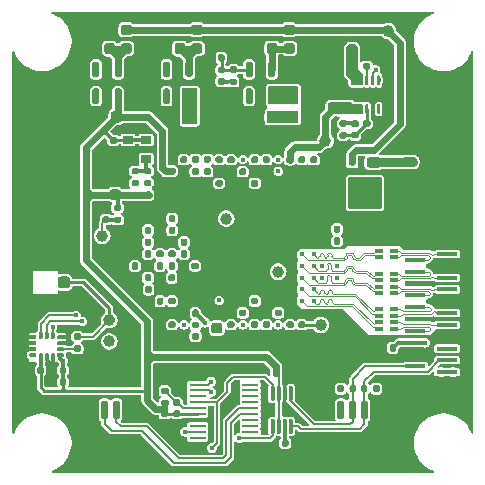
<source format=gbr>
G04 #@! TF.GenerationSoftware,KiCad,Pcbnew,8.0.4*
G04 #@! TF.CreationDate,2025-09-28T15:06:51-07:00*
G04 #@! TF.ProjectId,GMAX3412_breakout,474d4158-3334-4313-925f-627265616b6f,rev?*
G04 #@! TF.SameCoordinates,Original*
G04 #@! TF.FileFunction,Copper,L1,Top*
G04 #@! TF.FilePolarity,Positive*
%FSLAX46Y46*%
G04 Gerber Fmt 4.6, Leading zero omitted, Abs format (unit mm)*
G04 Created by KiCad (PCBNEW 8.0.4) date 2025-09-28 15:06:51*
%MOMM*%
%LPD*%
G01*
G04 APERTURE LIST*
G04 #@! TA.AperFunction,SMDPad,CuDef*
%ADD10C,1.000000*%
G04 #@! TD*
G04 #@! TA.AperFunction,SMDPad,CuDef*
%ADD11R,0.850000X0.650000*%
G04 #@! TD*
G04 #@! TA.AperFunction,HeatsinkPad*
%ADD12R,1.000000X1.600000*%
G04 #@! TD*
G04 #@! TA.AperFunction,SMDPad,CuDef*
%ADD13R,0.700000X0.300000*%
G04 #@! TD*
G04 #@! TA.AperFunction,SMDPad,CuDef*
%ADD14R,1.358900X0.279400*%
G04 #@! TD*
G04 #@! TA.AperFunction,SMDPad,CuDef*
%ADD15R,0.600000X0.600000*%
G04 #@! TD*
G04 #@! TA.AperFunction,SMDPad,CuDef*
%ADD16R,0.400000X0.400000*%
G04 #@! TD*
G04 #@! TA.AperFunction,SMDPad,CuDef*
%ADD17R,1.800000X0.300000*%
G04 #@! TD*
G04 #@! TA.AperFunction,HeatsinkPad*
%ADD18R,2.000000X1.200000*%
G04 #@! TD*
G04 #@! TA.AperFunction,ViaPad*
%ADD19C,0.400000*%
G04 #@! TD*
G04 #@! TA.AperFunction,ViaPad*
%ADD20C,0.450000*%
G04 #@! TD*
G04 #@! TA.AperFunction,Conductor*
%ADD21C,0.250000*%
G04 #@! TD*
G04 #@! TA.AperFunction,Conductor*
%ADD22C,0.300000*%
G04 #@! TD*
G04 #@! TA.AperFunction,Conductor*
%ADD23C,0.600000*%
G04 #@! TD*
G04 #@! TA.AperFunction,Conductor*
%ADD24C,0.200000*%
G04 #@! TD*
G04 #@! TA.AperFunction,Conductor*
%ADD25C,0.500000*%
G04 #@! TD*
G04 #@! TA.AperFunction,Conductor*
%ADD26C,0.150000*%
G04 #@! TD*
G04 #@! TA.AperFunction,Conductor*
%ADD27C,0.800000*%
G04 #@! TD*
G04 #@! TA.AperFunction,Conductor*
%ADD28C,0.100000*%
G04 #@! TD*
G04 #@! TA.AperFunction,Conductor*
%ADD29C,0.080000*%
G04 #@! TD*
G04 APERTURE END LIST*
G04 #@! TO.P,C51,1*
G04 #@! TO.N,VDDA*
G04 #@! TA.AperFunction,SMDPad,CuDef*
G36*
G01*
X13760000Y-22330000D02*
X13760000Y-22670000D01*
G75*
G02*
X13620000Y-22810000I-140000J0D01*
G01*
X13340000Y-22810000D01*
G75*
G02*
X13200000Y-22670000I0J140000D01*
G01*
X13200000Y-22330000D01*
G75*
G02*
X13340000Y-22190000I140000J0D01*
G01*
X13620000Y-22190000D01*
G75*
G02*
X13760000Y-22330000I0J-140000D01*
G01*
G37*
G04 #@! TD.AperFunction*
G04 #@! TO.P,C51,2*
G04 #@! TO.N,GND*
G04 #@! TA.AperFunction,SMDPad,CuDef*
G36*
G01*
X12800000Y-22330000D02*
X12800000Y-22670000D01*
G75*
G02*
X12660000Y-22810000I-140000J0D01*
G01*
X12380000Y-22810000D01*
G75*
G02*
X12240000Y-22670000I0J140000D01*
G01*
X12240000Y-22330000D01*
G75*
G02*
X12380000Y-22190000I140000J0D01*
G01*
X12660000Y-22190000D01*
G75*
G02*
X12800000Y-22330000I0J-140000D01*
G01*
G37*
G04 #@! TD.AperFunction*
G04 #@! TD*
G04 #@! TO.P,C40,1*
G04 #@! TO.N,VDDD*
G04 #@! TA.AperFunction,SMDPad,CuDef*
G36*
G01*
X20670000Y-24760000D02*
X20330000Y-24760000D01*
G75*
G02*
X20190000Y-24620000I0J140000D01*
G01*
X20190000Y-24340000D01*
G75*
G02*
X20330000Y-24200000I140000J0D01*
G01*
X20670000Y-24200000D01*
G75*
G02*
X20810000Y-24340000I0J-140000D01*
G01*
X20810000Y-24620000D01*
G75*
G02*
X20670000Y-24760000I-140000J0D01*
G01*
G37*
G04 #@! TD.AperFunction*
G04 #@! TO.P,C40,2*
G04 #@! TO.N,GND*
G04 #@! TA.AperFunction,SMDPad,CuDef*
G36*
G01*
X20670000Y-23800000D02*
X20330000Y-23800000D01*
G75*
G02*
X20190000Y-23660000I0J140000D01*
G01*
X20190000Y-23380000D01*
G75*
G02*
X20330000Y-23240000I140000J0D01*
G01*
X20670000Y-23240000D01*
G75*
G02*
X20810000Y-23380000I0J-140000D01*
G01*
X20810000Y-23660000D01*
G75*
G02*
X20670000Y-23800000I-140000J0D01*
G01*
G37*
G04 #@! TD.AperFunction*
G04 #@! TD*
G04 #@! TO.P,C28,1*
G04 #@! TO.N,Net-(U1-VGRSTL2)*
G04 #@! TA.AperFunction,SMDPad,CuDef*
G36*
G01*
X14240000Y-19670000D02*
X14240000Y-19330000D01*
G75*
G02*
X14380000Y-19190000I140000J0D01*
G01*
X14660000Y-19190000D01*
G75*
G02*
X14800000Y-19330000I0J-140000D01*
G01*
X14800000Y-19670000D01*
G75*
G02*
X14660000Y-19810000I-140000J0D01*
G01*
X14380000Y-19810000D01*
G75*
G02*
X14240000Y-19670000I0J140000D01*
G01*
G37*
G04 #@! TD.AperFunction*
G04 #@! TO.P,C28,2*
G04 #@! TO.N,GND*
G04 #@! TA.AperFunction,SMDPad,CuDef*
G36*
G01*
X15200000Y-19670000D02*
X15200000Y-19330000D01*
G75*
G02*
X15340000Y-19190000I140000J0D01*
G01*
X15620000Y-19190000D01*
G75*
G02*
X15760000Y-19330000I0J-140000D01*
G01*
X15760000Y-19670000D01*
G75*
G02*
X15620000Y-19810000I-140000J0D01*
G01*
X15340000Y-19810000D01*
G75*
G02*
X15200000Y-19670000I0J140000D01*
G01*
G37*
G04 #@! TD.AperFunction*
G04 #@! TD*
G04 #@! TO.P,C44,1*
G04 #@! TO.N,VDDD*
G04 #@! TA.AperFunction,SMDPad,CuDef*
G36*
G01*
X20670000Y-26760000D02*
X20330000Y-26760000D01*
G75*
G02*
X20190000Y-26620000I0J140000D01*
G01*
X20190000Y-26340000D01*
G75*
G02*
X20330000Y-26200000I140000J0D01*
G01*
X20670000Y-26200000D01*
G75*
G02*
X20810000Y-26340000I0J-140000D01*
G01*
X20810000Y-26620000D01*
G75*
G02*
X20670000Y-26760000I-140000J0D01*
G01*
G37*
G04 #@! TD.AperFunction*
G04 #@! TO.P,C44,2*
G04 #@! TO.N,GND*
G04 #@! TA.AperFunction,SMDPad,CuDef*
G36*
G01*
X20670000Y-25800000D02*
X20330000Y-25800000D01*
G75*
G02*
X20190000Y-25660000I0J140000D01*
G01*
X20190000Y-25380000D01*
G75*
G02*
X20330000Y-25240000I140000J0D01*
G01*
X20670000Y-25240000D01*
G75*
G02*
X20810000Y-25380000I0J-140000D01*
G01*
X20810000Y-25660000D01*
G75*
G02*
X20670000Y-25800000I-140000J0D01*
G01*
G37*
G04 #@! TD.AperFunction*
G04 #@! TD*
G04 #@! TO.P,C15,1*
G04 #@! TO.N,VDDD*
G04 #@! TA.AperFunction,SMDPad,CuDef*
G36*
G01*
X19330000Y-13240000D02*
X19670000Y-13240000D01*
G75*
G02*
X19810000Y-13380000I0J-140000D01*
G01*
X19810000Y-13660000D01*
G75*
G02*
X19670000Y-13800000I-140000J0D01*
G01*
X19330000Y-13800000D01*
G75*
G02*
X19190000Y-13660000I0J140000D01*
G01*
X19190000Y-13380000D01*
G75*
G02*
X19330000Y-13240000I140000J0D01*
G01*
G37*
G04 #@! TD.AperFunction*
G04 #@! TO.P,C15,2*
G04 #@! TO.N,GND*
G04 #@! TA.AperFunction,SMDPad,CuDef*
G36*
G01*
X19330000Y-14200000D02*
X19670000Y-14200000D01*
G75*
G02*
X19810000Y-14340000I0J-140000D01*
G01*
X19810000Y-14620000D01*
G75*
G02*
X19670000Y-14760000I-140000J0D01*
G01*
X19330000Y-14760000D01*
G75*
G02*
X19190000Y-14620000I0J140000D01*
G01*
X19190000Y-14340000D01*
G75*
G02*
X19330000Y-14200000I140000J0D01*
G01*
G37*
G04 #@! TD.AperFunction*
G04 #@! TD*
G04 #@! TO.P,C65,1*
G04 #@! TO.N,Net-(U8-PA1{slash}NRST)*
G04 #@! TA.AperFunction,SMDPad,CuDef*
G36*
G01*
X14070000Y-33360000D02*
X13730000Y-33360000D01*
G75*
G02*
X13590000Y-33220000I0J140000D01*
G01*
X13590000Y-32940000D01*
G75*
G02*
X13730000Y-32800000I140000J0D01*
G01*
X14070000Y-32800000D01*
G75*
G02*
X14210000Y-32940000I0J-140000D01*
G01*
X14210000Y-33220000D01*
G75*
G02*
X14070000Y-33360000I-140000J0D01*
G01*
G37*
G04 #@! TD.AperFunction*
G04 #@! TO.P,C65,2*
G04 #@! TO.N,GND*
G04 #@! TA.AperFunction,SMDPad,CuDef*
G36*
G01*
X14070000Y-32400000D02*
X13730000Y-32400000D01*
G75*
G02*
X13590000Y-32260000I0J140000D01*
G01*
X13590000Y-31980000D01*
G75*
G02*
X13730000Y-31840000I140000J0D01*
G01*
X14070000Y-31840000D01*
G75*
G02*
X14210000Y-31980000I0J-140000D01*
G01*
X14210000Y-32260000D01*
G75*
G02*
X14070000Y-32400000I-140000J0D01*
G01*
G37*
G04 #@! TD.AperFunction*
G04 #@! TD*
D10*
G04 #@! TO.P,TP4,1,1*
G04 #@! TO.N,VDDD*
X22500000Y-22000000D03*
G04 #@! TD*
G04 #@! TO.P,J3,1,Pin_1*
G04 #@! TO.N,Net-(D1-A)*
G04 #@! TA.AperFunction,SMDPad,CuDef*
G36*
G01*
X34050000Y-13125000D02*
X33150000Y-13125000D01*
G75*
G02*
X32950000Y-12925000I0J200000D01*
G01*
X32950000Y-12525000D01*
G75*
G02*
X33150000Y-12325000I200000J0D01*
G01*
X34050000Y-12325000D01*
G75*
G02*
X34250000Y-12525000I0J-200000D01*
G01*
X34250000Y-12925000D01*
G75*
G02*
X34050000Y-13125000I-200000J0D01*
G01*
G37*
G04 #@! TD.AperFunction*
G04 #@! TO.P,J3,2,Pin_2*
G04 #@! TO.N,GND*
G04 #@! TA.AperFunction,SMDPad,CuDef*
G36*
G01*
X34050000Y-11875000D02*
X33150000Y-11875000D01*
G75*
G02*
X32950000Y-11675000I0J200000D01*
G01*
X32950000Y-11275000D01*
G75*
G02*
X33150000Y-11075000I200000J0D01*
G01*
X34050000Y-11075000D01*
G75*
G02*
X34250000Y-11275000I0J-200000D01*
G01*
X34250000Y-11675000D01*
G75*
G02*
X34050000Y-11875000I-200000J0D01*
G01*
G37*
G04 #@! TD.AperFunction*
G04 #@! TO.P,J3,MP,Shield*
G04 #@! TA.AperFunction,SMDPad,CuDef*
G36*
G01*
X37599999Y-16325000D02*
X35100001Y-16325000D01*
G75*
G02*
X34850000Y-16074999I0J250001D01*
G01*
X34850000Y-14475001D01*
G75*
G02*
X35100001Y-14225000I250001J0D01*
G01*
X37599999Y-14225000D01*
G75*
G02*
X37850000Y-14475001I0J-250001D01*
G01*
X37850000Y-16074999D01*
G75*
G02*
X37599999Y-16325000I-250001J0D01*
G01*
G37*
G04 #@! TD.AperFunction*
G04 #@! TA.AperFunction,SMDPad,CuDef*
G36*
G01*
X37599999Y-9975000D02*
X35100001Y-9975000D01*
G75*
G02*
X34850000Y-9724999I0J250001D01*
G01*
X34850000Y-8125001D01*
G75*
G02*
X35100001Y-7875000I250001J0D01*
G01*
X37599999Y-7875000D01*
G75*
G02*
X37850000Y-8125001I0J-250001D01*
G01*
X37850000Y-9724999D01*
G75*
G02*
X37599999Y-9975000I-250001J0D01*
G01*
G37*
G04 #@! TD.AperFunction*
G04 #@! TD*
D11*
G04 #@! TO.P,U2,1,Standby*
G04 #@! TO.N,VDDIO*
X9775000Y-10825000D03*
G04 #@! TO.P,U2,2,GND*
G04 #@! TO.N,GND*
X9775000Y-12475000D03*
G04 #@! TO.P,U2,3,Out*
G04 #@! TO.N,Net-(U2-Out)*
X11325000Y-12475000D03*
G04 #@! TO.P,U2,4,VDD*
G04 #@! TO.N,VDDIO*
X11325000Y-10825000D03*
G04 #@! TD*
G04 #@! TO.P,U3,1,GND*
G04 #@! TO.N,GND*
G04 #@! TA.AperFunction,SMDPad,CuDef*
G36*
G01*
X26675000Y-15256250D02*
X26675000Y-15043750D01*
G75*
G02*
X26768750Y-14950000I93750J0D01*
G01*
X26956250Y-14950000D01*
G75*
G02*
X27050000Y-15043750I0J-93750D01*
G01*
X27050000Y-15256250D01*
G75*
G02*
X26956250Y-15350000I-93750J0D01*
G01*
X26768750Y-15350000D01*
G75*
G02*
X26675000Y-15256250I0J93750D01*
G01*
G37*
G04 #@! TD.AperFunction*
G04 #@! TO.P,U3,2,GND*
G04 #@! TA.AperFunction,SMDPad,CuDef*
G36*
G01*
X26675000Y-15906250D02*
X26675000Y-15693750D01*
G75*
G02*
X26768750Y-15600000I93750J0D01*
G01*
X26956250Y-15600000D01*
G75*
G02*
X27050000Y-15693750I0J-93750D01*
G01*
X27050000Y-15906250D01*
G75*
G02*
X26956250Y-16000000I-93750J0D01*
G01*
X26768750Y-16000000D01*
G75*
G02*
X26675000Y-15906250I0J93750D01*
G01*
G37*
G04 #@! TD.AperFunction*
G04 #@! TO.P,U3,3,GND*
G04 #@! TA.AperFunction,SMDPad,CuDef*
G36*
G01*
X26675000Y-16556250D02*
X26675000Y-16343750D01*
G75*
G02*
X26768750Y-16250000I93750J0D01*
G01*
X26956250Y-16250000D01*
G75*
G02*
X27050000Y-16343750I0J-93750D01*
G01*
X27050000Y-16556250D01*
G75*
G02*
X26956250Y-16650000I-93750J0D01*
G01*
X26768750Y-16650000D01*
G75*
G02*
X26675000Y-16556250I0J93750D01*
G01*
G37*
G04 #@! TD.AperFunction*
G04 #@! TO.P,U3,4,IN*
G04 #@! TO.N,Net-(D1-K)*
G04 #@! TA.AperFunction,SMDPad,CuDef*
G36*
G01*
X28450000Y-16556250D02*
X28450000Y-16343750D01*
G75*
G02*
X28543750Y-16250000I93750J0D01*
G01*
X28731250Y-16250000D01*
G75*
G02*
X28825000Y-16343750I0J-93750D01*
G01*
X28825000Y-16556250D01*
G75*
G02*
X28731250Y-16650000I-93750J0D01*
G01*
X28543750Y-16650000D01*
G75*
G02*
X28450000Y-16556250I0J93750D01*
G01*
G37*
G04 #@! TD.AperFunction*
G04 #@! TO.P,U3,5,IN*
G04 #@! TA.AperFunction,SMDPad,CuDef*
G36*
G01*
X28450000Y-15906250D02*
X28450000Y-15693750D01*
G75*
G02*
X28543750Y-15600000I93750J0D01*
G01*
X28731250Y-15600000D01*
G75*
G02*
X28825000Y-15693750I0J-93750D01*
G01*
X28825000Y-15906250D01*
G75*
G02*
X28731250Y-16000000I-93750J0D01*
G01*
X28543750Y-16000000D01*
G75*
G02*
X28450000Y-15906250I0J93750D01*
G01*
G37*
G04 #@! TD.AperFunction*
G04 #@! TO.P,U3,6,IN*
G04 #@! TA.AperFunction,SMDPad,CuDef*
G36*
G01*
X28450000Y-15256250D02*
X28450000Y-15043750D01*
G75*
G02*
X28543750Y-14950000I93750J0D01*
G01*
X28731250Y-14950000D01*
G75*
G02*
X28825000Y-15043750I0J-93750D01*
G01*
X28825000Y-15256250D01*
G75*
G02*
X28731250Y-15350000I-93750J0D01*
G01*
X28543750Y-15350000D01*
G75*
G02*
X28450000Y-15256250I0J93750D01*
G01*
G37*
G04 #@! TD.AperFunction*
D12*
G04 #@! TO.P,U3,7,GND*
G04 #@! TO.N,GND*
X27750000Y-15800000D03*
G04 #@! TD*
G04 #@! TO.P,R2,1*
G04 #@! TO.N,Net-(U1-RES_EXT_NODE_P)*
G04 #@! TA.AperFunction,SMDPad,CuDef*
G36*
G01*
X12780000Y-24315000D02*
X12780000Y-24685000D01*
G75*
G02*
X12645000Y-24820000I-135000J0D01*
G01*
X12375000Y-24820000D01*
G75*
G02*
X12240000Y-24685000I0J135000D01*
G01*
X12240000Y-24315000D01*
G75*
G02*
X12375000Y-24180000I135000J0D01*
G01*
X12645000Y-24180000D01*
G75*
G02*
X12780000Y-24315000I0J-135000D01*
G01*
G37*
G04 #@! TD.AperFunction*
G04 #@! TO.P,R2,2*
G04 #@! TO.N,GND*
G04 #@! TA.AperFunction,SMDPad,CuDef*
G36*
G01*
X11760000Y-24315000D02*
X11760000Y-24685000D01*
G75*
G02*
X11625000Y-24820000I-135000J0D01*
G01*
X11355000Y-24820000D01*
G75*
G02*
X11220000Y-24685000I0J135000D01*
G01*
X11220000Y-24315000D01*
G75*
G02*
X11355000Y-24180000I135000J0D01*
G01*
X11625000Y-24180000D01*
G75*
G02*
X11760000Y-24315000I0J-135000D01*
G01*
G37*
G04 #@! TD.AperFunction*
G04 #@! TD*
G04 #@! TO.P,R6,1*
G04 #@! TO.N,CAM_EN*
G04 #@! TA.AperFunction,SMDPad,CuDef*
G36*
G01*
X32480000Y-28265000D02*
X32480000Y-28635000D01*
G75*
G02*
X32345000Y-28770000I-135000J0D01*
G01*
X32075000Y-28770000D01*
G75*
G02*
X31940000Y-28635000I0J135000D01*
G01*
X31940000Y-28265000D01*
G75*
G02*
X32075000Y-28130000I135000J0D01*
G01*
X32345000Y-28130000D01*
G75*
G02*
X32480000Y-28265000I0J-135000D01*
G01*
G37*
G04 #@! TD.AperFunction*
G04 #@! TO.P,R6,2*
G04 #@! TO.N,GND*
G04 #@! TA.AperFunction,SMDPad,CuDef*
G36*
G01*
X31460000Y-28265000D02*
X31460000Y-28635000D01*
G75*
G02*
X31325000Y-28770000I-135000J0D01*
G01*
X31055000Y-28770000D01*
G75*
G02*
X30920000Y-28635000I0J135000D01*
G01*
X30920000Y-28265000D01*
G75*
G02*
X31055000Y-28130000I135000J0D01*
G01*
X31325000Y-28130000D01*
G75*
G02*
X31460000Y-28265000I0J-135000D01*
G01*
G37*
G04 #@! TD.AperFunction*
G04 #@! TD*
G04 #@! TO.P,C2,1*
G04 #@! TO.N,Net-(U1-VBGR)*
G04 #@! TA.AperFunction,SMDPad,CuDef*
G36*
G01*
X13670000Y-24760000D02*
X13330000Y-24760000D01*
G75*
G02*
X13190000Y-24620000I0J140000D01*
G01*
X13190000Y-24340000D01*
G75*
G02*
X13330000Y-24200000I140000J0D01*
G01*
X13670000Y-24200000D01*
G75*
G02*
X13810000Y-24340000I0J-140000D01*
G01*
X13810000Y-24620000D01*
G75*
G02*
X13670000Y-24760000I-140000J0D01*
G01*
G37*
G04 #@! TD.AperFunction*
G04 #@! TO.P,C2,2*
G04 #@! TO.N,GND*
G04 #@! TA.AperFunction,SMDPad,CuDef*
G36*
G01*
X13670000Y-23800000D02*
X13330000Y-23800000D01*
G75*
G02*
X13190000Y-23660000I0J140000D01*
G01*
X13190000Y-23380000D01*
G75*
G02*
X13330000Y-23240000I140000J0D01*
G01*
X13670000Y-23240000D01*
G75*
G02*
X13810000Y-23380000I0J-140000D01*
G01*
X13810000Y-23660000D01*
G75*
G02*
X13670000Y-23800000I-140000J0D01*
G01*
G37*
G04 #@! TD.AperFunction*
G04 #@! TD*
G04 #@! TO.P,C7,1*
G04 #@! TO.N,Net-(U1-VCPNO)*
G04 #@! TA.AperFunction,SMDPad,CuDef*
G36*
G01*
X11760000Y-22330000D02*
X11760000Y-22670000D01*
G75*
G02*
X11620000Y-22810000I-140000J0D01*
G01*
X11340000Y-22810000D01*
G75*
G02*
X11200000Y-22670000I0J140000D01*
G01*
X11200000Y-22330000D01*
G75*
G02*
X11340000Y-22190000I140000J0D01*
G01*
X11620000Y-22190000D01*
G75*
G02*
X11760000Y-22330000I0J-140000D01*
G01*
G37*
G04 #@! TD.AperFunction*
G04 #@! TO.P,C7,2*
G04 #@! TO.N,GND*
G04 #@! TA.AperFunction,SMDPad,CuDef*
G36*
G01*
X10800000Y-22330000D02*
X10800000Y-22670000D01*
G75*
G02*
X10660000Y-22810000I-140000J0D01*
G01*
X10380000Y-22810000D01*
G75*
G02*
X10240000Y-22670000I0J140000D01*
G01*
X10240000Y-22330000D01*
G75*
G02*
X10380000Y-22190000I140000J0D01*
G01*
X10660000Y-22190000D01*
G75*
G02*
X10800000Y-22330000I0J-140000D01*
G01*
G37*
G04 #@! TD.AperFunction*
G04 #@! TD*
G04 #@! TO.P,C4,1*
G04 #@! TO.N,Net-(U1-VRF)*
G04 #@! TA.AperFunction,SMDPad,CuDef*
G36*
G01*
X16670000Y-12760000D02*
X16330000Y-12760000D01*
G75*
G02*
X16190000Y-12620000I0J140000D01*
G01*
X16190000Y-12340000D01*
G75*
G02*
X16330000Y-12200000I140000J0D01*
G01*
X16670000Y-12200000D01*
G75*
G02*
X16810000Y-12340000I0J-140000D01*
G01*
X16810000Y-12620000D01*
G75*
G02*
X16670000Y-12760000I-140000J0D01*
G01*
G37*
G04 #@! TD.AperFunction*
G04 #@! TO.P,C4,2*
G04 #@! TO.N,GND*
G04 #@! TA.AperFunction,SMDPad,CuDef*
G36*
G01*
X16670000Y-11800000D02*
X16330000Y-11800000D01*
G75*
G02*
X16190000Y-11660000I0J140000D01*
G01*
X16190000Y-11380000D01*
G75*
G02*
X16330000Y-11240000I140000J0D01*
G01*
X16670000Y-11240000D01*
G75*
G02*
X16810000Y-11380000I0J-140000D01*
G01*
X16810000Y-11660000D01*
G75*
G02*
X16670000Y-11800000I-140000J0D01*
G01*
G37*
G04 #@! TD.AperFunction*
G04 #@! TD*
G04 #@! TO.P,C20,1*
G04 #@! TO.N,Net-(U1-VTX1H)*
G04 #@! TA.AperFunction,SMDPad,CuDef*
G36*
G01*
X13240000Y-21670000D02*
X13240000Y-21330000D01*
G75*
G02*
X13380000Y-21190000I140000J0D01*
G01*
X13660000Y-21190000D01*
G75*
G02*
X13800000Y-21330000I0J-140000D01*
G01*
X13800000Y-21670000D01*
G75*
G02*
X13660000Y-21810000I-140000J0D01*
G01*
X13380000Y-21810000D01*
G75*
G02*
X13240000Y-21670000I0J140000D01*
G01*
G37*
G04 #@! TD.AperFunction*
G04 #@! TO.P,C20,2*
G04 #@! TO.N,GND*
G04 #@! TA.AperFunction,SMDPad,CuDef*
G36*
G01*
X14200000Y-21670000D02*
X14200000Y-21330000D01*
G75*
G02*
X14340000Y-21190000I140000J0D01*
G01*
X14620000Y-21190000D01*
G75*
G02*
X14760000Y-21330000I0J-140000D01*
G01*
X14760000Y-21670000D01*
G75*
G02*
X14620000Y-21810000I-140000J0D01*
G01*
X14340000Y-21810000D01*
G75*
G02*
X14200000Y-21670000I0J140000D01*
G01*
G37*
G04 #@! TD.AperFunction*
G04 #@! TD*
G04 #@! TO.P,C52,1*
G04 #@! TO.N,VDDA*
G04 #@! TA.AperFunction,SMDPad,CuDef*
G36*
G01*
X24670000Y-26760000D02*
X24330000Y-26760000D01*
G75*
G02*
X24190000Y-26620000I0J140000D01*
G01*
X24190000Y-26340000D01*
G75*
G02*
X24330000Y-26200000I140000J0D01*
G01*
X24670000Y-26200000D01*
G75*
G02*
X24810000Y-26340000I0J-140000D01*
G01*
X24810000Y-26620000D01*
G75*
G02*
X24670000Y-26760000I-140000J0D01*
G01*
G37*
G04 #@! TD.AperFunction*
G04 #@! TO.P,C52,2*
G04 #@! TO.N,GND*
G04 #@! TA.AperFunction,SMDPad,CuDef*
G36*
G01*
X24670000Y-25800000D02*
X24330000Y-25800000D01*
G75*
G02*
X24190000Y-25660000I0J140000D01*
G01*
X24190000Y-25380000D01*
G75*
G02*
X24330000Y-25240000I140000J0D01*
G01*
X24670000Y-25240000D01*
G75*
G02*
X24810000Y-25380000I0J-140000D01*
G01*
X24810000Y-25660000D01*
G75*
G02*
X24670000Y-25800000I-140000J0D01*
G01*
G37*
G04 #@! TD.AperFunction*
G04 #@! TD*
G04 #@! TO.P,J5,1,In*
G04 #@! TO.N,TEXP1*
G04 #@! TA.AperFunction,SMDPad,CuDef*
G36*
G01*
X4875000Y-22650000D02*
X4875000Y-23150000D01*
G75*
G02*
X4625000Y-23400000I-250000J0D01*
G01*
X4075000Y-23400000D01*
G75*
G02*
X3825000Y-23150000I0J250000D01*
G01*
X3825000Y-22650000D01*
G75*
G02*
X4075000Y-22400000I250000J0D01*
G01*
X4625000Y-22400000D01*
G75*
G02*
X4875000Y-22650000I0J-250000D01*
G01*
G37*
G04 #@! TD.AperFunction*
G04 #@! TO.P,J5,2,Ext*
G04 #@! TO.N,GND*
G04 #@! TA.AperFunction,SMDPad,CuDef*
G36*
G01*
X3925000Y-24100000D02*
X3925000Y-24650000D01*
G75*
G02*
X3675000Y-24900000I-250000J0D01*
G01*
X1975000Y-24900000D01*
G75*
G02*
X1725000Y-24650000I0J250000D01*
G01*
X1725000Y-24100000D01*
G75*
G02*
X1975000Y-23850000I250000J0D01*
G01*
X3675000Y-23850000D01*
G75*
G02*
X3925000Y-24100000I0J-250000D01*
G01*
G37*
G04 #@! TD.AperFunction*
G04 #@! TA.AperFunction,SMDPad,CuDef*
G36*
G01*
X3925000Y-21150000D02*
X3925000Y-21700000D01*
G75*
G02*
X3675000Y-21950000I-250000J0D01*
G01*
X1975000Y-21950000D01*
G75*
G02*
X1725000Y-21700000I0J250000D01*
G01*
X1725000Y-21150000D01*
G75*
G02*
X1975000Y-20900000I250000J0D01*
G01*
X3675000Y-20900000D01*
G75*
G02*
X3925000Y-21150000I0J-250000D01*
G01*
G37*
G04 #@! TD.AperFunction*
G04 #@! TD*
G04 #@! TO.P,C69,1*
G04 #@! TO.N,+3V3*
G04 #@! TA.AperFunction,SMDPad,CuDef*
G36*
G01*
X22930000Y-36240000D02*
X23270000Y-36240000D01*
G75*
G02*
X23410000Y-36380000I0J-140000D01*
G01*
X23410000Y-36660000D01*
G75*
G02*
X23270000Y-36800000I-140000J0D01*
G01*
X22930000Y-36800000D01*
G75*
G02*
X22790000Y-36660000I0J140000D01*
G01*
X22790000Y-36380000D01*
G75*
G02*
X22930000Y-36240000I140000J0D01*
G01*
G37*
G04 #@! TD.AperFunction*
G04 #@! TO.P,C69,2*
G04 #@! TO.N,GND*
G04 #@! TA.AperFunction,SMDPad,CuDef*
G36*
G01*
X22930000Y-37200000D02*
X23270000Y-37200000D01*
G75*
G02*
X23410000Y-37340000I0J-140000D01*
G01*
X23410000Y-37620000D01*
G75*
G02*
X23270000Y-37760000I-140000J0D01*
G01*
X22930000Y-37760000D01*
G75*
G02*
X22790000Y-37620000I0J140000D01*
G01*
X22790000Y-37340000D01*
G75*
G02*
X22930000Y-37200000I140000J0D01*
G01*
G37*
G04 #@! TD.AperFunction*
G04 #@! TD*
G04 #@! TO.P,U4,1,EN*
G04 #@! TO.N,CAM_EN*
G04 #@! TA.AperFunction,SMDPad,CuDef*
G36*
G01*
X20200000Y-7800000D02*
X19900000Y-7800000D01*
G75*
G02*
X19750000Y-7650000I0J150000D01*
G01*
X19750000Y-6625000D01*
G75*
G02*
X19900000Y-6475000I150000J0D01*
G01*
X20200000Y-6475000D01*
G75*
G02*
X20350000Y-6625000I0J-150000D01*
G01*
X20350000Y-7650000D01*
G75*
G02*
X20200000Y-7800000I-150000J0D01*
G01*
G37*
G04 #@! TD.AperFunction*
G04 #@! TO.P,U4,2,GND*
G04 #@! TO.N,GND*
G04 #@! TA.AperFunction,SMDPad,CuDef*
G36*
G01*
X21150000Y-7800000D02*
X20850000Y-7800000D01*
G75*
G02*
X20700000Y-7650000I0J150000D01*
G01*
X20700000Y-6625000D01*
G75*
G02*
X20850000Y-6475000I150000J0D01*
G01*
X21150000Y-6475000D01*
G75*
G02*
X21300000Y-6625000I0J-150000D01*
G01*
X21300000Y-7650000D01*
G75*
G02*
X21150000Y-7800000I-150000J0D01*
G01*
G37*
G04 #@! TD.AperFunction*
G04 #@! TO.P,U4,3,SW*
G04 #@! TO.N,Net-(U4-SW)*
G04 #@! TA.AperFunction,SMDPad,CuDef*
G36*
G01*
X22100000Y-7800000D02*
X21800000Y-7800000D01*
G75*
G02*
X21650000Y-7650000I0J150000D01*
G01*
X21650000Y-6625000D01*
G75*
G02*
X21800000Y-6475000I150000J0D01*
G01*
X22100000Y-6475000D01*
G75*
G02*
X22250000Y-6625000I0J-150000D01*
G01*
X22250000Y-7650000D01*
G75*
G02*
X22100000Y-7800000I-150000J0D01*
G01*
G37*
G04 #@! TD.AperFunction*
G04 #@! TO.P,U4,4,VIN*
G04 #@! TO.N,Net-(U4-VIN)*
G04 #@! TA.AperFunction,SMDPad,CuDef*
G36*
G01*
X22100000Y-5525000D02*
X21800000Y-5525000D01*
G75*
G02*
X21650000Y-5375000I0J150000D01*
G01*
X21650000Y-4350000D01*
G75*
G02*
X21800000Y-4200000I150000J0D01*
G01*
X22100000Y-4200000D01*
G75*
G02*
X22250000Y-4350000I0J-150000D01*
G01*
X22250000Y-5375000D01*
G75*
G02*
X22100000Y-5525000I-150000J0D01*
G01*
G37*
G04 #@! TD.AperFunction*
G04 #@! TO.P,U4,5,FB*
G04 #@! TO.N,Net-(U4-FB)*
G04 #@! TA.AperFunction,SMDPad,CuDef*
G36*
G01*
X20200000Y-5525000D02*
X19900000Y-5525000D01*
G75*
G02*
X19750000Y-5375000I0J150000D01*
G01*
X19750000Y-4350000D01*
G75*
G02*
X19900000Y-4200000I150000J0D01*
G01*
X20200000Y-4200000D01*
G75*
G02*
X20350000Y-4350000I0J-150000D01*
G01*
X20350000Y-5375000D01*
G75*
G02*
X20200000Y-5525000I-150000J0D01*
G01*
G37*
G04 #@! TD.AperFunction*
G04 #@! TD*
D10*
G04 #@! TO.P,TP2,1,1*
G04 #@! TO.N,Net-(U1-SDO_TDIG)*
X18100000Y-17500000D03*
G04 #@! TD*
D13*
G04 #@! TO.P,FL3,1,1*
G04 #@! TO.N,CAM_CLK_N*
X31025000Y-23275000D03*
G04 #@! TO.P,FL3,2,2*
G04 #@! TO.N,Net-(J2-Pin_15)*
X32275000Y-23275000D03*
G04 #@! TO.P,FL3,3,3*
G04 #@! TO.N,Net-(J2-Pin_14)*
X32275000Y-23825000D03*
G04 #@! TO.P,FL3,4,4*
G04 #@! TO.N,CAM_CLK_P*
X31025000Y-23825000D03*
G04 #@! TD*
G04 #@! TO.P,C32,1*
G04 #@! TO.N,Net-(U5-SS_CTRL)*
G04 #@! TA.AperFunction,SMDPad,CuDef*
G36*
G01*
X29225000Y-4080000D02*
X29225000Y-4580000D01*
G75*
G02*
X29000000Y-4805000I-225000J0D01*
G01*
X28550000Y-4805000D01*
G75*
G02*
X28325000Y-4580000I0J225000D01*
G01*
X28325000Y-4080000D01*
G75*
G02*
X28550000Y-3855000I225000J0D01*
G01*
X29000000Y-3855000D01*
G75*
G02*
X29225000Y-4080000I0J-225000D01*
G01*
G37*
G04 #@! TD.AperFunction*
G04 #@! TO.P,C32,2*
G04 #@! TO.N,GND*
G04 #@! TA.AperFunction,SMDPad,CuDef*
G36*
G01*
X27675000Y-4080000D02*
X27675000Y-4580000D01*
G75*
G02*
X27450000Y-4805000I-225000J0D01*
G01*
X27000000Y-4805000D01*
G75*
G02*
X26775000Y-4580000I0J225000D01*
G01*
X26775000Y-4080000D01*
G75*
G02*
X27000000Y-3855000I225000J0D01*
G01*
X27450000Y-3855000D01*
G75*
G02*
X27675000Y-4080000I0J-225000D01*
G01*
G37*
G04 #@! TD.AperFunction*
G04 #@! TD*
G04 #@! TO.P,C1,1*
G04 #@! TO.N,VDDIO*
G04 #@! TA.AperFunction,SMDPad,CuDef*
G36*
G01*
X8380000Y-10590000D02*
X8720000Y-10590000D01*
G75*
G02*
X8860000Y-10730000I0J-140000D01*
G01*
X8860000Y-11010000D01*
G75*
G02*
X8720000Y-11150000I-140000J0D01*
G01*
X8380000Y-11150000D01*
G75*
G02*
X8240000Y-11010000I0J140000D01*
G01*
X8240000Y-10730000D01*
G75*
G02*
X8380000Y-10590000I140000J0D01*
G01*
G37*
G04 #@! TD.AperFunction*
G04 #@! TO.P,C1,2*
G04 #@! TO.N,GND*
G04 #@! TA.AperFunction,SMDPad,CuDef*
G36*
G01*
X8380000Y-11550000D02*
X8720000Y-11550000D01*
G75*
G02*
X8860000Y-11690000I0J-140000D01*
G01*
X8860000Y-11970000D01*
G75*
G02*
X8720000Y-12110000I-140000J0D01*
G01*
X8380000Y-12110000D01*
G75*
G02*
X8240000Y-11970000I0J140000D01*
G01*
X8240000Y-11690000D01*
G75*
G02*
X8380000Y-11550000I140000J0D01*
G01*
G37*
G04 #@! TD.AperFunction*
G04 #@! TD*
G04 #@! TO.P,C16,1*
G04 #@! TO.N,Net-(U1-VGRSTL)*
G04 #@! TA.AperFunction,SMDPad,CuDef*
G36*
G01*
X14240000Y-20670000D02*
X14240000Y-20330000D01*
G75*
G02*
X14380000Y-20190000I140000J0D01*
G01*
X14660000Y-20190000D01*
G75*
G02*
X14800000Y-20330000I0J-140000D01*
G01*
X14800000Y-20670000D01*
G75*
G02*
X14660000Y-20810000I-140000J0D01*
G01*
X14380000Y-20810000D01*
G75*
G02*
X14240000Y-20670000I0J140000D01*
G01*
G37*
G04 #@! TD.AperFunction*
G04 #@! TO.P,C16,2*
G04 #@! TO.N,GND*
G04 #@! TA.AperFunction,SMDPad,CuDef*
G36*
G01*
X15200000Y-20670000D02*
X15200000Y-20330000D01*
G75*
G02*
X15340000Y-20190000I140000J0D01*
G01*
X15620000Y-20190000D01*
G75*
G02*
X15760000Y-20330000I0J-140000D01*
G01*
X15760000Y-20670000D01*
G75*
G02*
X15620000Y-20810000I-140000J0D01*
G01*
X15340000Y-20810000D01*
G75*
G02*
X15200000Y-20670000I0J140000D01*
G01*
G37*
G04 #@! TD.AperFunction*
G04 #@! TD*
D14*
G04 #@! TO.P,U8,1,PA26/A1*
G04 #@! TO.N,TEXP1*
X15671150Y-31549999D03*
G04 #@! TO.P,U8,2,PA27/A0*
G04 #@! TO.N,TEXP2*
X15671150Y-32049998D03*
G04 #@! TO.P,U8,3,PA28/A5*
G04 #@! TO.N,unconnected-(U8-PA28{slash}A5-Pad3)*
X15671150Y-32550000D03*
G04 #@! TO.P,U8,4,PA0*
G04 #@! TO.N,SDA_3V3*
X15671150Y-33049999D03*
G04 #@! TO.P,U8,5,PA1/NRST*
G04 #@! TO.N,Net-(U8-PA1{slash}NRST)*
X15671150Y-33550000D03*
G04 #@! TO.P,U8,6,VDD*
G04 #@! TO.N,VDDIO*
X15671150Y-34050000D03*
G04 #@! TO.P,U8,7,VSS*
G04 #@! TO.N,GND*
X15671150Y-34549998D03*
G04 #@! TO.P,U8,8,PA2*
G04 #@! TO.N,unconnected-(U8-PA2-Pad8)*
X15671150Y-35050000D03*
G04 #@! TO.P,U8,9,PA4*
G04 #@! TO.N,CLOCK2*
X15671150Y-35549999D03*
G04 #@! TO.P,U8,10,PA6*
G04 #@! TO.N,unconnected-(U8-PA6-Pad10)*
X15671150Y-36050001D03*
G04 #@! TO.P,U8,11,PA11*
G04 #@! TO.N,SCL_3V3*
X20128850Y-36050001D03*
G04 #@! TO.P,U8,12,PA16/A8*
G04 #@! TO.N,unconnected-(U8-PA16{slash}A8-Pad12)*
X20128850Y-35550002D03*
G04 #@! TO.P,U8,13,PA17*
G04 #@! TO.N,unconnected-(U8-PA17-Pad13)*
X20128850Y-35050000D03*
G04 #@! TO.P,U8,14,PA18/A7*
G04 #@! TO.N,unconnected-(U8-PA18{slash}A7-Pad14)*
X20128850Y-34550001D03*
G04 #@! TO.P,U8,15,PA19/SWDIO*
G04 #@! TO.N,SWDIO*
X20128850Y-34050000D03*
G04 #@! TO.P,U8,16,PA20/A6/SWCLK*
G04 #@! TO.N,SWCLK*
X20128850Y-33550000D03*
G04 #@! TO.P,U8,17,PA22/A4*
G04 #@! TO.N,unconnected-(U8-PA22{slash}A4-Pad17)*
X20128850Y-33050002D03*
G04 #@! TO.P,U8,18,PA23*
G04 #@! TO.N,unconnected-(U8-PA23-Pad18)*
X20128850Y-32550000D03*
G04 #@! TO.P,U8,19,PA24/A3*
G04 #@! TO.N,unconnected-(U8-PA24{slash}A3-Pad19)*
X20128850Y-32050001D03*
G04 #@! TO.P,U8,20,PA25/A2*
G04 #@! TO.N,unconnected-(U8-PA25{slash}A2-Pad20)*
X20128850Y-31549999D03*
G04 #@! TD*
G04 #@! TO.P,C68,1*
G04 #@! TO.N,VDDIO*
G04 #@! TA.AperFunction,SMDPad,CuDef*
G36*
G01*
X22040000Y-30770000D02*
X22040000Y-30430000D01*
G75*
G02*
X22180000Y-30290000I140000J0D01*
G01*
X22460000Y-30290000D01*
G75*
G02*
X22600000Y-30430000I0J-140000D01*
G01*
X22600000Y-30770000D01*
G75*
G02*
X22460000Y-30910000I-140000J0D01*
G01*
X22180000Y-30910000D01*
G75*
G02*
X22040000Y-30770000I0J140000D01*
G01*
G37*
G04 #@! TD.AperFunction*
G04 #@! TO.P,C68,2*
G04 #@! TO.N,GND*
G04 #@! TA.AperFunction,SMDPad,CuDef*
G36*
G01*
X23000000Y-30770000D02*
X23000000Y-30430000D01*
G75*
G02*
X23140000Y-30290000I140000J0D01*
G01*
X23420000Y-30290000D01*
G75*
G02*
X23560000Y-30430000I0J-140000D01*
G01*
X23560000Y-30770000D01*
G75*
G02*
X23420000Y-30910000I-140000J0D01*
G01*
X23140000Y-30910000D01*
G75*
G02*
X23000000Y-30770000I0J140000D01*
G01*
G37*
G04 #@! TD.AperFunction*
G04 #@! TD*
G04 #@! TO.P,C41,1*
G04 #@! TO.N,VDDD*
G04 #@! TA.AperFunction,SMDPad,CuDef*
G36*
G01*
X17550000Y-27225000D02*
X17050000Y-27225000D01*
G75*
G02*
X16825000Y-27000000I0J225000D01*
G01*
X16825000Y-26550000D01*
G75*
G02*
X17050000Y-26325000I225000J0D01*
G01*
X17550000Y-26325000D01*
G75*
G02*
X17775000Y-26550000I0J-225000D01*
G01*
X17775000Y-27000000D01*
G75*
G02*
X17550000Y-27225000I-225000J0D01*
G01*
G37*
G04 #@! TD.AperFunction*
G04 #@! TO.P,C41,2*
G04 #@! TO.N,GND*
G04 #@! TA.AperFunction,SMDPad,CuDef*
G36*
G01*
X17550000Y-25675000D02*
X17050000Y-25675000D01*
G75*
G02*
X16825000Y-25450000I0J225000D01*
G01*
X16825000Y-25000000D01*
G75*
G02*
X17050000Y-24775000I225000J0D01*
G01*
X17550000Y-24775000D01*
G75*
G02*
X17775000Y-25000000I0J-225000D01*
G01*
X17775000Y-25450000D01*
G75*
G02*
X17550000Y-25675000I-225000J0D01*
G01*
G37*
G04 #@! TD.AperFunction*
G04 #@! TD*
D15*
G04 #@! TO.P,C30,1,1*
G04 #@! TO.N,Net-(D1-K)*
X28750000Y-14330000D03*
D16*
G04 #@! TO.P,C30,2,2*
G04 #@! TO.N,GND*
X28350000Y-13530000D03*
X29150000Y-13530000D03*
D15*
G04 #@! TO.P,C30,3,3*
G04 #@! TO.N,+5V*
X28750000Y-12730000D03*
G04 #@! TD*
G04 #@! TO.P,C53,1*
G04 #@! TO.N,VDDA*
G04 #@! TA.AperFunction,SMDPad,CuDef*
G36*
G01*
X15670000Y-12760000D02*
X15330000Y-12760000D01*
G75*
G02*
X15190000Y-12620000I0J140000D01*
G01*
X15190000Y-12340000D01*
G75*
G02*
X15330000Y-12200000I140000J0D01*
G01*
X15670000Y-12200000D01*
G75*
G02*
X15810000Y-12340000I0J-140000D01*
G01*
X15810000Y-12620000D01*
G75*
G02*
X15670000Y-12760000I-140000J0D01*
G01*
G37*
G04 #@! TD.AperFunction*
G04 #@! TO.P,C53,2*
G04 #@! TO.N,GND*
G04 #@! TA.AperFunction,SMDPad,CuDef*
G36*
G01*
X15670000Y-11800000D02*
X15330000Y-11800000D01*
G75*
G02*
X15190000Y-11660000I0J140000D01*
G01*
X15190000Y-11380000D01*
G75*
G02*
X15330000Y-11240000I140000J0D01*
G01*
X15670000Y-11240000D01*
G75*
G02*
X15810000Y-11380000I0J-140000D01*
G01*
X15810000Y-11660000D01*
G75*
G02*
X15670000Y-11800000I-140000J0D01*
G01*
G37*
G04 #@! TD.AperFunction*
G04 #@! TD*
G04 #@! TO.P,C3,1*
G04 #@! TO.N,Net-(U1-VRS)*
G04 #@! TA.AperFunction,SMDPad,CuDef*
G36*
G01*
X16330000Y-13240000D02*
X16670000Y-13240000D01*
G75*
G02*
X16810000Y-13380000I0J-140000D01*
G01*
X16810000Y-13660000D01*
G75*
G02*
X16670000Y-13800000I-140000J0D01*
G01*
X16330000Y-13800000D01*
G75*
G02*
X16190000Y-13660000I0J140000D01*
G01*
X16190000Y-13380000D01*
G75*
G02*
X16330000Y-13240000I140000J0D01*
G01*
G37*
G04 #@! TD.AperFunction*
G04 #@! TO.P,C3,2*
G04 #@! TO.N,GND*
G04 #@! TA.AperFunction,SMDPad,CuDef*
G36*
G01*
X16330000Y-14200000D02*
X16670000Y-14200000D01*
G75*
G02*
X16810000Y-14340000I0J-140000D01*
G01*
X16810000Y-14620000D01*
G75*
G02*
X16670000Y-14760000I-140000J0D01*
G01*
X16330000Y-14760000D01*
G75*
G02*
X16190000Y-14620000I0J140000D01*
G01*
X16190000Y-14340000D01*
G75*
G02*
X16330000Y-14200000I140000J0D01*
G01*
G37*
G04 #@! TD.AperFunction*
G04 #@! TD*
G04 #@! TO.P,C38,1*
G04 #@! TO.N,GND*
G04 #@! TA.AperFunction,SMDPad,CuDef*
G36*
G01*
X19975000Y-9150000D02*
X19975000Y-8650000D01*
G75*
G02*
X20200000Y-8425000I225000J0D01*
G01*
X20650000Y-8425000D01*
G75*
G02*
X20875000Y-8650000I0J-225000D01*
G01*
X20875000Y-9150000D01*
G75*
G02*
X20650000Y-9375000I-225000J0D01*
G01*
X20200000Y-9375000D01*
G75*
G02*
X19975000Y-9150000I0J225000D01*
G01*
G37*
G04 #@! TD.AperFunction*
G04 #@! TO.P,C38,2*
G04 #@! TO.N,VDDD*
G04 #@! TA.AperFunction,SMDPad,CuDef*
G36*
G01*
X21525000Y-9150000D02*
X21525000Y-8650000D01*
G75*
G02*
X21750000Y-8425000I225000J0D01*
G01*
X22200000Y-8425000D01*
G75*
G02*
X22425000Y-8650000I0J-225000D01*
G01*
X22425000Y-9150000D01*
G75*
G02*
X22200000Y-9375000I-225000J0D01*
G01*
X21750000Y-9375000D01*
G75*
G02*
X21525000Y-9150000I0J225000D01*
G01*
G37*
G04 #@! TD.AperFunction*
G04 #@! TD*
G04 #@! TO.P,C31,1,1*
G04 #@! TO.N,+5V*
X28800000Y-1500000D03*
D16*
G04 #@! TO.P,C31,2,2*
G04 #@! TO.N,GND*
X29200000Y-2300000D03*
X28400000Y-2300000D03*
D15*
G04 #@! TO.P,C31,3,3*
G04 #@! TO.N,Net-(U5-SS_CTRL)*
X28800000Y-3100000D03*
G04 #@! TD*
G04 #@! TO.P,C29,1*
G04 #@! TO.N,Net-(U1-SYS_RST_N)*
G04 #@! TA.AperFunction,SMDPad,CuDef*
G36*
G01*
X8070000Y-17860000D02*
X7730000Y-17860000D01*
G75*
G02*
X7590000Y-17720000I0J140000D01*
G01*
X7590000Y-17440000D01*
G75*
G02*
X7730000Y-17300000I140000J0D01*
G01*
X8070000Y-17300000D01*
G75*
G02*
X8210000Y-17440000I0J-140000D01*
G01*
X8210000Y-17720000D01*
G75*
G02*
X8070000Y-17860000I-140000J0D01*
G01*
G37*
G04 #@! TD.AperFunction*
G04 #@! TO.P,C29,2*
G04 #@! TO.N,GND*
G04 #@! TA.AperFunction,SMDPad,CuDef*
G36*
G01*
X8070000Y-16900000D02*
X7730000Y-16900000D01*
G75*
G02*
X7590000Y-16760000I0J140000D01*
G01*
X7590000Y-16480000D01*
G75*
G02*
X7730000Y-16340000I140000J0D01*
G01*
X8070000Y-16340000D01*
G75*
G02*
X8210000Y-16480000I0J-140000D01*
G01*
X8210000Y-16760000D01*
G75*
G02*
X8070000Y-16900000I-140000J0D01*
G01*
G37*
G04 #@! TD.AperFunction*
G04 #@! TD*
G04 #@! TO.P,C34,1*
G04 #@! TO.N,Net-(U5-NR{slash}SS)*
G04 #@! TA.AperFunction,SMDPad,CuDef*
G36*
G01*
X30170000Y-4890000D02*
X29830000Y-4890000D01*
G75*
G02*
X29690000Y-4750000I0J140000D01*
G01*
X29690000Y-4470000D01*
G75*
G02*
X29830000Y-4330000I140000J0D01*
G01*
X30170000Y-4330000D01*
G75*
G02*
X30310000Y-4470000I0J-140000D01*
G01*
X30310000Y-4750000D01*
G75*
G02*
X30170000Y-4890000I-140000J0D01*
G01*
G37*
G04 #@! TD.AperFunction*
G04 #@! TO.P,C34,2*
G04 #@! TO.N,GND*
G04 #@! TA.AperFunction,SMDPad,CuDef*
G36*
G01*
X30170000Y-3930000D02*
X29830000Y-3930000D01*
G75*
G02*
X29690000Y-3790000I0J140000D01*
G01*
X29690000Y-3510000D01*
G75*
G02*
X29830000Y-3370000I140000J0D01*
G01*
X30170000Y-3370000D01*
G75*
G02*
X30310000Y-3510000I0J-140000D01*
G01*
X30310000Y-3790000D01*
G75*
G02*
X30170000Y-3930000I-140000J0D01*
G01*
G37*
G04 #@! TD.AperFunction*
G04 #@! TD*
G04 #@! TO.P,C49,1*
G04 #@! TO.N,VDDA*
G04 #@! TA.AperFunction,SMDPad,CuDef*
G36*
G01*
X14330000Y-12240000D02*
X14670000Y-12240000D01*
G75*
G02*
X14810000Y-12380000I0J-140000D01*
G01*
X14810000Y-12660000D01*
G75*
G02*
X14670000Y-12800000I-140000J0D01*
G01*
X14330000Y-12800000D01*
G75*
G02*
X14190000Y-12660000I0J140000D01*
G01*
X14190000Y-12380000D01*
G75*
G02*
X14330000Y-12240000I140000J0D01*
G01*
G37*
G04 #@! TD.AperFunction*
G04 #@! TO.P,C49,2*
G04 #@! TO.N,GND*
G04 #@! TA.AperFunction,SMDPad,CuDef*
G36*
G01*
X14330000Y-13200000D02*
X14670000Y-13200000D01*
G75*
G02*
X14810000Y-13340000I0J-140000D01*
G01*
X14810000Y-13620000D01*
G75*
G02*
X14670000Y-13760000I-140000J0D01*
G01*
X14330000Y-13760000D01*
G75*
G02*
X14190000Y-13620000I0J140000D01*
G01*
X14190000Y-13340000D01*
G75*
G02*
X14330000Y-13200000I140000J0D01*
G01*
G37*
G04 #@! TD.AperFunction*
G04 #@! TD*
D10*
G04 #@! TO.P,TP3,1,1*
G04 #@! TO.N,+5V*
X31800000Y-1600000D03*
G04 #@! TD*
G04 #@! TO.P,TP9,1,1*
G04 #@! TO.N,VDDA*
X26100000Y-26500000D03*
G04 #@! TD*
G04 #@! TO.P,C25,1*
G04 #@! TO.N,VDDD*
G04 #@! TA.AperFunction,SMDPad,CuDef*
G36*
G01*
X27760000Y-18230000D02*
X27760000Y-18570000D01*
G75*
G02*
X27620000Y-18710000I-140000J0D01*
G01*
X27340000Y-18710000D01*
G75*
G02*
X27200000Y-18570000I0J140000D01*
G01*
X27200000Y-18230000D01*
G75*
G02*
X27340000Y-18090000I140000J0D01*
G01*
X27620000Y-18090000D01*
G75*
G02*
X27760000Y-18230000I0J-140000D01*
G01*
G37*
G04 #@! TD.AperFunction*
G04 #@! TO.P,C25,2*
G04 #@! TO.N,GND*
G04 #@! TA.AperFunction,SMDPad,CuDef*
G36*
G01*
X26800000Y-18230000D02*
X26800000Y-18570000D01*
G75*
G02*
X26660000Y-18710000I-140000J0D01*
G01*
X26380000Y-18710000D01*
G75*
G02*
X26240000Y-18570000I0J140000D01*
G01*
X26240000Y-18230000D01*
G75*
G02*
X26380000Y-18090000I140000J0D01*
G01*
X26660000Y-18090000D01*
G75*
G02*
X26800000Y-18230000I0J-140000D01*
G01*
G37*
G04 #@! TD.AperFunction*
G04 #@! TD*
G04 #@! TO.P,U7,1,IN*
G04 #@! TO.N,Net-(U7-IN)*
G04 #@! TA.AperFunction,SMDPad,CuDef*
G36*
G01*
X8800000Y-4200000D02*
X9100000Y-4200000D01*
G75*
G02*
X9250000Y-4350000I0J-150000D01*
G01*
X9250000Y-5375000D01*
G75*
G02*
X9100000Y-5525000I-150000J0D01*
G01*
X8800000Y-5525000D01*
G75*
G02*
X8650000Y-5375000I0J150000D01*
G01*
X8650000Y-4350000D01*
G75*
G02*
X8800000Y-4200000I150000J0D01*
G01*
G37*
G04 #@! TD.AperFunction*
G04 #@! TO.P,U7,2,GND*
G04 #@! TO.N,GND*
G04 #@! TA.AperFunction,SMDPad,CuDef*
G36*
G01*
X7850000Y-4200000D02*
X8150000Y-4200000D01*
G75*
G02*
X8300000Y-4350000I0J-150000D01*
G01*
X8300000Y-5375000D01*
G75*
G02*
X8150000Y-5525000I-150000J0D01*
G01*
X7850000Y-5525000D01*
G75*
G02*
X7700000Y-5375000I0J150000D01*
G01*
X7700000Y-4350000D01*
G75*
G02*
X7850000Y-4200000I150000J0D01*
G01*
G37*
G04 #@! TD.AperFunction*
G04 #@! TO.P,U7,3,EN*
G04 #@! TO.N,CAM_EN*
G04 #@! TA.AperFunction,SMDPad,CuDef*
G36*
G01*
X6900000Y-4200000D02*
X7200000Y-4200000D01*
G75*
G02*
X7350000Y-4350000I0J-150000D01*
G01*
X7350000Y-5375000D01*
G75*
G02*
X7200000Y-5525000I-150000J0D01*
G01*
X6900000Y-5525000D01*
G75*
G02*
X6750000Y-5375000I0J150000D01*
G01*
X6750000Y-4350000D01*
G75*
G02*
X6900000Y-4200000I150000J0D01*
G01*
G37*
G04 #@! TD.AperFunction*
G04 #@! TO.P,U7,4,NC*
G04 #@! TO.N,unconnected-(U7-NC-Pad4)*
G04 #@! TA.AperFunction,SMDPad,CuDef*
G36*
G01*
X6900000Y-6475000D02*
X7200000Y-6475000D01*
G75*
G02*
X7350000Y-6625000I0J-150000D01*
G01*
X7350000Y-7650000D01*
G75*
G02*
X7200000Y-7800000I-150000J0D01*
G01*
X6900000Y-7800000D01*
G75*
G02*
X6750000Y-7650000I0J150000D01*
G01*
X6750000Y-6625000D01*
G75*
G02*
X6900000Y-6475000I150000J0D01*
G01*
G37*
G04 #@! TD.AperFunction*
G04 #@! TO.P,U7,5,OUT*
G04 #@! TO.N,VDDIO*
G04 #@! TA.AperFunction,SMDPad,CuDef*
G36*
G01*
X8800000Y-6475000D02*
X9100000Y-6475000D01*
G75*
G02*
X9250000Y-6625000I0J-150000D01*
G01*
X9250000Y-7650000D01*
G75*
G02*
X9100000Y-7800000I-150000J0D01*
G01*
X8800000Y-7800000D01*
G75*
G02*
X8650000Y-7650000I0J150000D01*
G01*
X8650000Y-6625000D01*
G75*
G02*
X8800000Y-6475000I150000J0D01*
G01*
G37*
G04 #@! TD.AperFunction*
G04 #@! TD*
G04 #@! TO.P,C63,1*
G04 #@! TO.N,VDDPIX*
G04 #@! TA.AperFunction,SMDPad,CuDef*
G36*
G01*
X23670000Y-26760000D02*
X23330000Y-26760000D01*
G75*
G02*
X23190000Y-26620000I0J140000D01*
G01*
X23190000Y-26340000D01*
G75*
G02*
X23330000Y-26200000I140000J0D01*
G01*
X23670000Y-26200000D01*
G75*
G02*
X23810000Y-26340000I0J-140000D01*
G01*
X23810000Y-26620000D01*
G75*
G02*
X23670000Y-26760000I-140000J0D01*
G01*
G37*
G04 #@! TD.AperFunction*
G04 #@! TO.P,C63,2*
G04 #@! TO.N,GND*
G04 #@! TA.AperFunction,SMDPad,CuDef*
G36*
G01*
X23670000Y-25800000D02*
X23330000Y-25800000D01*
G75*
G02*
X23190000Y-25660000I0J140000D01*
G01*
X23190000Y-25380000D01*
G75*
G02*
X23330000Y-25240000I140000J0D01*
G01*
X23670000Y-25240000D01*
G75*
G02*
X23810000Y-25380000I0J-140000D01*
G01*
X23810000Y-25660000D01*
G75*
G02*
X23670000Y-25800000I-140000J0D01*
G01*
G37*
G04 #@! TD.AperFunction*
G04 #@! TD*
G04 #@! TO.P,C47,1*
G04 #@! TO.N,VDDA*
G04 #@! TA.AperFunction,SMDPad,CuDef*
G36*
G01*
X11240000Y-23670000D02*
X11240000Y-23330000D01*
G75*
G02*
X11380000Y-23190000I140000J0D01*
G01*
X11660000Y-23190000D01*
G75*
G02*
X11800000Y-23330000I0J-140000D01*
G01*
X11800000Y-23670000D01*
G75*
G02*
X11660000Y-23810000I-140000J0D01*
G01*
X11380000Y-23810000D01*
G75*
G02*
X11240000Y-23670000I0J140000D01*
G01*
G37*
G04 #@! TD.AperFunction*
G04 #@! TO.P,C47,2*
G04 #@! TO.N,GND*
G04 #@! TA.AperFunction,SMDPad,CuDef*
G36*
G01*
X12200000Y-23670000D02*
X12200000Y-23330000D01*
G75*
G02*
X12340000Y-23190000I140000J0D01*
G01*
X12620000Y-23190000D01*
G75*
G02*
X12760000Y-23330000I0J-140000D01*
G01*
X12760000Y-23670000D01*
G75*
G02*
X12620000Y-23810000I-140000J0D01*
G01*
X12340000Y-23810000D01*
G75*
G02*
X12200000Y-23670000I0J140000D01*
G01*
G37*
G04 #@! TD.AperFunction*
G04 #@! TD*
G04 #@! TO.P,C42,1*
G04 #@! TO.N,VDDD*
G04 #@! TA.AperFunction,SMDPad,CuDef*
G36*
G01*
X25330000Y-12240000D02*
X25670000Y-12240000D01*
G75*
G02*
X25810000Y-12380000I0J-140000D01*
G01*
X25810000Y-12660000D01*
G75*
G02*
X25670000Y-12800000I-140000J0D01*
G01*
X25330000Y-12800000D01*
G75*
G02*
X25190000Y-12660000I0J140000D01*
G01*
X25190000Y-12380000D01*
G75*
G02*
X25330000Y-12240000I140000J0D01*
G01*
G37*
G04 #@! TD.AperFunction*
G04 #@! TO.P,C42,2*
G04 #@! TO.N,GND*
G04 #@! TA.AperFunction,SMDPad,CuDef*
G36*
G01*
X25330000Y-13200000D02*
X25670000Y-13200000D01*
G75*
G02*
X25810000Y-13340000I0J-140000D01*
G01*
X25810000Y-13620000D01*
G75*
G02*
X25670000Y-13760000I-140000J0D01*
G01*
X25330000Y-13760000D01*
G75*
G02*
X25190000Y-13620000I0J140000D01*
G01*
X25190000Y-13340000D01*
G75*
G02*
X25330000Y-13200000I140000J0D01*
G01*
G37*
G04 #@! TD.AperFunction*
G04 #@! TD*
G04 #@! TO.P,C58,1*
G04 #@! TO.N,VDDA*
G04 #@! TA.AperFunction,SMDPad,CuDef*
G36*
G01*
X18330000Y-12240000D02*
X18670000Y-12240000D01*
G75*
G02*
X18810000Y-12380000I0J-140000D01*
G01*
X18810000Y-12660000D01*
G75*
G02*
X18670000Y-12800000I-140000J0D01*
G01*
X18330000Y-12800000D01*
G75*
G02*
X18190000Y-12660000I0J140000D01*
G01*
X18190000Y-12380000D01*
G75*
G02*
X18330000Y-12240000I140000J0D01*
G01*
G37*
G04 #@! TD.AperFunction*
G04 #@! TO.P,C58,2*
G04 #@! TO.N,GND*
G04 #@! TA.AperFunction,SMDPad,CuDef*
G36*
G01*
X18330000Y-13200000D02*
X18670000Y-13200000D01*
G75*
G02*
X18810000Y-13340000I0J-140000D01*
G01*
X18810000Y-13620000D01*
G75*
G02*
X18670000Y-13760000I-140000J0D01*
G01*
X18330000Y-13760000D01*
G75*
G02*
X18190000Y-13620000I0J140000D01*
G01*
X18190000Y-13340000D01*
G75*
G02*
X18330000Y-13200000I140000J0D01*
G01*
G37*
G04 #@! TD.AperFunction*
G04 #@! TD*
G04 #@! TO.P,C21,1*
G04 #@! TO.N,VDDD*
G04 #@! TA.AperFunction,SMDPad,CuDef*
G36*
G01*
X22670000Y-25760000D02*
X22330000Y-25760000D01*
G75*
G02*
X22190000Y-25620000I0J140000D01*
G01*
X22190000Y-25340000D01*
G75*
G02*
X22330000Y-25200000I140000J0D01*
G01*
X22670000Y-25200000D01*
G75*
G02*
X22810000Y-25340000I0J-140000D01*
G01*
X22810000Y-25620000D01*
G75*
G02*
X22670000Y-25760000I-140000J0D01*
G01*
G37*
G04 #@! TD.AperFunction*
G04 #@! TO.P,C21,2*
G04 #@! TO.N,GND*
G04 #@! TA.AperFunction,SMDPad,CuDef*
G36*
G01*
X22670000Y-24800000D02*
X22330000Y-24800000D01*
G75*
G02*
X22190000Y-24660000I0J140000D01*
G01*
X22190000Y-24380000D01*
G75*
G02*
X22330000Y-24240000I140000J0D01*
G01*
X22670000Y-24240000D01*
G75*
G02*
X22810000Y-24380000I0J-140000D01*
G01*
X22810000Y-24660000D01*
G75*
G02*
X22670000Y-24800000I-140000J0D01*
G01*
G37*
G04 #@! TD.AperFunction*
G04 #@! TD*
G04 #@! TO.P,R9,1*
G04 #@! TO.N,Net-(U5-FB)*
G04 #@! TA.AperFunction,SMDPad,CuDef*
G36*
G01*
X28185000Y-10730000D02*
X27815000Y-10730000D01*
G75*
G02*
X27680000Y-10595000I0J135000D01*
G01*
X27680000Y-10325000D01*
G75*
G02*
X27815000Y-10190000I135000J0D01*
G01*
X28185000Y-10190000D01*
G75*
G02*
X28320000Y-10325000I0J-135000D01*
G01*
X28320000Y-10595000D01*
G75*
G02*
X28185000Y-10730000I-135000J0D01*
G01*
G37*
G04 #@! TD.AperFunction*
G04 #@! TO.P,R9,2*
G04 #@! TO.N,VDDPIX*
G04 #@! TA.AperFunction,SMDPad,CuDef*
G36*
G01*
X28185000Y-9710000D02*
X27815000Y-9710000D01*
G75*
G02*
X27680000Y-9575000I0J135000D01*
G01*
X27680000Y-9305000D01*
G75*
G02*
X27815000Y-9170000I135000J0D01*
G01*
X28185000Y-9170000D01*
G75*
G02*
X28320000Y-9305000I0J-135000D01*
G01*
X28320000Y-9575000D01*
G75*
G02*
X28185000Y-9710000I-135000J0D01*
G01*
G37*
G04 #@! TD.AperFunction*
G04 #@! TD*
G04 #@! TO.P,R7,1*
G04 #@! TO.N,VDDD*
G04 #@! TA.AperFunction,SMDPad,CuDef*
G36*
G01*
X18885000Y-6180000D02*
X18515000Y-6180000D01*
G75*
G02*
X18380000Y-6045000I0J135000D01*
G01*
X18380000Y-5775000D01*
G75*
G02*
X18515000Y-5640000I135000J0D01*
G01*
X18885000Y-5640000D01*
G75*
G02*
X19020000Y-5775000I0J-135000D01*
G01*
X19020000Y-6045000D01*
G75*
G02*
X18885000Y-6180000I-135000J0D01*
G01*
G37*
G04 #@! TD.AperFunction*
G04 #@! TO.P,R7,2*
G04 #@! TO.N,Net-(U4-FB)*
G04 #@! TA.AperFunction,SMDPad,CuDef*
G36*
G01*
X18885000Y-5160000D02*
X18515000Y-5160000D01*
G75*
G02*
X18380000Y-5025000I0J135000D01*
G01*
X18380000Y-4755000D01*
G75*
G02*
X18515000Y-4620000I135000J0D01*
G01*
X18885000Y-4620000D01*
G75*
G02*
X19020000Y-4755000I0J-135000D01*
G01*
X19020000Y-5025000D01*
G75*
G02*
X18885000Y-5160000I-135000J0D01*
G01*
G37*
G04 #@! TD.AperFunction*
G04 #@! TD*
G04 #@! TO.P,C22,1*
G04 #@! TO.N,Net-(U1-VTX1L)*
G04 #@! TA.AperFunction,SMDPad,CuDef*
G36*
G01*
X12670000Y-20760000D02*
X12330000Y-20760000D01*
G75*
G02*
X12190000Y-20620000I0J140000D01*
G01*
X12190000Y-20340000D01*
G75*
G02*
X12330000Y-20200000I140000J0D01*
G01*
X12670000Y-20200000D01*
G75*
G02*
X12810000Y-20340000I0J-140000D01*
G01*
X12810000Y-20620000D01*
G75*
G02*
X12670000Y-20760000I-140000J0D01*
G01*
G37*
G04 #@! TD.AperFunction*
G04 #@! TO.P,C22,2*
G04 #@! TO.N,GND*
G04 #@! TA.AperFunction,SMDPad,CuDef*
G36*
G01*
X12670000Y-19800000D02*
X12330000Y-19800000D01*
G75*
G02*
X12190000Y-19660000I0J140000D01*
G01*
X12190000Y-19380000D01*
G75*
G02*
X12330000Y-19240000I140000J0D01*
G01*
X12670000Y-19240000D01*
G75*
G02*
X12810000Y-19380000I0J-140000D01*
G01*
X12810000Y-19660000D01*
G75*
G02*
X12670000Y-19800000I-140000J0D01*
G01*
G37*
G04 #@! TD.AperFunction*
G04 #@! TD*
G04 #@! TO.P,C37,1*
G04 #@! TO.N,Net-(U4-VIN)*
G04 #@! TA.AperFunction,SMDPad,CuDef*
G36*
G01*
X22425000Y-2850000D02*
X22425000Y-3350000D01*
G75*
G02*
X22200000Y-3575000I-225000J0D01*
G01*
X21750000Y-3575000D01*
G75*
G02*
X21525000Y-3350000I0J225000D01*
G01*
X21525000Y-2850000D01*
G75*
G02*
X21750000Y-2625000I225000J0D01*
G01*
X22200000Y-2625000D01*
G75*
G02*
X22425000Y-2850000I0J-225000D01*
G01*
G37*
G04 #@! TD.AperFunction*
G04 #@! TO.P,C37,2*
G04 #@! TO.N,GND*
G04 #@! TA.AperFunction,SMDPad,CuDef*
G36*
G01*
X20875000Y-2850000D02*
X20875000Y-3350000D01*
G75*
G02*
X20650000Y-3575000I-225000J0D01*
G01*
X20200000Y-3575000D01*
G75*
G02*
X19975000Y-3350000I0J225000D01*
G01*
X19975000Y-2850000D01*
G75*
G02*
X20200000Y-2625000I225000J0D01*
G01*
X20650000Y-2625000D01*
G75*
G02*
X20875000Y-2850000I0J-225000D01*
G01*
G37*
G04 #@! TD.AperFunction*
G04 #@! TD*
G04 #@! TO.P,C66,1*
G04 #@! TO.N,VDDIO*
G04 #@! TA.AperFunction,SMDPad,CuDef*
G36*
G01*
X13730000Y-33740000D02*
X14070000Y-33740000D01*
G75*
G02*
X14210000Y-33880000I0J-140000D01*
G01*
X14210000Y-34160000D01*
G75*
G02*
X14070000Y-34300000I-140000J0D01*
G01*
X13730000Y-34300000D01*
G75*
G02*
X13590000Y-34160000I0J140000D01*
G01*
X13590000Y-33880000D01*
G75*
G02*
X13730000Y-33740000I140000J0D01*
G01*
G37*
G04 #@! TD.AperFunction*
G04 #@! TO.P,C66,2*
G04 #@! TO.N,GND*
G04 #@! TA.AperFunction,SMDPad,CuDef*
G36*
G01*
X13730000Y-34700000D02*
X14070000Y-34700000D01*
G75*
G02*
X14210000Y-34840000I0J-140000D01*
G01*
X14210000Y-35120000D01*
G75*
G02*
X14070000Y-35260000I-140000J0D01*
G01*
X13730000Y-35260000D01*
G75*
G02*
X13590000Y-35120000I0J140000D01*
G01*
X13590000Y-34840000D01*
G75*
G02*
X13730000Y-34700000I140000J0D01*
G01*
G37*
G04 #@! TD.AperFunction*
G04 #@! TD*
G04 #@! TO.P,R12,1*
G04 #@! TO.N,Net-(U2-Out)*
G04 #@! TA.AperFunction,SMDPad,CuDef*
G36*
G01*
X10215000Y-13220000D02*
X10585000Y-13220000D01*
G75*
G02*
X10720000Y-13355000I0J-135000D01*
G01*
X10720000Y-13625000D01*
G75*
G02*
X10585000Y-13760000I-135000J0D01*
G01*
X10215000Y-13760000D01*
G75*
G02*
X10080000Y-13625000I0J135000D01*
G01*
X10080000Y-13355000D01*
G75*
G02*
X10215000Y-13220000I135000J0D01*
G01*
G37*
G04 #@! TD.AperFunction*
G04 #@! TO.P,R12,2*
G04 #@! TO.N,CLOCK2*
G04 #@! TA.AperFunction,SMDPad,CuDef*
G36*
G01*
X10215000Y-14240000D02*
X10585000Y-14240000D01*
G75*
G02*
X10720000Y-14375000I0J-135000D01*
G01*
X10720000Y-14645000D01*
G75*
G02*
X10585000Y-14780000I-135000J0D01*
G01*
X10215000Y-14780000D01*
G75*
G02*
X10080000Y-14645000I0J135000D01*
G01*
X10080000Y-14375000D01*
G75*
G02*
X10215000Y-14240000I135000J0D01*
G01*
G37*
G04 #@! TD.AperFunction*
G04 #@! TD*
G04 #@! TO.P,C9,1*
G04 #@! TO.N,VDDA*
G04 #@! TA.AperFunction,SMDPad,CuDef*
G36*
G01*
X15425000Y-8650000D02*
X15425000Y-9150000D01*
G75*
G02*
X15200000Y-9375000I-225000J0D01*
G01*
X14750000Y-9375000D01*
G75*
G02*
X14525000Y-9150000I0J225000D01*
G01*
X14525000Y-8650000D01*
G75*
G02*
X14750000Y-8425000I225000J0D01*
G01*
X15200000Y-8425000D01*
G75*
G02*
X15425000Y-8650000I0J-225000D01*
G01*
G37*
G04 #@! TD.AperFunction*
G04 #@! TO.P,C9,2*
G04 #@! TO.N,GND*
G04 #@! TA.AperFunction,SMDPad,CuDef*
G36*
G01*
X13875000Y-8650000D02*
X13875000Y-9150000D01*
G75*
G02*
X13650000Y-9375000I-225000J0D01*
G01*
X13200000Y-9375000D01*
G75*
G02*
X12975000Y-9150000I0J225000D01*
G01*
X12975000Y-8650000D01*
G75*
G02*
X13200000Y-8425000I225000J0D01*
G01*
X13650000Y-8425000D01*
G75*
G02*
X13875000Y-8650000I0J-225000D01*
G01*
G37*
G04 #@! TD.AperFunction*
G04 #@! TD*
G04 #@! TO.P,R3,1*
G04 #@! TO.N,VDDIO*
G04 #@! TA.AperFunction,SMDPad,CuDef*
G36*
G01*
X8715000Y-16320000D02*
X9085000Y-16320000D01*
G75*
G02*
X9220000Y-16455000I0J-135000D01*
G01*
X9220000Y-16725000D01*
G75*
G02*
X9085000Y-16860000I-135000J0D01*
G01*
X8715000Y-16860000D01*
G75*
G02*
X8580000Y-16725000I0J135000D01*
G01*
X8580000Y-16455000D01*
G75*
G02*
X8715000Y-16320000I135000J0D01*
G01*
G37*
G04 #@! TD.AperFunction*
G04 #@! TO.P,R3,2*
G04 #@! TO.N,Net-(U1-SYS_RST_N)*
G04 #@! TA.AperFunction,SMDPad,CuDef*
G36*
G01*
X8715000Y-17340000D02*
X9085000Y-17340000D01*
G75*
G02*
X9220000Y-17475000I0J-135000D01*
G01*
X9220000Y-17745000D01*
G75*
G02*
X9085000Y-17880000I-135000J0D01*
G01*
X8715000Y-17880000D01*
G75*
G02*
X8580000Y-17745000I0J135000D01*
G01*
X8580000Y-17475000D01*
G75*
G02*
X8715000Y-17340000I135000J0D01*
G01*
G37*
G04 #@! TD.AperFunction*
G04 #@! TD*
G04 #@! TO.P,C17,1*
G04 #@! TO.N,VDDD*
G04 #@! TA.AperFunction,SMDPad,CuDef*
G36*
G01*
X20330000Y-14240000D02*
X20670000Y-14240000D01*
G75*
G02*
X20810000Y-14380000I0J-140000D01*
G01*
X20810000Y-14660000D01*
G75*
G02*
X20670000Y-14800000I-140000J0D01*
G01*
X20330000Y-14800000D01*
G75*
G02*
X20190000Y-14660000I0J140000D01*
G01*
X20190000Y-14380000D01*
G75*
G02*
X20330000Y-14240000I140000J0D01*
G01*
G37*
G04 #@! TD.AperFunction*
G04 #@! TO.P,C17,2*
G04 #@! TO.N,GND*
G04 #@! TA.AperFunction,SMDPad,CuDef*
G36*
G01*
X20330000Y-15200000D02*
X20670000Y-15200000D01*
G75*
G02*
X20810000Y-15340000I0J-140000D01*
G01*
X20810000Y-15620000D01*
G75*
G02*
X20670000Y-15760000I-140000J0D01*
G01*
X20330000Y-15760000D01*
G75*
G02*
X20190000Y-15620000I0J140000D01*
G01*
X20190000Y-15340000D01*
G75*
G02*
X20330000Y-15200000I140000J0D01*
G01*
G37*
G04 #@! TD.AperFunction*
G04 #@! TD*
G04 #@! TO.P,TP1,1,1*
G04 #@! TO.N,Net-(U1-SYS_RST_N)*
X7600000Y-18950000D03*
G04 #@! TD*
G04 #@! TO.P,D1,1,K*
G04 #@! TO.N,Net-(D1-K)*
G04 #@! TA.AperFunction,SMDPad,CuDef*
G36*
G01*
X30975000Y-16500000D02*
X30225000Y-16500000D01*
G75*
G02*
X30000000Y-16275000I0J225000D01*
G01*
X30000000Y-15825000D01*
G75*
G02*
X30225000Y-15600000I225000J0D01*
G01*
X30975000Y-15600000D01*
G75*
G02*
X31200000Y-15825000I0J-225000D01*
G01*
X31200000Y-16275000D01*
G75*
G02*
X30975000Y-16500000I-225000J0D01*
G01*
G37*
G04 #@! TD.AperFunction*
G04 #@! TO.P,D1,2,A*
G04 #@! TO.N,Net-(D1-A)*
G04 #@! TA.AperFunction,SMDPad,CuDef*
G36*
G01*
X30975000Y-13200000D02*
X30225000Y-13200000D01*
G75*
G02*
X30000000Y-12975000I0J225000D01*
G01*
X30000000Y-12525000D01*
G75*
G02*
X30225000Y-12300000I225000J0D01*
G01*
X30975000Y-12300000D01*
G75*
G02*
X31200000Y-12525000I0J-225000D01*
G01*
X31200000Y-12975000D01*
G75*
G02*
X30975000Y-13200000I-225000J0D01*
G01*
G37*
G04 #@! TD.AperFunction*
G04 #@! TD*
G04 #@! TO.P,C13,1*
G04 #@! TO.N,VDDD*
G04 #@! TA.AperFunction,SMDPad,CuDef*
G36*
G01*
X17330000Y-14240000D02*
X17670000Y-14240000D01*
G75*
G02*
X17810000Y-14380000I0J-140000D01*
G01*
X17810000Y-14660000D01*
G75*
G02*
X17670000Y-14800000I-140000J0D01*
G01*
X17330000Y-14800000D01*
G75*
G02*
X17190000Y-14660000I0J140000D01*
G01*
X17190000Y-14380000D01*
G75*
G02*
X17330000Y-14240000I140000J0D01*
G01*
G37*
G04 #@! TD.AperFunction*
G04 #@! TO.P,C13,2*
G04 #@! TO.N,GND*
G04 #@! TA.AperFunction,SMDPad,CuDef*
G36*
G01*
X17330000Y-15200000D02*
X17670000Y-15200000D01*
G75*
G02*
X17810000Y-15340000I0J-140000D01*
G01*
X17810000Y-15620000D01*
G75*
G02*
X17670000Y-15760000I-140000J0D01*
G01*
X17330000Y-15760000D01*
G75*
G02*
X17190000Y-15620000I0J140000D01*
G01*
X17190000Y-15340000D01*
G75*
G02*
X17330000Y-15200000I140000J0D01*
G01*
G37*
G04 #@! TD.AperFunction*
G04 #@! TD*
G04 #@! TO.P,TP8,1,1*
G04 #@! TO.N,GND*
X8200000Y-29700000D03*
G04 #@! TD*
G04 #@! TO.P,C27,1*
G04 #@! TO.N,VDDD*
G04 #@! TA.AperFunction,SMDPad,CuDef*
G36*
G01*
X19670000Y-25760000D02*
X19330000Y-25760000D01*
G75*
G02*
X19190000Y-25620000I0J140000D01*
G01*
X19190000Y-25340000D01*
G75*
G02*
X19330000Y-25200000I140000J0D01*
G01*
X19670000Y-25200000D01*
G75*
G02*
X19810000Y-25340000I0J-140000D01*
G01*
X19810000Y-25620000D01*
G75*
G02*
X19670000Y-25760000I-140000J0D01*
G01*
G37*
G04 #@! TD.AperFunction*
G04 #@! TO.P,C27,2*
G04 #@! TO.N,GND*
G04 #@! TA.AperFunction,SMDPad,CuDef*
G36*
G01*
X19670000Y-24800000D02*
X19330000Y-24800000D01*
G75*
G02*
X19190000Y-24660000I0J140000D01*
G01*
X19190000Y-24380000D01*
G75*
G02*
X19330000Y-24240000I140000J0D01*
G01*
X19670000Y-24240000D01*
G75*
G02*
X19810000Y-24380000I0J-140000D01*
G01*
X19810000Y-24660000D01*
G75*
G02*
X19670000Y-24800000I-140000J0D01*
G01*
G37*
G04 #@! TD.AperFunction*
G04 #@! TD*
G04 #@! TO.P,R1,1*
G04 #@! TO.N,CLOCK*
G04 #@! TA.AperFunction,SMDPad,CuDef*
G36*
G01*
X11635000Y-14780000D02*
X11265000Y-14780000D01*
G75*
G02*
X11130000Y-14645000I0J135000D01*
G01*
X11130000Y-14375000D01*
G75*
G02*
X11265000Y-14240000I135000J0D01*
G01*
X11635000Y-14240000D01*
G75*
G02*
X11770000Y-14375000I0J-135000D01*
G01*
X11770000Y-14645000D01*
G75*
G02*
X11635000Y-14780000I-135000J0D01*
G01*
G37*
G04 #@! TD.AperFunction*
G04 #@! TO.P,R1,2*
G04 #@! TO.N,Net-(U2-Out)*
G04 #@! TA.AperFunction,SMDPad,CuDef*
G36*
G01*
X11635000Y-13760000D02*
X11265000Y-13760000D01*
G75*
G02*
X11130000Y-13625000I0J135000D01*
G01*
X11130000Y-13355000D01*
G75*
G02*
X11265000Y-13220000I135000J0D01*
G01*
X11635000Y-13220000D01*
G75*
G02*
X11770000Y-13355000I0J-135000D01*
G01*
X11770000Y-13625000D01*
G75*
G02*
X11635000Y-13760000I-135000J0D01*
G01*
G37*
G04 #@! TD.AperFunction*
G04 #@! TD*
D17*
G04 #@! TO.P,J2,1,Pin_1*
G04 #@! TO.N,+3V3*
X36800000Y-30500000D03*
G04 #@! TO.P,J2,2,Pin_2*
G04 #@! TO.N,SDA_IN*
X34100000Y-30000000D03*
G04 #@! TO.P,J2,3,Pin_3*
G04 #@! TO.N,SCL_IN*
X36800000Y-29500000D03*
G04 #@! TO.P,J2,4,Pin_4*
G04 #@! TO.N,GND*
X34100000Y-29000000D03*
G04 #@! TO.P,J2,5,Pin_5*
G04 #@! TO.N,unconnected-(J2-Pin_5-Pad5)*
X36800000Y-28500000D03*
G04 #@! TO.P,J2,6,Pin_6*
G04 #@! TO.N,CAM_EN*
X34100000Y-28000000D03*
G04 #@! TO.P,J2,7,Pin_7*
G04 #@! TO.N,GND*
X36800000Y-27500000D03*
G04 #@! TO.P,J2,8,Pin_8*
G04 #@! TO.N,Net-(J2-Pin_8)*
X34100000Y-27000000D03*
G04 #@! TO.P,J2,9,Pin_9*
G04 #@! TO.N,Net-(J2-Pin_9)*
X36800000Y-26500000D03*
G04 #@! TO.P,J2,10,Pin_10*
G04 #@! TO.N,GND*
X34100000Y-26000000D03*
G04 #@! TO.P,J2,11,Pin_11*
G04 #@! TO.N,Net-(J2-Pin_11)*
X36800000Y-25500000D03*
G04 #@! TO.P,J2,12,Pin_12*
G04 #@! TO.N,Net-(J2-Pin_12)*
X34100000Y-25000000D03*
G04 #@! TO.P,J2,13,Pin_13*
G04 #@! TO.N,GND*
X36800000Y-24500000D03*
G04 #@! TO.P,J2,14,Pin_14*
G04 #@! TO.N,Net-(J2-Pin_14)*
X34100000Y-24000000D03*
G04 #@! TO.P,J2,15,Pin_15*
G04 #@! TO.N,Net-(J2-Pin_15)*
X36800000Y-23500000D03*
G04 #@! TO.P,J2,16,Pin_16*
G04 #@! TO.N,GND*
X34100000Y-23000000D03*
G04 #@! TO.P,J2,17,Pin_17*
G04 #@! TO.N,Net-(J2-Pin_17)*
X36800000Y-22500000D03*
G04 #@! TO.P,J2,18,Pin_18*
G04 #@! TO.N,Net-(J2-Pin_18)*
X34100000Y-22000000D03*
G04 #@! TO.P,J2,19,Pin_19*
G04 #@! TO.N,GND*
X36800000Y-21500000D03*
G04 #@! TO.P,J2,20,Pin_20*
G04 #@! TO.N,Net-(J2-Pin_20)*
X34100000Y-21000000D03*
G04 #@! TO.P,J2,21,Pin_21*
G04 #@! TO.N,Net-(J2-Pin_21)*
X36800000Y-20500000D03*
G04 #@! TO.P,J2,22,Pin_22*
G04 #@! TO.N,GND*
X34100000Y-20000000D03*
G04 #@! TO.P,J2,MP,MP*
X36800000Y-19000000D03*
X34100000Y-19000000D03*
X36800000Y-31500000D03*
X34100000Y-31500000D03*
G04 #@! TD*
G04 #@! TO.P,C35,1*
G04 #@! TO.N,Net-(U4-FB)*
G04 #@! TA.AperFunction,SMDPad,CuDef*
G36*
G01*
X17530000Y-4640000D02*
X17870000Y-4640000D01*
G75*
G02*
X18010000Y-4780000I0J-140000D01*
G01*
X18010000Y-5060000D01*
G75*
G02*
X17870000Y-5200000I-140000J0D01*
G01*
X17530000Y-5200000D01*
G75*
G02*
X17390000Y-5060000I0J140000D01*
G01*
X17390000Y-4780000D01*
G75*
G02*
X17530000Y-4640000I140000J0D01*
G01*
G37*
G04 #@! TD.AperFunction*
G04 #@! TO.P,C35,2*
G04 #@! TO.N,VDDD*
G04 #@! TA.AperFunction,SMDPad,CuDef*
G36*
G01*
X17530000Y-5600000D02*
X17870000Y-5600000D01*
G75*
G02*
X18010000Y-5740000I0J-140000D01*
G01*
X18010000Y-6020000D01*
G75*
G02*
X17870000Y-6160000I-140000J0D01*
G01*
X17530000Y-6160000D01*
G75*
G02*
X17390000Y-6020000I0J140000D01*
G01*
X17390000Y-5740000D01*
G75*
G02*
X17530000Y-5600000I140000J0D01*
G01*
G37*
G04 #@! TD.AperFunction*
G04 #@! TD*
G04 #@! TO.P,C10,1*
G04 #@! TO.N,Net-(U1-VCPNI)*
G04 #@! TA.AperFunction,SMDPad,CuDef*
G36*
G01*
X10660000Y-21330000D02*
X10660000Y-21670000D01*
G75*
G02*
X10520000Y-21810000I-140000J0D01*
G01*
X10240000Y-21810000D01*
G75*
G02*
X10100000Y-21670000I0J140000D01*
G01*
X10100000Y-21330000D01*
G75*
G02*
X10240000Y-21190000I140000J0D01*
G01*
X10520000Y-21190000D01*
G75*
G02*
X10660000Y-21330000I0J-140000D01*
G01*
G37*
G04 #@! TD.AperFunction*
G04 #@! TO.P,C10,2*
G04 #@! TO.N,GND*
G04 #@! TA.AperFunction,SMDPad,CuDef*
G36*
G01*
X9700000Y-21330000D02*
X9700000Y-21670000D01*
G75*
G02*
X9560000Y-21810000I-140000J0D01*
G01*
X9280000Y-21810000D01*
G75*
G02*
X9140000Y-21670000I0J140000D01*
G01*
X9140000Y-21330000D01*
G75*
G02*
X9280000Y-21190000I140000J0D01*
G01*
X9560000Y-21190000D01*
G75*
G02*
X9700000Y-21330000I0J-140000D01*
G01*
G37*
G04 #@! TD.AperFunction*
G04 #@! TD*
G04 #@! TO.P,FB3,1*
G04 #@! TO.N,Net-(U6-IN)*
G04 #@! TA.AperFunction,SMDPad,CuDef*
G36*
G01*
X15856250Y-3525000D02*
X15343750Y-3525000D01*
G75*
G02*
X15125000Y-3306250I0J218750D01*
G01*
X15125000Y-2868750D01*
G75*
G02*
X15343750Y-2650000I218750J0D01*
G01*
X15856250Y-2650000D01*
G75*
G02*
X16075000Y-2868750I0J-218750D01*
G01*
X16075000Y-3306250D01*
G75*
G02*
X15856250Y-3525000I-218750J0D01*
G01*
G37*
G04 #@! TD.AperFunction*
G04 #@! TO.P,FB3,2*
G04 #@! TO.N,+5V*
G04 #@! TA.AperFunction,SMDPad,CuDef*
G36*
G01*
X15856250Y-1950000D02*
X15343750Y-1950000D01*
G75*
G02*
X15125000Y-1731250I0J218750D01*
G01*
X15125000Y-1293750D01*
G75*
G02*
X15343750Y-1075000I218750J0D01*
G01*
X15856250Y-1075000D01*
G75*
G02*
X16075000Y-1293750I0J-218750D01*
G01*
X16075000Y-1731250D01*
G75*
G02*
X15856250Y-1950000I-218750J0D01*
G01*
G37*
G04 #@! TD.AperFunction*
G04 #@! TD*
G04 #@! TO.P,C19,1*
G04 #@! TO.N,VDDD*
G04 #@! TA.AperFunction,SMDPad,CuDef*
G36*
G01*
X15330000Y-13240000D02*
X15670000Y-13240000D01*
G75*
G02*
X15810000Y-13380000I0J-140000D01*
G01*
X15810000Y-13660000D01*
G75*
G02*
X15670000Y-13800000I-140000J0D01*
G01*
X15330000Y-13800000D01*
G75*
G02*
X15190000Y-13660000I0J140000D01*
G01*
X15190000Y-13380000D01*
G75*
G02*
X15330000Y-13240000I140000J0D01*
G01*
G37*
G04 #@! TD.AperFunction*
G04 #@! TO.P,C19,2*
G04 #@! TO.N,GND*
G04 #@! TA.AperFunction,SMDPad,CuDef*
G36*
G01*
X15330000Y-14200000D02*
X15670000Y-14200000D01*
G75*
G02*
X15810000Y-14340000I0J-140000D01*
G01*
X15810000Y-14620000D01*
G75*
G02*
X15670000Y-14760000I-140000J0D01*
G01*
X15330000Y-14760000D01*
G75*
G02*
X15190000Y-14620000I0J140000D01*
G01*
X15190000Y-14340000D01*
G75*
G02*
X15330000Y-14200000I140000J0D01*
G01*
G37*
G04 #@! TD.AperFunction*
G04 #@! TD*
G04 #@! TO.P,U9,1,AP_SDO/AP_AD0*
G04 #@! TO.N,GND*
G04 #@! TA.AperFunction,SMDPad,CuDef*
G36*
G01*
X1440000Y-27637500D02*
X1440000Y-27462500D01*
G75*
G02*
X1527500Y-27375000I87500J0D01*
G01*
X1942500Y-27375000D01*
G75*
G02*
X2030000Y-27462500I0J-87500D01*
G01*
X2030000Y-27637500D01*
G75*
G02*
X1942500Y-27725000I-87500J0D01*
G01*
X1527500Y-27725000D01*
G75*
G02*
X1440000Y-27637500I0J87500D01*
G01*
G37*
G04 #@! TD.AperFunction*
G04 #@! TO.P,U9,2,RESV_2*
G04 #@! TA.AperFunction,SMDPad,CuDef*
G36*
G01*
X1440000Y-28137500D02*
X1440000Y-27962500D01*
G75*
G02*
X1527500Y-27875000I87500J0D01*
G01*
X1942500Y-27875000D01*
G75*
G02*
X2030000Y-27962500I0J-87500D01*
G01*
X2030000Y-28137500D01*
G75*
G02*
X1942500Y-28225000I-87500J0D01*
G01*
X1527500Y-28225000D01*
G75*
G02*
X1440000Y-28137500I0J87500D01*
G01*
G37*
G04 #@! TD.AperFunction*
G04 #@! TO.P,U9,3,RESV_3*
G04 #@! TA.AperFunction,SMDPad,CuDef*
G36*
G01*
X1440000Y-28637500D02*
X1440000Y-28462500D01*
G75*
G02*
X1527500Y-28375000I87500J0D01*
G01*
X1942500Y-28375000D01*
G75*
G02*
X2030000Y-28462500I0J-87500D01*
G01*
X2030000Y-28637500D01*
G75*
G02*
X1942500Y-28725000I-87500J0D01*
G01*
X1527500Y-28725000D01*
G75*
G02*
X1440000Y-28637500I0J87500D01*
G01*
G37*
G04 #@! TD.AperFunction*
G04 #@! TO.P,U9,4,INT1/INT*
G04 #@! TO.N,unconnected-(U9-INT1{slash}INT-Pad4)*
G04 #@! TA.AperFunction,SMDPad,CuDef*
G36*
G01*
X1440000Y-29137500D02*
X1440000Y-28962500D01*
G75*
G02*
X1527500Y-28875000I87500J0D01*
G01*
X1942500Y-28875000D01*
G75*
G02*
X2030000Y-28962500I0J-87500D01*
G01*
X2030000Y-29137500D01*
G75*
G02*
X1942500Y-29225000I-87500J0D01*
G01*
X1527500Y-29225000D01*
G75*
G02*
X1440000Y-29137500I0J87500D01*
G01*
G37*
G04 #@! TD.AperFunction*
G04 #@! TO.P,U9,5,VDDIO*
G04 #@! TO.N,VDDIO*
G04 #@! TA.AperFunction,SMDPad,CuDef*
G36*
G01*
X2225000Y-29422500D02*
X2225000Y-29007500D01*
G75*
G02*
X2312500Y-28920000I87500J0D01*
G01*
X2487500Y-28920000D01*
G75*
G02*
X2575000Y-29007500I0J-87500D01*
G01*
X2575000Y-29422500D01*
G75*
G02*
X2487500Y-29510000I-87500J0D01*
G01*
X2312500Y-29510000D01*
G75*
G02*
X2225000Y-29422500I0J87500D01*
G01*
G37*
G04 #@! TD.AperFunction*
G04 #@! TO.P,U9,6,GND*
G04 #@! TO.N,GND*
G04 #@! TA.AperFunction,SMDPad,CuDef*
G36*
G01*
X2725000Y-29422500D02*
X2725000Y-29007500D01*
G75*
G02*
X2812500Y-28920000I87500J0D01*
G01*
X2987500Y-28920000D01*
G75*
G02*
X3075000Y-29007500I0J-87500D01*
G01*
X3075000Y-29422500D01*
G75*
G02*
X2987500Y-29510000I-87500J0D01*
G01*
X2812500Y-29510000D01*
G75*
G02*
X2725000Y-29422500I0J87500D01*
G01*
G37*
G04 #@! TD.AperFunction*
G04 #@! TO.P,U9,7,RESV_7*
G04 #@! TA.AperFunction,SMDPad,CuDef*
G36*
G01*
X3225000Y-29422500D02*
X3225000Y-29007500D01*
G75*
G02*
X3312500Y-28920000I87500J0D01*
G01*
X3487500Y-28920000D01*
G75*
G02*
X3575000Y-29007500I0J-87500D01*
G01*
X3575000Y-29422500D01*
G75*
G02*
X3487500Y-29510000I-87500J0D01*
G01*
X3312500Y-29510000D01*
G75*
G02*
X3225000Y-29422500I0J87500D01*
G01*
G37*
G04 #@! TD.AperFunction*
G04 #@! TO.P,U9,8,VDD*
G04 #@! TO.N,VDDIO*
G04 #@! TA.AperFunction,SMDPad,CuDef*
G36*
G01*
X3770000Y-29137500D02*
X3770000Y-28962500D01*
G75*
G02*
X3857500Y-28875000I87500J0D01*
G01*
X4272500Y-28875000D01*
G75*
G02*
X4360000Y-28962500I0J-87500D01*
G01*
X4360000Y-29137500D01*
G75*
G02*
X4272500Y-29225000I-87500J0D01*
G01*
X3857500Y-29225000D01*
G75*
G02*
X3770000Y-29137500I0J87500D01*
G01*
G37*
G04 #@! TD.AperFunction*
G04 #@! TO.P,U9,9,INT2/FSYNC/CLKIN*
G04 #@! TO.N,Net-(U9-INT2{slash}FSYNC{slash}CLKIN)*
G04 #@! TA.AperFunction,SMDPad,CuDef*
G36*
G01*
X3770000Y-28637500D02*
X3770000Y-28462500D01*
G75*
G02*
X3857500Y-28375000I87500J0D01*
G01*
X4272500Y-28375000D01*
G75*
G02*
X4360000Y-28462500I0J-87500D01*
G01*
X4360000Y-28637500D01*
G75*
G02*
X4272500Y-28725000I-87500J0D01*
G01*
X3857500Y-28725000D01*
G75*
G02*
X3770000Y-28637500I0J87500D01*
G01*
G37*
G04 #@! TD.AperFunction*
G04 #@! TO.P,U9,10,RESV_10*
G04 #@! TO.N,GND*
G04 #@! TA.AperFunction,SMDPad,CuDef*
G36*
G01*
X3770000Y-28137500D02*
X3770000Y-27962500D01*
G75*
G02*
X3857500Y-27875000I87500J0D01*
G01*
X4272500Y-27875000D01*
G75*
G02*
X4360000Y-27962500I0J-87500D01*
G01*
X4360000Y-28137500D01*
G75*
G02*
X4272500Y-28225000I-87500J0D01*
G01*
X3857500Y-28225000D01*
G75*
G02*
X3770000Y-28137500I0J87500D01*
G01*
G37*
G04 #@! TD.AperFunction*
G04 #@! TO.P,U9,11,RESV_11*
G04 #@! TA.AperFunction,SMDPad,CuDef*
G36*
G01*
X3770000Y-27637500D02*
X3770000Y-27462500D01*
G75*
G02*
X3857500Y-27375000I87500J0D01*
G01*
X4272500Y-27375000D01*
G75*
G02*
X4360000Y-27462500I0J-87500D01*
G01*
X4360000Y-27637500D01*
G75*
G02*
X4272500Y-27725000I-87500J0D01*
G01*
X3857500Y-27725000D01*
G75*
G02*
X3770000Y-27637500I0J87500D01*
G01*
G37*
G04 #@! TD.AperFunction*
G04 #@! TO.P,U9,12,AP_CS*
G04 #@! TO.N,VDDIO*
G04 #@! TA.AperFunction,SMDPad,CuDef*
G36*
G01*
X3225000Y-27592500D02*
X3225000Y-27177500D01*
G75*
G02*
X3312500Y-27090000I87500J0D01*
G01*
X3487500Y-27090000D01*
G75*
G02*
X3575000Y-27177500I0J-87500D01*
G01*
X3575000Y-27592500D01*
G75*
G02*
X3487500Y-27680000I-87500J0D01*
G01*
X3312500Y-27680000D01*
G75*
G02*
X3225000Y-27592500I0J87500D01*
G01*
G37*
G04 #@! TD.AperFunction*
G04 #@! TO.P,U9,13,AP_SCL/AP_SCLK*
G04 #@! TO.N,SCL_3V3*
G04 #@! TA.AperFunction,SMDPad,CuDef*
G36*
G01*
X2725000Y-27592500D02*
X2725000Y-27177500D01*
G75*
G02*
X2812500Y-27090000I87500J0D01*
G01*
X2987500Y-27090000D01*
G75*
G02*
X3075000Y-27177500I0J-87500D01*
G01*
X3075000Y-27592500D01*
G75*
G02*
X2987500Y-27680000I-87500J0D01*
G01*
X2812500Y-27680000D01*
G75*
G02*
X2725000Y-27592500I0J87500D01*
G01*
G37*
G04 #@! TD.AperFunction*
G04 #@! TO.P,U9,14,AP_SDA/AP_SDIO/AP_SDI*
G04 #@! TO.N,SDA_3V3*
G04 #@! TA.AperFunction,SMDPad,CuDef*
G36*
G01*
X2225000Y-27592500D02*
X2225000Y-27177500D01*
G75*
G02*
X2312500Y-27090000I87500J0D01*
G01*
X2487500Y-27090000D01*
G75*
G02*
X2575000Y-27177500I0J-87500D01*
G01*
X2575000Y-27592500D01*
G75*
G02*
X2487500Y-27680000I-87500J0D01*
G01*
X2312500Y-27680000D01*
G75*
G02*
X2225000Y-27592500I0J87500D01*
G01*
G37*
G04 #@! TD.AperFunction*
G04 #@! TD*
G04 #@! TO.P,C23,1*
G04 #@! TO.N,VDDD*
G04 #@! TA.AperFunction,SMDPad,CuDef*
G36*
G01*
X27760000Y-19230000D02*
X27760000Y-19570000D01*
G75*
G02*
X27620000Y-19710000I-140000J0D01*
G01*
X27340000Y-19710000D01*
G75*
G02*
X27200000Y-19570000I0J140000D01*
G01*
X27200000Y-19230000D01*
G75*
G02*
X27340000Y-19090000I140000J0D01*
G01*
X27620000Y-19090000D01*
G75*
G02*
X27760000Y-19230000I0J-140000D01*
G01*
G37*
G04 #@! TD.AperFunction*
G04 #@! TO.P,C23,2*
G04 #@! TO.N,GND*
G04 #@! TA.AperFunction,SMDPad,CuDef*
G36*
G01*
X26800000Y-19230000D02*
X26800000Y-19570000D01*
G75*
G02*
X26660000Y-19710000I-140000J0D01*
G01*
X26380000Y-19710000D01*
G75*
G02*
X26240000Y-19570000I0J140000D01*
G01*
X26240000Y-19230000D01*
G75*
G02*
X26380000Y-19090000I140000J0D01*
G01*
X26660000Y-19090000D01*
G75*
G02*
X26800000Y-19230000I0J-140000D01*
G01*
G37*
G04 #@! TD.AperFunction*
G04 #@! TD*
G04 #@! TO.P,U10,1,SDA_B*
G04 #@! TO.N,SDA_IN*
G04 #@! TA.AperFunction,SMDPad,CuDef*
G36*
G01*
X23462500Y-31675000D02*
X23637500Y-31675000D01*
G75*
G02*
X23725000Y-31762500I0J-87500D01*
G01*
X23725000Y-32837500D01*
G75*
G02*
X23637500Y-32925000I-87500J0D01*
G01*
X23462500Y-32925000D01*
G75*
G02*
X23375000Y-32837500I0J87500D01*
G01*
X23375000Y-31762500D01*
G75*
G02*
X23462500Y-31675000I87500J0D01*
G01*
G37*
G04 #@! TD.AperFunction*
G04 #@! TO.P,U10,2,GND*
G04 #@! TO.N,GND*
G04 #@! TA.AperFunction,SMDPad,CuDef*
G36*
G01*
X22962500Y-31675000D02*
X23137500Y-31675000D01*
G75*
G02*
X23225000Y-31762500I0J-87500D01*
G01*
X23225000Y-32837500D01*
G75*
G02*
X23137500Y-32925000I-87500J0D01*
G01*
X22962500Y-32925000D01*
G75*
G02*
X22875000Y-32837500I0J87500D01*
G01*
X22875000Y-31762500D01*
G75*
G02*
X22962500Y-31675000I87500J0D01*
G01*
G37*
G04 #@! TD.AperFunction*
G04 #@! TO.P,U10,3,VCCA*
G04 #@! TO.N,VDDIO*
G04 #@! TA.AperFunction,SMDPad,CuDef*
G36*
G01*
X22462500Y-31675000D02*
X22637500Y-31675000D01*
G75*
G02*
X22725000Y-31762500I0J-87500D01*
G01*
X22725000Y-32837500D01*
G75*
G02*
X22637500Y-32925000I-87500J0D01*
G01*
X22462500Y-32925000D01*
G75*
G02*
X22375000Y-32837500I0J87500D01*
G01*
X22375000Y-31762500D01*
G75*
G02*
X22462500Y-31675000I87500J0D01*
G01*
G37*
G04 #@! TD.AperFunction*
G04 #@! TO.P,U10,4,SDA_A*
G04 #@! TO.N,SDA_3V3*
G04 #@! TA.AperFunction,SMDPad,CuDef*
G36*
G01*
X21962500Y-31675000D02*
X22137500Y-31675000D01*
G75*
G02*
X22225000Y-31762500I0J-87500D01*
G01*
X22225000Y-32837500D01*
G75*
G02*
X22137500Y-32925000I-87500J0D01*
G01*
X21962500Y-32925000D01*
G75*
G02*
X21875000Y-32837500I0J87500D01*
G01*
X21875000Y-31762500D01*
G75*
G02*
X21962500Y-31675000I87500J0D01*
G01*
G37*
G04 #@! TD.AperFunction*
G04 #@! TO.P,U10,5,SCL_A*
G04 #@! TO.N,SCL_3V3*
G04 #@! TA.AperFunction,SMDPad,CuDef*
G36*
G01*
X21962500Y-34475000D02*
X22137500Y-34475000D01*
G75*
G02*
X22225000Y-34562500I0J-87500D01*
G01*
X22225000Y-35637500D01*
G75*
G02*
X22137500Y-35725000I-87500J0D01*
G01*
X21962500Y-35725000D01*
G75*
G02*
X21875000Y-35637500I0J87500D01*
G01*
X21875000Y-34562500D01*
G75*
G02*
X21962500Y-34475000I87500J0D01*
G01*
G37*
G04 #@! TD.AperFunction*
G04 #@! TO.P,U10,6,OE*
G04 #@! TO.N,VDDIO*
G04 #@! TA.AperFunction,SMDPad,CuDef*
G36*
G01*
X22462500Y-34475000D02*
X22637500Y-34475000D01*
G75*
G02*
X22725000Y-34562500I0J-87500D01*
G01*
X22725000Y-35637500D01*
G75*
G02*
X22637500Y-35725000I-87500J0D01*
G01*
X22462500Y-35725000D01*
G75*
G02*
X22375000Y-35637500I0J87500D01*
G01*
X22375000Y-34562500D01*
G75*
G02*
X22462500Y-34475000I87500J0D01*
G01*
G37*
G04 #@! TD.AperFunction*
G04 #@! TO.P,U10,7,VCCB*
G04 #@! TO.N,+3V3*
G04 #@! TA.AperFunction,SMDPad,CuDef*
G36*
G01*
X22962500Y-34475000D02*
X23137500Y-34475000D01*
G75*
G02*
X23225000Y-34562500I0J-87500D01*
G01*
X23225000Y-35637500D01*
G75*
G02*
X23137500Y-35725000I-87500J0D01*
G01*
X22962500Y-35725000D01*
G75*
G02*
X22875000Y-35637500I0J87500D01*
G01*
X22875000Y-34562500D01*
G75*
G02*
X22962500Y-34475000I87500J0D01*
G01*
G37*
G04 #@! TD.AperFunction*
G04 #@! TO.P,U10,8,SCL_B*
G04 #@! TO.N,SCL_IN*
G04 #@! TA.AperFunction,SMDPad,CuDef*
G36*
G01*
X23462500Y-34475000D02*
X23637500Y-34475000D01*
G75*
G02*
X23725000Y-34562500I0J-87500D01*
G01*
X23725000Y-35637500D01*
G75*
G02*
X23637500Y-35725000I-87500J0D01*
G01*
X23462500Y-35725000D01*
G75*
G02*
X23375000Y-35637500I0J87500D01*
G01*
X23375000Y-34562500D01*
G75*
G02*
X23462500Y-34475000I87500J0D01*
G01*
G37*
G04 #@! TD.AperFunction*
G04 #@! TD*
G04 #@! TO.P,J4,1,Pin_1*
G04 #@! TO.N,SWDIO*
G04 #@! TA.AperFunction,SMDPad,CuDef*
G36*
G01*
X7500000Y-34325000D02*
X7500000Y-33075000D01*
G75*
G02*
X7650000Y-32925000I150000J0D01*
G01*
X7950000Y-32925000D01*
G75*
G02*
X8100000Y-33075000I0J-150000D01*
G01*
X8100000Y-34325000D01*
G75*
G02*
X7950000Y-34475000I-150000J0D01*
G01*
X7650000Y-34475000D01*
G75*
G02*
X7500000Y-34325000I0J150000D01*
G01*
G37*
G04 #@! TD.AperFunction*
G04 #@! TO.P,J4,2,Pin_2*
G04 #@! TO.N,SWCLK*
G04 #@! TA.AperFunction,SMDPad,CuDef*
G36*
G01*
X8500000Y-34325000D02*
X8500000Y-33075000D01*
G75*
G02*
X8650000Y-32925000I150000J0D01*
G01*
X8950000Y-32925000D01*
G75*
G02*
X9100000Y-33075000I0J-150000D01*
G01*
X9100000Y-34325000D01*
G75*
G02*
X8950000Y-34475000I-150000J0D01*
G01*
X8650000Y-34475000D01*
G75*
G02*
X8500000Y-34325000I0J150000D01*
G01*
G37*
G04 #@! TD.AperFunction*
G04 #@! TO.P,J4,3,Pin_3*
G04 #@! TO.N,GND*
G04 #@! TA.AperFunction,SMDPad,CuDef*
G36*
G01*
X9500000Y-34325000D02*
X9500000Y-33075000D01*
G75*
G02*
X9650000Y-32925000I150000J0D01*
G01*
X9950000Y-32925000D01*
G75*
G02*
X10100000Y-33075000I0J-150000D01*
G01*
X10100000Y-34325000D01*
G75*
G02*
X9950000Y-34475000I-150000J0D01*
G01*
X9650000Y-34475000D01*
G75*
G02*
X9500000Y-34325000I0J150000D01*
G01*
G37*
G04 #@! TD.AperFunction*
G04 #@! TO.P,J4,MP,MountPin*
G04 #@! TA.AperFunction,SMDPad,CuDef*
G36*
G01*
X5900000Y-38225000D02*
X5900000Y-36925000D01*
G75*
G02*
X6150000Y-36675000I250000J0D01*
G01*
X6850000Y-36675000D01*
G75*
G02*
X7100000Y-36925000I0J-250000D01*
G01*
X7100000Y-38225000D01*
G75*
G02*
X6850000Y-38475000I-250000J0D01*
G01*
X6150000Y-38475000D01*
G75*
G02*
X5900000Y-38225000I0J250000D01*
G01*
G37*
G04 #@! TD.AperFunction*
G04 #@! TA.AperFunction,SMDPad,CuDef*
G36*
G01*
X10500000Y-38225000D02*
X10500000Y-36925000D01*
G75*
G02*
X10750000Y-36675000I250000J0D01*
G01*
X11450000Y-36675000D01*
G75*
G02*
X11700000Y-36925000I0J-250000D01*
G01*
X11700000Y-38225000D01*
G75*
G02*
X11450000Y-38475000I-250000J0D01*
G01*
X10750000Y-38475000D01*
G75*
G02*
X10500000Y-38225000I0J250000D01*
G01*
G37*
G04 #@! TD.AperFunction*
G04 #@! TD*
G04 #@! TO.P,C67,1*
G04 #@! TO.N,GND*
G04 #@! TA.AperFunction,SMDPad,CuDef*
G36*
G01*
X13070000Y-35260000D02*
X12730000Y-35260000D01*
G75*
G02*
X12590000Y-35120000I0J140000D01*
G01*
X12590000Y-34840000D01*
G75*
G02*
X12730000Y-34700000I140000J0D01*
G01*
X13070000Y-34700000D01*
G75*
G02*
X13210000Y-34840000I0J-140000D01*
G01*
X13210000Y-35120000D01*
G75*
G02*
X13070000Y-35260000I-140000J0D01*
G01*
G37*
G04 #@! TD.AperFunction*
G04 #@! TO.P,C67,2*
G04 #@! TO.N,VDDIO*
G04 #@! TA.AperFunction,SMDPad,CuDef*
G36*
G01*
X13070000Y-34300000D02*
X12730000Y-34300000D01*
G75*
G02*
X12590000Y-34160000I0J140000D01*
G01*
X12590000Y-33880000D01*
G75*
G02*
X12730000Y-33740000I140000J0D01*
G01*
X13070000Y-33740000D01*
G75*
G02*
X13210000Y-33880000I0J-140000D01*
G01*
X13210000Y-34160000D01*
G75*
G02*
X13070000Y-34300000I-140000J0D01*
G01*
G37*
G04 #@! TD.AperFunction*
G04 #@! TD*
D13*
G04 #@! TO.P,FL4,1,1*
G04 #@! TO.N,CAM_D2_N*
X31025000Y-25175000D03*
G04 #@! TO.P,FL4,2,2*
G04 #@! TO.N,Net-(J2-Pin_12)*
X32275000Y-25175000D03*
G04 #@! TO.P,FL4,3,3*
G04 #@! TO.N,Net-(J2-Pin_11)*
X32275000Y-25725000D03*
G04 #@! TO.P,FL4,4,4*
G04 #@! TO.N,CAM_D2_P*
X31025000Y-25725000D03*
G04 #@! TD*
G04 #@! TO.P,C5,1*
G04 #@! TO.N,Net-(U1-VREF)*
G04 #@! TA.AperFunction,SMDPad,CuDef*
G36*
G01*
X15760000Y-25330000D02*
X15760000Y-25670000D01*
G75*
G02*
X15620000Y-25810000I-140000J0D01*
G01*
X15340000Y-25810000D01*
G75*
G02*
X15200000Y-25670000I0J140000D01*
G01*
X15200000Y-25330000D01*
G75*
G02*
X15340000Y-25190000I140000J0D01*
G01*
X15620000Y-25190000D01*
G75*
G02*
X15760000Y-25330000I0J-140000D01*
G01*
G37*
G04 #@! TD.AperFunction*
G04 #@! TO.P,C5,2*
G04 #@! TO.N,GND*
G04 #@! TA.AperFunction,SMDPad,CuDef*
G36*
G01*
X14800000Y-25330000D02*
X14800000Y-25670000D01*
G75*
G02*
X14660000Y-25810000I-140000J0D01*
G01*
X14380000Y-25810000D01*
G75*
G02*
X14240000Y-25670000I0J140000D01*
G01*
X14240000Y-25330000D01*
G75*
G02*
X14380000Y-25190000I140000J0D01*
G01*
X14660000Y-25190000D01*
G75*
G02*
X14800000Y-25330000I0J-140000D01*
G01*
G37*
G04 #@! TD.AperFunction*
G04 #@! TD*
G04 #@! TO.P,C26,1*
G04 #@! TO.N,Net-(U1-VCPPI)*
G04 #@! TA.AperFunction,SMDPad,CuDef*
G36*
G01*
X11760000Y-19330000D02*
X11760000Y-19670000D01*
G75*
G02*
X11620000Y-19810000I-140000J0D01*
G01*
X11340000Y-19810000D01*
G75*
G02*
X11200000Y-19670000I0J140000D01*
G01*
X11200000Y-19330000D01*
G75*
G02*
X11340000Y-19190000I140000J0D01*
G01*
X11620000Y-19190000D01*
G75*
G02*
X11760000Y-19330000I0J-140000D01*
G01*
G37*
G04 #@! TD.AperFunction*
G04 #@! TO.P,C26,2*
G04 #@! TO.N,GND*
G04 #@! TA.AperFunction,SMDPad,CuDef*
G36*
G01*
X10800000Y-19330000D02*
X10800000Y-19670000D01*
G75*
G02*
X10660000Y-19810000I-140000J0D01*
G01*
X10380000Y-19810000D01*
G75*
G02*
X10240000Y-19670000I0J140000D01*
G01*
X10240000Y-19330000D01*
G75*
G02*
X10380000Y-19190000I140000J0D01*
G01*
X10660000Y-19190000D01*
G75*
G02*
X10800000Y-19330000I0J-140000D01*
G01*
G37*
G04 #@! TD.AperFunction*
G04 #@! TD*
G04 #@! TO.P,R10,1*
G04 #@! TO.N,GND*
G04 #@! TA.AperFunction,SMDPad,CuDef*
G36*
G01*
X30185000Y-10730000D02*
X29815000Y-10730000D01*
G75*
G02*
X29680000Y-10595000I0J135000D01*
G01*
X29680000Y-10325000D01*
G75*
G02*
X29815000Y-10190000I135000J0D01*
G01*
X30185000Y-10190000D01*
G75*
G02*
X30320000Y-10325000I0J-135000D01*
G01*
X30320000Y-10595000D01*
G75*
G02*
X30185000Y-10730000I-135000J0D01*
G01*
G37*
G04 #@! TD.AperFunction*
G04 #@! TO.P,R10,2*
G04 #@! TO.N,Net-(U5-FB)*
G04 #@! TA.AperFunction,SMDPad,CuDef*
G36*
G01*
X30185000Y-9710000D02*
X29815000Y-9710000D01*
G75*
G02*
X29680000Y-9575000I0J135000D01*
G01*
X29680000Y-9305000D01*
G75*
G02*
X29815000Y-9170000I135000J0D01*
G01*
X30185000Y-9170000D01*
G75*
G02*
X30320000Y-9305000I0J-135000D01*
G01*
X30320000Y-9575000D01*
G75*
G02*
X30185000Y-9710000I-135000J0D01*
G01*
G37*
G04 #@! TD.AperFunction*
G04 #@! TD*
G04 #@! TO.P,C48,1*
G04 #@! TO.N,VDDA*
G04 #@! TA.AperFunction,SMDPad,CuDef*
G36*
G01*
X13670000Y-26760000D02*
X13330000Y-26760000D01*
G75*
G02*
X13190000Y-26620000I0J140000D01*
G01*
X13190000Y-26340000D01*
G75*
G02*
X13330000Y-26200000I140000J0D01*
G01*
X13670000Y-26200000D01*
G75*
G02*
X13810000Y-26340000I0J-140000D01*
G01*
X13810000Y-26620000D01*
G75*
G02*
X13670000Y-26760000I-140000J0D01*
G01*
G37*
G04 #@! TD.AperFunction*
G04 #@! TO.P,C48,2*
G04 #@! TO.N,GND*
G04 #@! TA.AperFunction,SMDPad,CuDef*
G36*
G01*
X13670000Y-25800000D02*
X13330000Y-25800000D01*
G75*
G02*
X13190000Y-25660000I0J140000D01*
G01*
X13190000Y-25380000D01*
G75*
G02*
X13330000Y-25240000I140000J0D01*
G01*
X13670000Y-25240000D01*
G75*
G02*
X13810000Y-25380000I0J-140000D01*
G01*
X13810000Y-25660000D01*
G75*
G02*
X13670000Y-25800000I-140000J0D01*
G01*
G37*
G04 #@! TD.AperFunction*
G04 #@! TD*
G04 #@! TO.P,C50,1*
G04 #@! TO.N,VDDA*
G04 #@! TA.AperFunction,SMDPad,CuDef*
G36*
G01*
X13240000Y-17670000D02*
X13240000Y-17330000D01*
G75*
G02*
X13380000Y-17190000I140000J0D01*
G01*
X13660000Y-17190000D01*
G75*
G02*
X13800000Y-17330000I0J-140000D01*
G01*
X13800000Y-17670000D01*
G75*
G02*
X13660000Y-17810000I-140000J0D01*
G01*
X13380000Y-17810000D01*
G75*
G02*
X13240000Y-17670000I0J140000D01*
G01*
G37*
G04 #@! TD.AperFunction*
G04 #@! TO.P,C50,2*
G04 #@! TO.N,GND*
G04 #@! TA.AperFunction,SMDPad,CuDef*
G36*
G01*
X14200000Y-17670000D02*
X14200000Y-17330000D01*
G75*
G02*
X14340000Y-17190000I140000J0D01*
G01*
X14620000Y-17190000D01*
G75*
G02*
X14760000Y-17330000I0J-140000D01*
G01*
X14760000Y-17670000D01*
G75*
G02*
X14620000Y-17810000I-140000J0D01*
G01*
X14340000Y-17810000D01*
G75*
G02*
X14200000Y-17670000I0J140000D01*
G01*
G37*
G04 #@! TD.AperFunction*
G04 #@! TD*
G04 #@! TO.P,U5,1,OUT*
G04 #@! TO.N,VDDPIX*
G04 #@! TA.AperFunction,SMDPad,CuDef*
G36*
G01*
X29062500Y-8625000D02*
X28937500Y-8625000D01*
G75*
G02*
X28875000Y-8562500I0J62500D01*
G01*
X28875000Y-7862500D01*
G75*
G02*
X28937500Y-7800000I62500J0D01*
G01*
X29062500Y-7800000D01*
G75*
G02*
X29125000Y-7862500I0J-62500D01*
G01*
X29125000Y-8562500D01*
G75*
G02*
X29062500Y-8625000I-62500J0D01*
G01*
G37*
G04 #@! TD.AperFunction*
G04 #@! TO.P,U5,2,OUT*
G04 #@! TA.AperFunction,SMDPad,CuDef*
G36*
G01*
X29562500Y-8625000D02*
X29437500Y-8625000D01*
G75*
G02*
X29375000Y-8562500I0J62500D01*
G01*
X29375000Y-7862500D01*
G75*
G02*
X29437500Y-7800000I62500J0D01*
G01*
X29562500Y-7800000D01*
G75*
G02*
X29625000Y-7862500I0J-62500D01*
G01*
X29625000Y-8562500D01*
G75*
G02*
X29562500Y-8625000I-62500J0D01*
G01*
G37*
G04 #@! TD.AperFunction*
G04 #@! TO.P,U5,3,FB*
G04 #@! TO.N,Net-(U5-FB)*
G04 #@! TA.AperFunction,SMDPad,CuDef*
G36*
G01*
X30062500Y-8625000D02*
X29937500Y-8625000D01*
G75*
G02*
X29875000Y-8562500I0J62500D01*
G01*
X29875000Y-7862500D01*
G75*
G02*
X29937500Y-7800000I62500J0D01*
G01*
X30062500Y-7800000D01*
G75*
G02*
X30125000Y-7862500I0J-62500D01*
G01*
X30125000Y-8562500D01*
G75*
G02*
X30062500Y-8625000I-62500J0D01*
G01*
G37*
G04 #@! TD.AperFunction*
G04 #@! TO.P,U5,4,GND*
G04 #@! TO.N,GND*
G04 #@! TA.AperFunction,SMDPad,CuDef*
G36*
G01*
X30562500Y-8625000D02*
X30437500Y-8625000D01*
G75*
G02*
X30375000Y-8562500I0J62500D01*
G01*
X30375000Y-7862500D01*
G75*
G02*
X30437500Y-7800000I62500J0D01*
G01*
X30562500Y-7800000D01*
G75*
G02*
X30625000Y-7862500I0J-62500D01*
G01*
X30625000Y-8562500D01*
G75*
G02*
X30562500Y-8625000I-62500J0D01*
G01*
G37*
G04 #@! TD.AperFunction*
G04 #@! TO.P,U5,5,PG*
G04 #@! TO.N,unconnected-(U5-PG-Pad5)*
G04 #@! TA.AperFunction,SMDPad,CuDef*
G36*
G01*
X31062500Y-8625000D02*
X30937500Y-8625000D01*
G75*
G02*
X30875000Y-8562500I0J62500D01*
G01*
X30875000Y-7862500D01*
G75*
G02*
X30937500Y-7800000I62500J0D01*
G01*
X31062500Y-7800000D01*
G75*
G02*
X31125000Y-7862500I0J-62500D01*
G01*
X31125000Y-8562500D01*
G75*
G02*
X31062500Y-8625000I-62500J0D01*
G01*
G37*
G04 #@! TD.AperFunction*
G04 #@! TO.P,U5,6,SS_CTRL*
G04 #@! TO.N,Net-(U5-SS_CTRL)*
G04 #@! TA.AperFunction,SMDPad,CuDef*
G36*
G01*
X31062500Y-6200000D02*
X30937500Y-6200000D01*
G75*
G02*
X30875000Y-6137500I0J62500D01*
G01*
X30875000Y-5437500D01*
G75*
G02*
X30937500Y-5375000I62500J0D01*
G01*
X31062500Y-5375000D01*
G75*
G02*
X31125000Y-5437500I0J-62500D01*
G01*
X31125000Y-6137500D01*
G75*
G02*
X31062500Y-6200000I-62500J0D01*
G01*
G37*
G04 #@! TD.AperFunction*
G04 #@! TO.P,U5,7,EN*
G04 #@! TO.N,CAM_EN*
G04 #@! TA.AperFunction,SMDPad,CuDef*
G36*
G01*
X30562500Y-6200000D02*
X30437500Y-6200000D01*
G75*
G02*
X30375000Y-6137500I0J62500D01*
G01*
X30375000Y-5437500D01*
G75*
G02*
X30437500Y-5375000I62500J0D01*
G01*
X30562500Y-5375000D01*
G75*
G02*
X30625000Y-5437500I0J-62500D01*
G01*
X30625000Y-6137500D01*
G75*
G02*
X30562500Y-6200000I-62500J0D01*
G01*
G37*
G04 #@! TD.AperFunction*
G04 #@! TO.P,U5,8,NR/SS*
G04 #@! TO.N,Net-(U5-NR{slash}SS)*
G04 #@! TA.AperFunction,SMDPad,CuDef*
G36*
G01*
X30062500Y-6200000D02*
X29937500Y-6200000D01*
G75*
G02*
X29875000Y-6137500I0J62500D01*
G01*
X29875000Y-5437500D01*
G75*
G02*
X29937500Y-5375000I62500J0D01*
G01*
X30062500Y-5375000D01*
G75*
G02*
X30125000Y-5437500I0J-62500D01*
G01*
X30125000Y-6137500D01*
G75*
G02*
X30062500Y-6200000I-62500J0D01*
G01*
G37*
G04 #@! TD.AperFunction*
G04 #@! TO.P,U5,9,IN*
G04 #@! TO.N,Net-(U5-SS_CTRL)*
G04 #@! TA.AperFunction,SMDPad,CuDef*
G36*
G01*
X29562500Y-6200000D02*
X29437500Y-6200000D01*
G75*
G02*
X29375000Y-6137500I0J62500D01*
G01*
X29375000Y-5437500D01*
G75*
G02*
X29437500Y-5375000I62500J0D01*
G01*
X29562500Y-5375000D01*
G75*
G02*
X29625000Y-5437500I0J-62500D01*
G01*
X29625000Y-6137500D01*
G75*
G02*
X29562500Y-6200000I-62500J0D01*
G01*
G37*
G04 #@! TD.AperFunction*
G04 #@! TO.P,U5,10,IN*
G04 #@! TA.AperFunction,SMDPad,CuDef*
G36*
G01*
X29062500Y-6200000D02*
X28937500Y-6200000D01*
G75*
G02*
X28875000Y-6137500I0J62500D01*
G01*
X28875000Y-5437500D01*
G75*
G02*
X28937500Y-5375000I62500J0D01*
G01*
X29062500Y-5375000D01*
G75*
G02*
X29125000Y-5437500I0J-62500D01*
G01*
X29125000Y-6137500D01*
G75*
G02*
X29062500Y-6200000I-62500J0D01*
G01*
G37*
G04 #@! TD.AperFunction*
D18*
G04 #@! TO.P,U5,11,GND*
G04 #@! TO.N,GND*
X30000000Y-7000000D03*
G04 #@! TD*
G04 #@! TO.P,C45,1*
G04 #@! TO.N,VDDIO*
G04 #@! TA.AperFunction,SMDPad,CuDef*
G36*
G01*
X8950000Y-15925000D02*
X8450000Y-15925000D01*
G75*
G02*
X8225000Y-15700000I0J225000D01*
G01*
X8225000Y-15250000D01*
G75*
G02*
X8450000Y-15025000I225000J0D01*
G01*
X8950000Y-15025000D01*
G75*
G02*
X9175000Y-15250000I0J-225000D01*
G01*
X9175000Y-15700000D01*
G75*
G02*
X8950000Y-15925000I-225000J0D01*
G01*
G37*
G04 #@! TD.AperFunction*
G04 #@! TO.P,C45,2*
G04 #@! TO.N,GND*
G04 #@! TA.AperFunction,SMDPad,CuDef*
G36*
G01*
X8950000Y-14375000D02*
X8450000Y-14375000D01*
G75*
G02*
X8225000Y-14150000I0J225000D01*
G01*
X8225000Y-13700000D01*
G75*
G02*
X8450000Y-13475000I225000J0D01*
G01*
X8950000Y-13475000D01*
G75*
G02*
X9175000Y-13700000I0J-225000D01*
G01*
X9175000Y-14150000D01*
G75*
G02*
X8950000Y-14375000I-225000J0D01*
G01*
G37*
G04 #@! TD.AperFunction*
G04 #@! TD*
G04 #@! TO.P,L1,1,1*
G04 #@! TO.N,Net-(U4-SW)*
G04 #@! TA.AperFunction,SMDPad,CuDef*
G36*
G01*
X23218750Y-6300000D02*
X23981250Y-6300000D01*
G75*
G02*
X24200000Y-6518750I0J-218750D01*
G01*
X24200000Y-6956250D01*
G75*
G02*
X23981250Y-7175000I-218750J0D01*
G01*
X23218750Y-7175000D01*
G75*
G02*
X23000000Y-6956250I0J218750D01*
G01*
X23000000Y-6518750D01*
G75*
G02*
X23218750Y-6300000I218750J0D01*
G01*
G37*
G04 #@! TD.AperFunction*
G04 #@! TO.P,L1,2,2*
G04 #@! TO.N,VDDD*
G04 #@! TA.AperFunction,SMDPad,CuDef*
G36*
G01*
X23218750Y-8425000D02*
X23981250Y-8425000D01*
G75*
G02*
X24200000Y-8643750I0J-218750D01*
G01*
X24200000Y-9081250D01*
G75*
G02*
X23981250Y-9300000I-218750J0D01*
G01*
X23218750Y-9300000D01*
G75*
G02*
X23000000Y-9081250I0J218750D01*
G01*
X23000000Y-8643750D01*
G75*
G02*
X23218750Y-8425000I218750J0D01*
G01*
G37*
G04 #@! TD.AperFunction*
G04 #@! TD*
G04 #@! TO.P,C43,1*
G04 #@! TO.N,VDDD*
G04 #@! TA.AperFunction,SMDPad,CuDef*
G36*
G01*
X17330000Y-12240000D02*
X17670000Y-12240000D01*
G75*
G02*
X17810000Y-12380000I0J-140000D01*
G01*
X17810000Y-12660000D01*
G75*
G02*
X17670000Y-12800000I-140000J0D01*
G01*
X17330000Y-12800000D01*
G75*
G02*
X17190000Y-12660000I0J140000D01*
G01*
X17190000Y-12380000D01*
G75*
G02*
X17330000Y-12240000I140000J0D01*
G01*
G37*
G04 #@! TD.AperFunction*
G04 #@! TO.P,C43,2*
G04 #@! TO.N,GND*
G04 #@! TA.AperFunction,SMDPad,CuDef*
G36*
G01*
X17330000Y-13200000D02*
X17670000Y-13200000D01*
G75*
G02*
X17810000Y-13340000I0J-140000D01*
G01*
X17810000Y-13620000D01*
G75*
G02*
X17670000Y-13760000I-140000J0D01*
G01*
X17330000Y-13760000D01*
G75*
G02*
X17190000Y-13620000I0J140000D01*
G01*
X17190000Y-13340000D01*
G75*
G02*
X17330000Y-13200000I140000J0D01*
G01*
G37*
G04 #@! TD.AperFunction*
G04 #@! TD*
D13*
G04 #@! TO.P,FL1,1,1*
G04 #@! TO.N,CAM_D0_N*
X31025000Y-20225000D03*
G04 #@! TO.P,FL1,2,2*
G04 #@! TO.N,Net-(J2-Pin_21)*
X32275000Y-20225000D03*
G04 #@! TO.P,FL1,3,3*
G04 #@! TO.N,Net-(J2-Pin_20)*
X32275000Y-20775000D03*
G04 #@! TO.P,FL1,4,4*
G04 #@! TO.N,CAM_D0_P*
X31025000Y-20775000D03*
G04 #@! TD*
G04 #@! TO.P,C54,1*
G04 #@! TO.N,VDDA*
G04 #@! TA.AperFunction,SMDPad,CuDef*
G36*
G01*
X24330000Y-12240000D02*
X24670000Y-12240000D01*
G75*
G02*
X24810000Y-12380000I0J-140000D01*
G01*
X24810000Y-12660000D01*
G75*
G02*
X24670000Y-12800000I-140000J0D01*
G01*
X24330000Y-12800000D01*
G75*
G02*
X24190000Y-12660000I0J140000D01*
G01*
X24190000Y-12380000D01*
G75*
G02*
X24330000Y-12240000I140000J0D01*
G01*
G37*
G04 #@! TD.AperFunction*
G04 #@! TO.P,C54,2*
G04 #@! TO.N,GND*
G04 #@! TA.AperFunction,SMDPad,CuDef*
G36*
G01*
X24330000Y-13200000D02*
X24670000Y-13200000D01*
G75*
G02*
X24810000Y-13340000I0J-140000D01*
G01*
X24810000Y-13620000D01*
G75*
G02*
X24670000Y-13760000I-140000J0D01*
G01*
X24330000Y-13760000D01*
G75*
G02*
X24190000Y-13620000I0J140000D01*
G01*
X24190000Y-13340000D01*
G75*
G02*
X24330000Y-13200000I140000J0D01*
G01*
G37*
G04 #@! TD.AperFunction*
G04 #@! TD*
G04 #@! TO.P,FB1,1*
G04 #@! TO.N,Net-(U7-IN)*
G04 #@! TA.AperFunction,SMDPad,CuDef*
G36*
G01*
X9906250Y-3525000D02*
X9393750Y-3525000D01*
G75*
G02*
X9175000Y-3306250I0J218750D01*
G01*
X9175000Y-2868750D01*
G75*
G02*
X9393750Y-2650000I218750J0D01*
G01*
X9906250Y-2650000D01*
G75*
G02*
X10125000Y-2868750I0J-218750D01*
G01*
X10125000Y-3306250D01*
G75*
G02*
X9906250Y-3525000I-218750J0D01*
G01*
G37*
G04 #@! TD.AperFunction*
G04 #@! TO.P,FB1,2*
G04 #@! TO.N,+5V*
G04 #@! TA.AperFunction,SMDPad,CuDef*
G36*
G01*
X9906250Y-1950000D02*
X9393750Y-1950000D01*
G75*
G02*
X9175000Y-1731250I0J218750D01*
G01*
X9175000Y-1293750D01*
G75*
G02*
X9393750Y-1075000I218750J0D01*
G01*
X9906250Y-1075000D01*
G75*
G02*
X10125000Y-1293750I0J-218750D01*
G01*
X10125000Y-1731250D01*
G75*
G02*
X9906250Y-1950000I-218750J0D01*
G01*
G37*
G04 #@! TD.AperFunction*
G04 #@! TD*
D10*
G04 #@! TO.P,TP5,1,1*
G04 #@! TO.N,VDDPIX*
X26500000Y-10900000D03*
G04 #@! TD*
G04 #@! TO.P,C18,1*
G04 #@! TO.N,Net-(U1-VGRSTH)*
G04 #@! TA.AperFunction,SMDPad,CuDef*
G36*
G01*
X15280000Y-21220000D02*
X15620000Y-21220000D01*
G75*
G02*
X15760000Y-21360000I0J-140000D01*
G01*
X15760000Y-21640000D01*
G75*
G02*
X15620000Y-21780000I-140000J0D01*
G01*
X15280000Y-21780000D01*
G75*
G02*
X15140000Y-21640000I0J140000D01*
G01*
X15140000Y-21360000D01*
G75*
G02*
X15280000Y-21220000I140000J0D01*
G01*
G37*
G04 #@! TD.AperFunction*
G04 #@! TO.P,C18,2*
G04 #@! TO.N,GND*
G04 #@! TA.AperFunction,SMDPad,CuDef*
G36*
G01*
X15280000Y-22180000D02*
X15620000Y-22180000D01*
G75*
G02*
X15760000Y-22320000I0J-140000D01*
G01*
X15760000Y-22600000D01*
G75*
G02*
X15620000Y-22740000I-140000J0D01*
G01*
X15280000Y-22740000D01*
G75*
G02*
X15140000Y-22600000I0J140000D01*
G01*
X15140000Y-22320000D01*
G75*
G02*
X15280000Y-22180000I140000J0D01*
G01*
G37*
G04 #@! TD.AperFunction*
G04 #@! TD*
D13*
G04 #@! TO.P,FL5,1,1*
G04 #@! TO.N,CAM_D3_N*
X31025000Y-26275000D03*
G04 #@! TO.P,FL5,2,2*
G04 #@! TO.N,Net-(J2-Pin_9)*
X32275000Y-26275000D03*
G04 #@! TO.P,FL5,3,3*
G04 #@! TO.N,Net-(J2-Pin_8)*
X32275000Y-26825000D03*
G04 #@! TO.P,FL5,4,4*
G04 #@! TO.N,CAM_D3_P*
X31025000Y-26825000D03*
G04 #@! TD*
G04 #@! TO.P,C24,1*
G04 #@! TO.N,Net-(U1-VCPPO)*
G04 #@! TA.AperFunction,SMDPad,CuDef*
G36*
G01*
X11760000Y-18330000D02*
X11760000Y-18670000D01*
G75*
G02*
X11620000Y-18810000I-140000J0D01*
G01*
X11340000Y-18810000D01*
G75*
G02*
X11200000Y-18670000I0J140000D01*
G01*
X11200000Y-18330000D01*
G75*
G02*
X11340000Y-18190000I140000J0D01*
G01*
X11620000Y-18190000D01*
G75*
G02*
X11760000Y-18330000I0J-140000D01*
G01*
G37*
G04 #@! TD.AperFunction*
G04 #@! TO.P,C24,2*
G04 #@! TO.N,GND*
G04 #@! TA.AperFunction,SMDPad,CuDef*
G36*
G01*
X10800000Y-18330000D02*
X10800000Y-18670000D01*
G75*
G02*
X10660000Y-18810000I-140000J0D01*
G01*
X10380000Y-18810000D01*
G75*
G02*
X10240000Y-18670000I0J140000D01*
G01*
X10240000Y-18330000D01*
G75*
G02*
X10380000Y-18190000I140000J0D01*
G01*
X10660000Y-18190000D01*
G75*
G02*
X10800000Y-18330000I0J-140000D01*
G01*
G37*
G04 #@! TD.AperFunction*
G04 #@! TD*
G04 #@! TO.P,C6,1*
G04 #@! TO.N,VDDA*
G04 #@! TA.AperFunction,SMDPad,CuDef*
G36*
G01*
X15670000Y-27760000D02*
X15330000Y-27760000D01*
G75*
G02*
X15190000Y-27620000I0J140000D01*
G01*
X15190000Y-27340000D01*
G75*
G02*
X15330000Y-27200000I140000J0D01*
G01*
X15670000Y-27200000D01*
G75*
G02*
X15810000Y-27340000I0J-140000D01*
G01*
X15810000Y-27620000D01*
G75*
G02*
X15670000Y-27760000I-140000J0D01*
G01*
G37*
G04 #@! TD.AperFunction*
G04 #@! TO.P,C6,2*
G04 #@! TO.N,Net-(U1-VBIASP)*
G04 #@! TA.AperFunction,SMDPad,CuDef*
G36*
G01*
X15670000Y-26800000D02*
X15330000Y-26800000D01*
G75*
G02*
X15190000Y-26660000I0J140000D01*
G01*
X15190000Y-26380000D01*
G75*
G02*
X15330000Y-26240000I140000J0D01*
G01*
X15670000Y-26240000D01*
G75*
G02*
X15810000Y-26380000I0J-140000D01*
G01*
X15810000Y-26660000D01*
G75*
G02*
X15670000Y-26800000I-140000J0D01*
G01*
G37*
G04 #@! TD.AperFunction*
G04 #@! TD*
G04 #@! TO.P,C55,1*
G04 #@! TO.N,VDDA*
G04 #@! TA.AperFunction,SMDPad,CuDef*
G36*
G01*
X11760000Y-20330000D02*
X11760000Y-20670000D01*
G75*
G02*
X11620000Y-20810000I-140000J0D01*
G01*
X11340000Y-20810000D01*
G75*
G02*
X11200000Y-20670000I0J140000D01*
G01*
X11200000Y-20330000D01*
G75*
G02*
X11340000Y-20190000I140000J0D01*
G01*
X11620000Y-20190000D01*
G75*
G02*
X11760000Y-20330000I0J-140000D01*
G01*
G37*
G04 #@! TD.AperFunction*
G04 #@! TO.P,C55,2*
G04 #@! TO.N,GND*
G04 #@! TA.AperFunction,SMDPad,CuDef*
G36*
G01*
X10800000Y-20330000D02*
X10800000Y-20670000D01*
G75*
G02*
X10660000Y-20810000I-140000J0D01*
G01*
X10380000Y-20810000D01*
G75*
G02*
X10240000Y-20670000I0J140000D01*
G01*
X10240000Y-20330000D01*
G75*
G02*
X10380000Y-20190000I140000J0D01*
G01*
X10660000Y-20190000D01*
G75*
G02*
X10800000Y-20330000I0J-140000D01*
G01*
G37*
G04 #@! TD.AperFunction*
G04 #@! TD*
G04 #@! TO.P,C12,1*
G04 #@! TO.N,Net-(U1-VTX2L)*
G04 #@! TA.AperFunction,SMDPad,CuDef*
G36*
G01*
X13670000Y-20760000D02*
X13330000Y-20760000D01*
G75*
G02*
X13190000Y-20620000I0J140000D01*
G01*
X13190000Y-20340000D01*
G75*
G02*
X13330000Y-20200000I140000J0D01*
G01*
X13670000Y-20200000D01*
G75*
G02*
X13810000Y-20340000I0J-140000D01*
G01*
X13810000Y-20620000D01*
G75*
G02*
X13670000Y-20760000I-140000J0D01*
G01*
G37*
G04 #@! TD.AperFunction*
G04 #@! TO.P,C12,2*
G04 #@! TO.N,GND*
G04 #@! TA.AperFunction,SMDPad,CuDef*
G36*
G01*
X13670000Y-19800000D02*
X13330000Y-19800000D01*
G75*
G02*
X13190000Y-19660000I0J140000D01*
G01*
X13190000Y-19380000D01*
G75*
G02*
X13330000Y-19240000I140000J0D01*
G01*
X13670000Y-19240000D01*
G75*
G02*
X13810000Y-19380000I0J-140000D01*
G01*
X13810000Y-19660000D01*
G75*
G02*
X13670000Y-19800000I-140000J0D01*
G01*
G37*
G04 #@! TD.AperFunction*
G04 #@! TD*
G04 #@! TO.P,C64,1*
G04 #@! TO.N,VDDIO*
G04 #@! TA.AperFunction,SMDPad,CuDef*
G36*
G01*
X13670000Y-13760000D02*
X13330000Y-13760000D01*
G75*
G02*
X13190000Y-13620000I0J140000D01*
G01*
X13190000Y-13340000D01*
G75*
G02*
X13330000Y-13200000I140000J0D01*
G01*
X13670000Y-13200000D01*
G75*
G02*
X13810000Y-13340000I0J-140000D01*
G01*
X13810000Y-13620000D01*
G75*
G02*
X13670000Y-13760000I-140000J0D01*
G01*
G37*
G04 #@! TD.AperFunction*
G04 #@! TO.P,C64,2*
G04 #@! TO.N,GND*
G04 #@! TA.AperFunction,SMDPad,CuDef*
G36*
G01*
X13670000Y-12800000D02*
X13330000Y-12800000D01*
G75*
G02*
X13190000Y-12660000I0J140000D01*
G01*
X13190000Y-12380000D01*
G75*
G02*
X13330000Y-12240000I140000J0D01*
G01*
X13670000Y-12240000D01*
G75*
G02*
X13810000Y-12380000I0J-140000D01*
G01*
X13810000Y-12660000D01*
G75*
G02*
X13670000Y-12800000I-140000J0D01*
G01*
G37*
G04 #@! TD.AperFunction*
G04 #@! TD*
G04 #@! TO.P,C71,1*
G04 #@! TO.N,VDDIO*
G04 #@! TA.AperFunction,SMDPad,CuDef*
G36*
G01*
X4560000Y-30180000D02*
X4560000Y-30520000D01*
G75*
G02*
X4420000Y-30660000I-140000J0D01*
G01*
X4140000Y-30660000D01*
G75*
G02*
X4000000Y-30520000I0J140000D01*
G01*
X4000000Y-30180000D01*
G75*
G02*
X4140000Y-30040000I140000J0D01*
G01*
X4420000Y-30040000D01*
G75*
G02*
X4560000Y-30180000I0J-140000D01*
G01*
G37*
G04 #@! TD.AperFunction*
G04 #@! TO.P,C71,2*
G04 #@! TO.N,GND*
G04 #@! TA.AperFunction,SMDPad,CuDef*
G36*
G01*
X3600000Y-30180000D02*
X3600000Y-30520000D01*
G75*
G02*
X3460000Y-30660000I-140000J0D01*
G01*
X3180000Y-30660000D01*
G75*
G02*
X3040000Y-30520000I0J140000D01*
G01*
X3040000Y-30180000D01*
G75*
G02*
X3180000Y-30040000I140000J0D01*
G01*
X3460000Y-30040000D01*
G75*
G02*
X3600000Y-30180000I0J-140000D01*
G01*
G37*
G04 #@! TD.AperFunction*
G04 #@! TD*
G04 #@! TO.P,C33,1*
G04 #@! TO.N,GND*
G04 #@! TA.AperFunction,SMDPad,CuDef*
G36*
G01*
X6225000Y-3350000D02*
X6225000Y-2850000D01*
G75*
G02*
X6450000Y-2625000I225000J0D01*
G01*
X6900000Y-2625000D01*
G75*
G02*
X7125000Y-2850000I0J-225000D01*
G01*
X7125000Y-3350000D01*
G75*
G02*
X6900000Y-3575000I-225000J0D01*
G01*
X6450000Y-3575000D01*
G75*
G02*
X6225000Y-3350000I0J225000D01*
G01*
G37*
G04 #@! TD.AperFunction*
G04 #@! TO.P,C33,2*
G04 #@! TO.N,Net-(U7-IN)*
G04 #@! TA.AperFunction,SMDPad,CuDef*
G36*
G01*
X7775000Y-3350000D02*
X7775000Y-2850000D01*
G75*
G02*
X8000000Y-2625000I225000J0D01*
G01*
X8450000Y-2625000D01*
G75*
G02*
X8675000Y-2850000I0J-225000D01*
G01*
X8675000Y-3350000D01*
G75*
G02*
X8450000Y-3575000I-225000J0D01*
G01*
X8000000Y-3575000D01*
G75*
G02*
X7775000Y-3350000I0J225000D01*
G01*
G37*
G04 #@! TD.AperFunction*
G04 #@! TD*
G04 #@! TO.P,C14,1*
G04 #@! TO.N,Net-(U1-VTX2H)*
G04 #@! TA.AperFunction,SMDPad,CuDef*
G36*
G01*
X12760000Y-21330000D02*
X12760000Y-21670000D01*
G75*
G02*
X12620000Y-21810000I-140000J0D01*
G01*
X12340000Y-21810000D01*
G75*
G02*
X12200000Y-21670000I0J140000D01*
G01*
X12200000Y-21330000D01*
G75*
G02*
X12340000Y-21190000I140000J0D01*
G01*
X12620000Y-21190000D01*
G75*
G02*
X12760000Y-21330000I0J-140000D01*
G01*
G37*
G04 #@! TD.AperFunction*
G04 #@! TO.P,C14,2*
G04 #@! TO.N,GND*
G04 #@! TA.AperFunction,SMDPad,CuDef*
G36*
G01*
X11800000Y-21330000D02*
X11800000Y-21670000D01*
G75*
G02*
X11660000Y-21810000I-140000J0D01*
G01*
X11380000Y-21810000D01*
G75*
G02*
X11240000Y-21670000I0J140000D01*
G01*
X11240000Y-21330000D01*
G75*
G02*
X11380000Y-21190000I140000J0D01*
G01*
X11660000Y-21190000D01*
G75*
G02*
X11800000Y-21330000I0J-140000D01*
G01*
G37*
G04 #@! TD.AperFunction*
G04 #@! TD*
G04 #@! TO.P,C57,1*
G04 #@! TO.N,VDDA*
G04 #@! TA.AperFunction,SMDPad,CuDef*
G36*
G01*
X21670000Y-26760000D02*
X21330000Y-26760000D01*
G75*
G02*
X21190000Y-26620000I0J140000D01*
G01*
X21190000Y-26340000D01*
G75*
G02*
X21330000Y-26200000I140000J0D01*
G01*
X21670000Y-26200000D01*
G75*
G02*
X21810000Y-26340000I0J-140000D01*
G01*
X21810000Y-26620000D01*
G75*
G02*
X21670000Y-26760000I-140000J0D01*
G01*
G37*
G04 #@! TD.AperFunction*
G04 #@! TO.P,C57,2*
G04 #@! TO.N,GND*
G04 #@! TA.AperFunction,SMDPad,CuDef*
G36*
G01*
X21670000Y-25800000D02*
X21330000Y-25800000D01*
G75*
G02*
X21190000Y-25660000I0J140000D01*
G01*
X21190000Y-25380000D01*
G75*
G02*
X21330000Y-25240000I140000J0D01*
G01*
X21670000Y-25240000D01*
G75*
G02*
X21810000Y-25380000I0J-140000D01*
G01*
X21810000Y-25660000D01*
G75*
G02*
X21670000Y-25800000I-140000J0D01*
G01*
G37*
G04 #@! TD.AperFunction*
G04 #@! TD*
D10*
G04 #@! TO.P,TP7,1,1*
G04 #@! TO.N,TEXP2*
X8200000Y-27900000D03*
G04 #@! TD*
G04 #@! TO.P,R11,1*
G04 #@! TO.N,Net-(U8-PA1{slash}NRST)*
G04 #@! TA.AperFunction,SMDPad,CuDef*
G36*
G01*
X12715000Y-31820000D02*
X13085000Y-31820000D01*
G75*
G02*
X13220000Y-31955000I0J-135000D01*
G01*
X13220000Y-32225000D01*
G75*
G02*
X13085000Y-32360000I-135000J0D01*
G01*
X12715000Y-32360000D01*
G75*
G02*
X12580000Y-32225000I0J135000D01*
G01*
X12580000Y-31955000D01*
G75*
G02*
X12715000Y-31820000I135000J0D01*
G01*
G37*
G04 #@! TD.AperFunction*
G04 #@! TO.P,R11,2*
G04 #@! TO.N,VDDIO*
G04 #@! TA.AperFunction,SMDPad,CuDef*
G36*
G01*
X12715000Y-32840000D02*
X13085000Y-32840000D01*
G75*
G02*
X13220000Y-32975000I0J-135000D01*
G01*
X13220000Y-33245000D01*
G75*
G02*
X13085000Y-33380000I-135000J0D01*
G01*
X12715000Y-33380000D01*
G75*
G02*
X12580000Y-33245000I0J135000D01*
G01*
X12580000Y-32975000D01*
G75*
G02*
X12715000Y-32840000I135000J0D01*
G01*
G37*
G04 #@! TD.AperFunction*
G04 #@! TD*
G04 #@! TO.P,C11,1*
G04 #@! TO.N,VDDD*
G04 #@! TA.AperFunction,SMDPad,CuDef*
G36*
G01*
X20330000Y-12240000D02*
X20670000Y-12240000D01*
G75*
G02*
X20810000Y-12380000I0J-140000D01*
G01*
X20810000Y-12660000D01*
G75*
G02*
X20670000Y-12800000I-140000J0D01*
G01*
X20330000Y-12800000D01*
G75*
G02*
X20190000Y-12660000I0J140000D01*
G01*
X20190000Y-12380000D01*
G75*
G02*
X20330000Y-12240000I140000J0D01*
G01*
G37*
G04 #@! TD.AperFunction*
G04 #@! TO.P,C11,2*
G04 #@! TO.N,GND*
G04 #@! TA.AperFunction,SMDPad,CuDef*
G36*
G01*
X20330000Y-13200000D02*
X20670000Y-13200000D01*
G75*
G02*
X20810000Y-13340000I0J-140000D01*
G01*
X20810000Y-13620000D01*
G75*
G02*
X20670000Y-13760000I-140000J0D01*
G01*
X20330000Y-13760000D01*
G75*
G02*
X20190000Y-13620000I0J140000D01*
G01*
X20190000Y-13340000D01*
G75*
G02*
X20330000Y-13200000I140000J0D01*
G01*
G37*
G04 #@! TD.AperFunction*
G04 #@! TD*
G04 #@! TO.P,C59,1*
G04 #@! TO.N,VDDA*
G04 #@! TA.AperFunction,SMDPad,CuDef*
G36*
G01*
X21330000Y-12240000D02*
X21670000Y-12240000D01*
G75*
G02*
X21810000Y-12380000I0J-140000D01*
G01*
X21810000Y-12660000D01*
G75*
G02*
X21670000Y-12800000I-140000J0D01*
G01*
X21330000Y-12800000D01*
G75*
G02*
X21190000Y-12660000I0J140000D01*
G01*
X21190000Y-12380000D01*
G75*
G02*
X21330000Y-12240000I140000J0D01*
G01*
G37*
G04 #@! TD.AperFunction*
G04 #@! TO.P,C59,2*
G04 #@! TO.N,GND*
G04 #@! TA.AperFunction,SMDPad,CuDef*
G36*
G01*
X21330000Y-13200000D02*
X21670000Y-13200000D01*
G75*
G02*
X21810000Y-13340000I0J-140000D01*
G01*
X21810000Y-13620000D01*
G75*
G02*
X21670000Y-13760000I-140000J0D01*
G01*
X21330000Y-13760000D01*
G75*
G02*
X21190000Y-13620000I0J140000D01*
G01*
X21190000Y-13340000D01*
G75*
G02*
X21330000Y-13200000I140000J0D01*
G01*
G37*
G04 #@! TD.AperFunction*
G04 #@! TD*
G04 #@! TO.P,C60,1*
G04 #@! TO.N,VDDA*
G04 #@! TA.AperFunction,SMDPad,CuDef*
G36*
G01*
X18670000Y-26760000D02*
X18330000Y-26760000D01*
G75*
G02*
X18190000Y-26620000I0J140000D01*
G01*
X18190000Y-26340000D01*
G75*
G02*
X18330000Y-26200000I140000J0D01*
G01*
X18670000Y-26200000D01*
G75*
G02*
X18810000Y-26340000I0J-140000D01*
G01*
X18810000Y-26620000D01*
G75*
G02*
X18670000Y-26760000I-140000J0D01*
G01*
G37*
G04 #@! TD.AperFunction*
G04 #@! TO.P,C60,2*
G04 #@! TO.N,GND*
G04 #@! TA.AperFunction,SMDPad,CuDef*
G36*
G01*
X18670000Y-25800000D02*
X18330000Y-25800000D01*
G75*
G02*
X18190000Y-25660000I0J140000D01*
G01*
X18190000Y-25380000D01*
G75*
G02*
X18330000Y-25240000I140000J0D01*
G01*
X18670000Y-25240000D01*
G75*
G02*
X18810000Y-25380000I0J-140000D01*
G01*
X18810000Y-25660000D01*
G75*
G02*
X18670000Y-25800000I-140000J0D01*
G01*
G37*
G04 #@! TD.AperFunction*
G04 #@! TD*
G04 #@! TO.P,C72,1*
G04 #@! TO.N,VDDIO*
G04 #@! TA.AperFunction,SMDPad,CuDef*
G36*
G01*
X2660000Y-30180000D02*
X2660000Y-30520000D01*
G75*
G02*
X2520000Y-30660000I-140000J0D01*
G01*
X2240000Y-30660000D01*
G75*
G02*
X2100000Y-30520000I0J140000D01*
G01*
X2100000Y-30180000D01*
G75*
G02*
X2240000Y-30040000I140000J0D01*
G01*
X2520000Y-30040000D01*
G75*
G02*
X2660000Y-30180000I0J-140000D01*
G01*
G37*
G04 #@! TD.AperFunction*
G04 #@! TO.P,C72,2*
G04 #@! TO.N,GND*
G04 #@! TA.AperFunction,SMDPad,CuDef*
G36*
G01*
X1700000Y-30180000D02*
X1700000Y-30520000D01*
G75*
G02*
X1560000Y-30660000I-140000J0D01*
G01*
X1280000Y-30660000D01*
G75*
G02*
X1140000Y-30520000I0J140000D01*
G01*
X1140000Y-30180000D01*
G75*
G02*
X1280000Y-30040000I140000J0D01*
G01*
X1560000Y-30040000D01*
G75*
G02*
X1700000Y-30180000I0J-140000D01*
G01*
G37*
G04 #@! TD.AperFunction*
G04 #@! TD*
G04 #@! TO.P,J1,1,Pin_1*
G04 #@! TO.N,GND*
G04 #@! TA.AperFunction,SMDPad,CuDef*
G36*
G01*
X26500000Y-34325000D02*
X26500000Y-33075000D01*
G75*
G02*
X26650000Y-32925000I150000J0D01*
G01*
X26950000Y-32925000D01*
G75*
G02*
X27100000Y-33075000I0J-150000D01*
G01*
X27100000Y-34325000D01*
G75*
G02*
X26950000Y-34475000I-150000J0D01*
G01*
X26650000Y-34475000D01*
G75*
G02*
X26500000Y-34325000I0J150000D01*
G01*
G37*
G04 #@! TD.AperFunction*
G04 #@! TO.P,J1,2,Pin_2*
G04 #@! TO.N,+3V3*
G04 #@! TA.AperFunction,SMDPad,CuDef*
G36*
G01*
X27500000Y-34325000D02*
X27500000Y-33075000D01*
G75*
G02*
X27650000Y-32925000I150000J0D01*
G01*
X27950000Y-32925000D01*
G75*
G02*
X28100000Y-33075000I0J-150000D01*
G01*
X28100000Y-34325000D01*
G75*
G02*
X27950000Y-34475000I-150000J0D01*
G01*
X27650000Y-34475000D01*
G75*
G02*
X27500000Y-34325000I0J150000D01*
G01*
G37*
G04 #@! TD.AperFunction*
G04 #@! TO.P,J1,3,Pin_3*
G04 #@! TO.N,SDA_IN*
G04 #@! TA.AperFunction,SMDPad,CuDef*
G36*
G01*
X28500000Y-34325000D02*
X28500000Y-33075000D01*
G75*
G02*
X28650000Y-32925000I150000J0D01*
G01*
X28950000Y-32925000D01*
G75*
G02*
X29100000Y-33075000I0J-150000D01*
G01*
X29100000Y-34325000D01*
G75*
G02*
X28950000Y-34475000I-150000J0D01*
G01*
X28650000Y-34475000D01*
G75*
G02*
X28500000Y-34325000I0J150000D01*
G01*
G37*
G04 #@! TD.AperFunction*
G04 #@! TO.P,J1,4,Pin_4*
G04 #@! TO.N,SCL_IN*
G04 #@! TA.AperFunction,SMDPad,CuDef*
G36*
G01*
X29500000Y-34325000D02*
X29500000Y-33075000D01*
G75*
G02*
X29650000Y-32925000I150000J0D01*
G01*
X29950000Y-32925000D01*
G75*
G02*
X30100000Y-33075000I0J-150000D01*
G01*
X30100000Y-34325000D01*
G75*
G02*
X29950000Y-34475000I-150000J0D01*
G01*
X29650000Y-34475000D01*
G75*
G02*
X29500000Y-34325000I0J150000D01*
G01*
G37*
G04 #@! TD.AperFunction*
G04 #@! TO.P,J1,MP,Shield*
G04 #@! TO.N,GND*
G04 #@! TA.AperFunction,SMDPad,CuDef*
G36*
G01*
X24900000Y-38225000D02*
X24900000Y-36925000D01*
G75*
G02*
X25150000Y-36675000I250000J0D01*
G01*
X25850000Y-36675000D01*
G75*
G02*
X26100000Y-36925000I0J-250000D01*
G01*
X26100000Y-38225000D01*
G75*
G02*
X25850000Y-38475000I-250000J0D01*
G01*
X25150000Y-38475000D01*
G75*
G02*
X24900000Y-38225000I0J250000D01*
G01*
G37*
G04 #@! TD.AperFunction*
G04 #@! TA.AperFunction,SMDPad,CuDef*
G36*
G01*
X30500000Y-38225000D02*
X30500000Y-36925000D01*
G75*
G02*
X30750000Y-36675000I250000J0D01*
G01*
X31450000Y-36675000D01*
G75*
G02*
X31700000Y-36925000I0J-250000D01*
G01*
X31700000Y-38225000D01*
G75*
G02*
X31450000Y-38475000I-250000J0D01*
G01*
X30750000Y-38475000D01*
G75*
G02*
X30500000Y-38225000I0J250000D01*
G01*
G37*
G04 #@! TD.AperFunction*
G04 #@! TD*
D13*
G04 #@! TO.P,FL2,1,1*
G04 #@! TO.N,CAM_D1_N*
X31025000Y-22175000D03*
G04 #@! TO.P,FL2,2,2*
G04 #@! TO.N,Net-(J2-Pin_18)*
X32275000Y-22175000D03*
G04 #@! TO.P,FL2,3,3*
G04 #@! TO.N,Net-(J2-Pin_17)*
X32275000Y-22725000D03*
G04 #@! TO.P,FL2,4,4*
G04 #@! TO.N,CAM_D1_P*
X31025000Y-22725000D03*
G04 #@! TD*
G04 #@! TO.P,C61,1*
G04 #@! TO.N,VDDPIX*
G04 #@! TA.AperFunction,SMDPad,CuDef*
G36*
G01*
X27875000Y-8637500D02*
X26925000Y-8637500D01*
G75*
G02*
X26675000Y-8387500I0J250000D01*
G01*
X26675000Y-7887500D01*
G75*
G02*
X26925000Y-7637500I250000J0D01*
G01*
X27875000Y-7637500D01*
G75*
G02*
X28125000Y-7887500I0J-250000D01*
G01*
X28125000Y-8387500D01*
G75*
G02*
X27875000Y-8637500I-250000J0D01*
G01*
G37*
G04 #@! TD.AperFunction*
G04 #@! TO.P,C61,2*
G04 #@! TO.N,GND*
G04 #@! TA.AperFunction,SMDPad,CuDef*
G36*
G01*
X27875000Y-6737500D02*
X26925000Y-6737500D01*
G75*
G02*
X26675000Y-6487500I0J250000D01*
G01*
X26675000Y-5987500D01*
G75*
G02*
X26925000Y-5737500I250000J0D01*
G01*
X27875000Y-5737500D01*
G75*
G02*
X28125000Y-5987500I0J-250000D01*
G01*
X28125000Y-6487500D01*
G75*
G02*
X27875000Y-6737500I-250000J0D01*
G01*
G37*
G04 #@! TD.AperFunction*
G04 #@! TD*
G04 #@! TO.P,FB2,1*
G04 #@! TO.N,Net-(U4-VIN)*
G04 #@! TA.AperFunction,SMDPad,CuDef*
G36*
G01*
X23706250Y-3525000D02*
X23193750Y-3525000D01*
G75*
G02*
X22975000Y-3306250I0J218750D01*
G01*
X22975000Y-2868750D01*
G75*
G02*
X23193750Y-2650000I218750J0D01*
G01*
X23706250Y-2650000D01*
G75*
G02*
X23925000Y-2868750I0J-218750D01*
G01*
X23925000Y-3306250D01*
G75*
G02*
X23706250Y-3525000I-218750J0D01*
G01*
G37*
G04 #@! TD.AperFunction*
G04 #@! TO.P,FB2,2*
G04 #@! TO.N,+5V*
G04 #@! TA.AperFunction,SMDPad,CuDef*
G36*
G01*
X23706250Y-1950000D02*
X23193750Y-1950000D01*
G75*
G02*
X22975000Y-1731250I0J218750D01*
G01*
X22975000Y-1293750D01*
G75*
G02*
X23193750Y-1075000I218750J0D01*
G01*
X23706250Y-1075000D01*
G75*
G02*
X23925000Y-1293750I0J-218750D01*
G01*
X23925000Y-1731250D01*
G75*
G02*
X23706250Y-1950000I-218750J0D01*
G01*
G37*
G04 #@! TD.AperFunction*
G04 #@! TD*
G04 #@! TO.P,C39,1*
G04 #@! TO.N,Net-(U5-FB)*
G04 #@! TA.AperFunction,SMDPad,CuDef*
G36*
G01*
X29170000Y-10710000D02*
X28830000Y-10710000D01*
G75*
G02*
X28690000Y-10570000I0J140000D01*
G01*
X28690000Y-10290000D01*
G75*
G02*
X28830000Y-10150000I140000J0D01*
G01*
X29170000Y-10150000D01*
G75*
G02*
X29310000Y-10290000I0J-140000D01*
G01*
X29310000Y-10570000D01*
G75*
G02*
X29170000Y-10710000I-140000J0D01*
G01*
G37*
G04 #@! TD.AperFunction*
G04 #@! TO.P,C39,2*
G04 #@! TO.N,VDDPIX*
G04 #@! TA.AperFunction,SMDPad,CuDef*
G36*
G01*
X29170000Y-9750000D02*
X28830000Y-9750000D01*
G75*
G02*
X28690000Y-9610000I0J140000D01*
G01*
X28690000Y-9330000D01*
G75*
G02*
X28830000Y-9190000I140000J0D01*
G01*
X29170000Y-9190000D01*
G75*
G02*
X29310000Y-9330000I0J-140000D01*
G01*
X29310000Y-9610000D01*
G75*
G02*
X29170000Y-9750000I-140000J0D01*
G01*
G37*
G04 #@! TD.AperFunction*
G04 #@! TD*
G04 #@! TO.P,C46,1*
G04 #@! TO.N,VDDIO*
G04 #@! TA.AperFunction,SMDPad,CuDef*
G36*
G01*
X11240000Y-15670000D02*
X11240000Y-15330000D01*
G75*
G02*
X11380000Y-15190000I140000J0D01*
G01*
X11660000Y-15190000D01*
G75*
G02*
X11800000Y-15330000I0J-140000D01*
G01*
X11800000Y-15670000D01*
G75*
G02*
X11660000Y-15810000I-140000J0D01*
G01*
X11380000Y-15810000D01*
G75*
G02*
X11240000Y-15670000I0J140000D01*
G01*
G37*
G04 #@! TD.AperFunction*
G04 #@! TO.P,C46,2*
G04 #@! TO.N,GND*
G04 #@! TA.AperFunction,SMDPad,CuDef*
G36*
G01*
X12200000Y-15670000D02*
X12200000Y-15330000D01*
G75*
G02*
X12340000Y-15190000I140000J0D01*
G01*
X12620000Y-15190000D01*
G75*
G02*
X12760000Y-15330000I0J-140000D01*
G01*
X12760000Y-15670000D01*
G75*
G02*
X12620000Y-15810000I-140000J0D01*
G01*
X12340000Y-15810000D01*
G75*
G02*
X12200000Y-15670000I0J140000D01*
G01*
G37*
G04 #@! TD.AperFunction*
G04 #@! TD*
G04 #@! TO.P,R13,1*
G04 #@! TO.N,Net-(U9-INT2{slash}FSYNC{slash}CLKIN)*
G04 #@! TA.AperFunction,SMDPad,CuDef*
G36*
G01*
X5685000Y-28780000D02*
X5315000Y-28780000D01*
G75*
G02*
X5180000Y-28645000I0J135000D01*
G01*
X5180000Y-28375000D01*
G75*
G02*
X5315000Y-28240000I135000J0D01*
G01*
X5685000Y-28240000D01*
G75*
G02*
X5820000Y-28375000I0J-135000D01*
G01*
X5820000Y-28645000D01*
G75*
G02*
X5685000Y-28780000I-135000J0D01*
G01*
G37*
G04 #@! TD.AperFunction*
G04 #@! TO.P,R13,2*
G04 #@! TO.N,TEXP1*
G04 #@! TA.AperFunction,SMDPad,CuDef*
G36*
G01*
X5685000Y-27760000D02*
X5315000Y-27760000D01*
G75*
G02*
X5180000Y-27625000I0J135000D01*
G01*
X5180000Y-27355000D01*
G75*
G02*
X5315000Y-27220000I135000J0D01*
G01*
X5685000Y-27220000D01*
G75*
G02*
X5820000Y-27355000I0J-135000D01*
G01*
X5820000Y-27625000D01*
G75*
G02*
X5685000Y-27760000I-135000J0D01*
G01*
G37*
G04 #@! TD.AperFunction*
G04 #@! TD*
D10*
G04 #@! TO.P,TP6,1,1*
G04 #@! TO.N,TEXP1*
X8200000Y-26100000D03*
G04 #@! TD*
G04 #@! TO.P,C70,1*
G04 #@! TO.N,VDDIO*
G04 #@! TA.AperFunction,SMDPad,CuDef*
G36*
G01*
X4560000Y-31180000D02*
X4560000Y-31520000D01*
G75*
G02*
X4420000Y-31660000I-140000J0D01*
G01*
X4140000Y-31660000D01*
G75*
G02*
X4000000Y-31520000I0J140000D01*
G01*
X4000000Y-31180000D01*
G75*
G02*
X4140000Y-31040000I140000J0D01*
G01*
X4420000Y-31040000D01*
G75*
G02*
X4560000Y-31180000I0J-140000D01*
G01*
G37*
G04 #@! TD.AperFunction*
G04 #@! TO.P,C70,2*
G04 #@! TO.N,GND*
G04 #@! TA.AperFunction,SMDPad,CuDef*
G36*
G01*
X3600000Y-31180000D02*
X3600000Y-31520000D01*
G75*
G02*
X3460000Y-31660000I-140000J0D01*
G01*
X3180000Y-31660000D01*
G75*
G02*
X3040000Y-31520000I0J140000D01*
G01*
X3040000Y-31180000D01*
G75*
G02*
X3180000Y-31040000I140000J0D01*
G01*
X3460000Y-31040000D01*
G75*
G02*
X3600000Y-31180000I0J-140000D01*
G01*
G37*
G04 #@! TD.AperFunction*
G04 #@! TD*
G04 #@! TO.P,R5,1*
G04 #@! TO.N,SDA_IN*
G04 #@! TA.AperFunction,SMDPad,CuDef*
G36*
G01*
X29080000Y-31715000D02*
X29080000Y-32085000D01*
G75*
G02*
X28945000Y-32220000I-135000J0D01*
G01*
X28675000Y-32220000D01*
G75*
G02*
X28540000Y-32085000I0J135000D01*
G01*
X28540000Y-31715000D01*
G75*
G02*
X28675000Y-31580000I135000J0D01*
G01*
X28945000Y-31580000D01*
G75*
G02*
X29080000Y-31715000I0J-135000D01*
G01*
G37*
G04 #@! TD.AperFunction*
G04 #@! TO.P,R5,2*
G04 #@! TO.N,+3V3*
G04 #@! TA.AperFunction,SMDPad,CuDef*
G36*
G01*
X28060000Y-31715000D02*
X28060000Y-32085000D01*
G75*
G02*
X27925000Y-32220000I-135000J0D01*
G01*
X27655000Y-32220000D01*
G75*
G02*
X27520000Y-32085000I0J135000D01*
G01*
X27520000Y-31715000D01*
G75*
G02*
X27655000Y-31580000I135000J0D01*
G01*
X27925000Y-31580000D01*
G75*
G02*
X28060000Y-31715000I0J-135000D01*
G01*
G37*
G04 #@! TD.AperFunction*
G04 #@! TD*
G04 #@! TO.P,R8,1*
G04 #@! TO.N,Net-(U4-FB)*
G04 #@! TA.AperFunction,SMDPad,CuDef*
G36*
G01*
X17420000Y-4085000D02*
X17420000Y-3715000D01*
G75*
G02*
X17555000Y-3580000I135000J0D01*
G01*
X17825000Y-3580000D01*
G75*
G02*
X17960000Y-3715000I0J-135000D01*
G01*
X17960000Y-4085000D01*
G75*
G02*
X17825000Y-4220000I-135000J0D01*
G01*
X17555000Y-4220000D01*
G75*
G02*
X17420000Y-4085000I0J135000D01*
G01*
G37*
G04 #@! TD.AperFunction*
G04 #@! TO.P,R8,2*
G04 #@! TO.N,GND*
G04 #@! TA.AperFunction,SMDPad,CuDef*
G36*
G01*
X18440000Y-4085000D02*
X18440000Y-3715000D01*
G75*
G02*
X18575000Y-3580000I135000J0D01*
G01*
X18845000Y-3580000D01*
G75*
G02*
X18980000Y-3715000I0J-135000D01*
G01*
X18980000Y-4085000D01*
G75*
G02*
X18845000Y-4220000I-135000J0D01*
G01*
X18575000Y-4220000D01*
G75*
G02*
X18440000Y-4085000I0J135000D01*
G01*
G37*
G04 #@! TD.AperFunction*
G04 #@! TD*
G04 #@! TO.P,R4,1*
G04 #@! TO.N,+3V3*
G04 #@! TA.AperFunction,SMDPad,CuDef*
G36*
G01*
X31080000Y-31715000D02*
X31080000Y-32085000D01*
G75*
G02*
X30945000Y-32220000I-135000J0D01*
G01*
X30675000Y-32220000D01*
G75*
G02*
X30540000Y-32085000I0J135000D01*
G01*
X30540000Y-31715000D01*
G75*
G02*
X30675000Y-31580000I135000J0D01*
G01*
X30945000Y-31580000D01*
G75*
G02*
X31080000Y-31715000I0J-135000D01*
G01*
G37*
G04 #@! TD.AperFunction*
G04 #@! TO.P,R4,2*
G04 #@! TO.N,SCL_IN*
G04 #@! TA.AperFunction,SMDPad,CuDef*
G36*
G01*
X30060000Y-31715000D02*
X30060000Y-32085000D01*
G75*
G02*
X29925000Y-32220000I-135000J0D01*
G01*
X29655000Y-32220000D01*
G75*
G02*
X29520000Y-32085000I0J135000D01*
G01*
X29520000Y-31715000D01*
G75*
G02*
X29655000Y-31580000I135000J0D01*
G01*
X29925000Y-31580000D01*
G75*
G02*
X30060000Y-31715000I0J-135000D01*
G01*
G37*
G04 #@! TD.AperFunction*
G04 #@! TD*
G04 #@! TO.P,C62,1*
G04 #@! TO.N,VDDPIX*
G04 #@! TA.AperFunction,SMDPad,CuDef*
G36*
G01*
X23330000Y-12240000D02*
X23670000Y-12240000D01*
G75*
G02*
X23810000Y-12380000I0J-140000D01*
G01*
X23810000Y-12660000D01*
G75*
G02*
X23670000Y-12800000I-140000J0D01*
G01*
X23330000Y-12800000D01*
G75*
G02*
X23190000Y-12660000I0J140000D01*
G01*
X23190000Y-12380000D01*
G75*
G02*
X23330000Y-12240000I140000J0D01*
G01*
G37*
G04 #@! TD.AperFunction*
G04 #@! TO.P,C62,2*
G04 #@! TO.N,GND*
G04 #@! TA.AperFunction,SMDPad,CuDef*
G36*
G01*
X23330000Y-13200000D02*
X23670000Y-13200000D01*
G75*
G02*
X23810000Y-13340000I0J-140000D01*
G01*
X23810000Y-13620000D01*
G75*
G02*
X23670000Y-13760000I-140000J0D01*
G01*
X23330000Y-13760000D01*
G75*
G02*
X23190000Y-13620000I0J140000D01*
G01*
X23190000Y-13340000D01*
G75*
G02*
X23330000Y-13200000I140000J0D01*
G01*
G37*
G04 #@! TD.AperFunction*
G04 #@! TD*
G04 #@! TO.P,C8,1*
G04 #@! TO.N,GND*
G04 #@! TA.AperFunction,SMDPad,CuDef*
G36*
G01*
X12175000Y-3350000D02*
X12175000Y-2850000D01*
G75*
G02*
X12400000Y-2625000I225000J0D01*
G01*
X12850000Y-2625000D01*
G75*
G02*
X13075000Y-2850000I0J-225000D01*
G01*
X13075000Y-3350000D01*
G75*
G02*
X12850000Y-3575000I-225000J0D01*
G01*
X12400000Y-3575000D01*
G75*
G02*
X12175000Y-3350000I0J225000D01*
G01*
G37*
G04 #@! TD.AperFunction*
G04 #@! TO.P,C8,2*
G04 #@! TO.N,Net-(U6-IN)*
G04 #@! TA.AperFunction,SMDPad,CuDef*
G36*
G01*
X13725000Y-3350000D02*
X13725000Y-2850000D01*
G75*
G02*
X13950000Y-2625000I225000J0D01*
G01*
X14400000Y-2625000D01*
G75*
G02*
X14625000Y-2850000I0J-225000D01*
G01*
X14625000Y-3350000D01*
G75*
G02*
X14400000Y-3575000I-225000J0D01*
G01*
X13950000Y-3575000D01*
G75*
G02*
X13725000Y-3350000I0J225000D01*
G01*
G37*
G04 #@! TD.AperFunction*
G04 #@! TD*
G04 #@! TO.P,C36,1*
G04 #@! TO.N,VDDIO*
G04 #@! TA.AperFunction,SMDPad,CuDef*
G36*
G01*
X9225000Y-8650000D02*
X9225000Y-9150000D01*
G75*
G02*
X9000000Y-9375000I-225000J0D01*
G01*
X8550000Y-9375000D01*
G75*
G02*
X8325000Y-9150000I0J225000D01*
G01*
X8325000Y-8650000D01*
G75*
G02*
X8550000Y-8425000I225000J0D01*
G01*
X9000000Y-8425000D01*
G75*
G02*
X9225000Y-8650000I0J-225000D01*
G01*
G37*
G04 #@! TD.AperFunction*
G04 #@! TO.P,C36,2*
G04 #@! TO.N,GND*
G04 #@! TA.AperFunction,SMDPad,CuDef*
G36*
G01*
X7675000Y-8650000D02*
X7675000Y-9150000D01*
G75*
G02*
X7450000Y-9375000I-225000J0D01*
G01*
X7000000Y-9375000D01*
G75*
G02*
X6775000Y-9150000I0J225000D01*
G01*
X6775000Y-8650000D01*
G75*
G02*
X7000000Y-8425000I225000J0D01*
G01*
X7450000Y-8425000D01*
G75*
G02*
X7675000Y-8650000I0J-225000D01*
G01*
G37*
G04 #@! TD.AperFunction*
G04 #@! TD*
G04 #@! TO.P,U6,1,IN*
G04 #@! TO.N,Net-(U6-IN)*
G04 #@! TA.AperFunction,SMDPad,CuDef*
G36*
G01*
X14800000Y-4200000D02*
X15100000Y-4200000D01*
G75*
G02*
X15250000Y-4350000I0J-150000D01*
G01*
X15250000Y-5375000D01*
G75*
G02*
X15100000Y-5525000I-150000J0D01*
G01*
X14800000Y-5525000D01*
G75*
G02*
X14650000Y-5375000I0J150000D01*
G01*
X14650000Y-4350000D01*
G75*
G02*
X14800000Y-4200000I150000J0D01*
G01*
G37*
G04 #@! TD.AperFunction*
G04 #@! TO.P,U6,2,GND*
G04 #@! TO.N,GND*
G04 #@! TA.AperFunction,SMDPad,CuDef*
G36*
G01*
X13850000Y-4200000D02*
X14150000Y-4200000D01*
G75*
G02*
X14300000Y-4350000I0J-150000D01*
G01*
X14300000Y-5375000D01*
G75*
G02*
X14150000Y-5525000I-150000J0D01*
G01*
X13850000Y-5525000D01*
G75*
G02*
X13700000Y-5375000I0J150000D01*
G01*
X13700000Y-4350000D01*
G75*
G02*
X13850000Y-4200000I150000J0D01*
G01*
G37*
G04 #@! TD.AperFunction*
G04 #@! TO.P,U6,3,EN*
G04 #@! TO.N,CAM_EN*
G04 #@! TA.AperFunction,SMDPad,CuDef*
G36*
G01*
X12900000Y-4200000D02*
X13200000Y-4200000D01*
G75*
G02*
X13350000Y-4350000I0J-150000D01*
G01*
X13350000Y-5375000D01*
G75*
G02*
X13200000Y-5525000I-150000J0D01*
G01*
X12900000Y-5525000D01*
G75*
G02*
X12750000Y-5375000I0J150000D01*
G01*
X12750000Y-4350000D01*
G75*
G02*
X12900000Y-4200000I150000J0D01*
G01*
G37*
G04 #@! TD.AperFunction*
G04 #@! TO.P,U6,4,NC*
G04 #@! TO.N,unconnected-(U6-NC-Pad4)*
G04 #@! TA.AperFunction,SMDPad,CuDef*
G36*
G01*
X12900000Y-6475000D02*
X13200000Y-6475000D01*
G75*
G02*
X13350000Y-6625000I0J-150000D01*
G01*
X13350000Y-7650000D01*
G75*
G02*
X13200000Y-7800000I-150000J0D01*
G01*
X12900000Y-7800000D01*
G75*
G02*
X12750000Y-7650000I0J150000D01*
G01*
X12750000Y-6625000D01*
G75*
G02*
X12900000Y-6475000I150000J0D01*
G01*
G37*
G04 #@! TD.AperFunction*
G04 #@! TO.P,U6,5,OUT*
G04 #@! TO.N,VDDA*
G04 #@! TA.AperFunction,SMDPad,CuDef*
G36*
G01*
X14800000Y-6475000D02*
X15100000Y-6475000D01*
G75*
G02*
X15250000Y-6625000I0J-150000D01*
G01*
X15250000Y-7650000D01*
G75*
G02*
X15100000Y-7800000I-150000J0D01*
G01*
X14800000Y-7800000D01*
G75*
G02*
X14650000Y-7650000I0J150000D01*
G01*
X14650000Y-6625000D01*
G75*
G02*
X14800000Y-6475000I150000J0D01*
G01*
G37*
G04 #@! TD.AperFunction*
G04 #@! TD*
G04 #@! TO.P,C56,1*
G04 #@! TO.N,VDDA*
G04 #@! TA.AperFunction,SMDPad,CuDef*
G36*
G01*
X13240000Y-18670000D02*
X13240000Y-18330000D01*
G75*
G02*
X13380000Y-18190000I140000J0D01*
G01*
X13660000Y-18190000D01*
G75*
G02*
X13800000Y-18330000I0J-140000D01*
G01*
X13800000Y-18670000D01*
G75*
G02*
X13660000Y-18810000I-140000J0D01*
G01*
X13380000Y-18810000D01*
G75*
G02*
X13240000Y-18670000I0J140000D01*
G01*
G37*
G04 #@! TD.AperFunction*
G04 #@! TO.P,C56,2*
G04 #@! TO.N,GND*
G04 #@! TA.AperFunction,SMDPad,CuDef*
G36*
G01*
X14200000Y-18670000D02*
X14200000Y-18330000D01*
G75*
G02*
X14340000Y-18190000I140000J0D01*
G01*
X14620000Y-18190000D01*
G75*
G02*
X14760000Y-18330000I0J-140000D01*
G01*
X14760000Y-18670000D01*
G75*
G02*
X14620000Y-18810000I-140000J0D01*
G01*
X14340000Y-18810000D01*
G75*
G02*
X14200000Y-18670000I0J140000D01*
G01*
G37*
G04 #@! TD.AperFunction*
G04 #@! TD*
D19*
G04 #@! TO.N,VDDIO*
X11520000Y-15500000D03*
X13500000Y-13500000D03*
X3400000Y-26700000D03*
X4280000Y-29580000D03*
G04 #@! TO.N,GND*
X18710000Y-3900000D03*
X30750000Y-7350000D03*
X19500000Y-23500000D03*
X21300000Y-35400000D03*
D20*
X35550000Y-20000000D03*
D19*
X22500000Y-15500000D03*
X23125000Y-33300000D03*
X30000000Y-7350000D03*
X10520000Y-19500000D03*
X26000000Y-16000000D03*
X20500000Y-23500000D03*
D20*
X35550000Y-27500000D03*
D19*
X7050000Y-2750000D03*
X17400000Y-31700000D03*
X2100000Y-24100000D03*
X4700000Y-28000000D03*
X6800000Y-8550000D03*
X10520000Y-18500000D03*
X29250000Y-7350000D03*
X3200000Y-29800000D03*
X37100000Y-8300000D03*
X3600000Y-21100000D03*
X20050000Y-3450000D03*
X19500000Y-15500000D03*
X1000000Y-27800000D03*
X24000000Y-22000000D03*
X20800000Y-8600000D03*
X16200000Y-30800000D03*
X13500000Y-12500000D03*
X31100000Y-38200000D03*
X30000000Y-3650000D03*
X26500000Y-19500000D03*
X21500000Y-13500000D03*
X2100000Y-21700000D03*
D20*
X33300000Y-29000000D03*
D19*
X8000000Y-5300000D03*
X28750000Y-13550000D03*
X20800000Y-9300000D03*
X20050000Y-9300000D03*
X22500000Y-24500000D03*
D20*
X26800000Y-33200000D03*
D19*
X21000000Y-6700000D03*
X8000000Y-4400000D03*
X27900000Y-6500000D03*
X31100000Y-37000000D03*
X12500000Y-18500000D03*
X11500000Y-24500000D03*
X17500000Y-25500000D03*
X17500000Y-37200000D03*
X6400000Y-26700000D03*
X13750000Y-9250000D03*
X14520000Y-25500000D03*
X9100000Y-26100000D03*
X14500000Y-18500000D03*
X12500000Y-15500000D03*
X20500000Y-25500000D03*
X30000000Y-10460000D03*
X26850000Y-3950000D03*
D20*
X31190000Y-28450000D03*
D19*
X30750000Y-6650000D03*
X11500000Y-17500000D03*
X12000000Y-14950000D03*
X27900000Y-5950000D03*
X13000000Y-8550000D03*
X37100000Y-16000000D03*
X16500000Y-11520000D03*
X9775000Y-12475000D03*
X13900000Y-35700000D03*
X10520000Y-22500000D03*
X36000000Y-8300000D03*
X20800000Y-2750000D03*
X9420000Y-21500000D03*
X16800000Y-35600000D03*
X12500000Y-22500000D03*
X8550000Y-11830000D03*
X6500000Y-37000000D03*
X24000000Y-20000000D03*
X9800000Y-33700000D03*
X11300000Y-9900000D03*
X3600000Y-24700000D03*
D20*
X35550000Y-24500000D03*
D19*
X6300000Y-3450000D03*
X23280000Y-30600000D03*
X15450000Y-22430000D03*
X13000000Y-2750000D03*
X20050000Y-8600000D03*
X26000000Y-15000000D03*
X21000000Y-7550000D03*
X8700000Y-13925000D03*
X7050000Y-3450000D03*
X27000000Y-16000000D03*
X11900000Y-11650000D03*
D20*
X35000000Y-29000000D03*
D19*
X4700000Y-27400000D03*
X20500000Y-13500000D03*
X3600000Y-21700000D03*
X13900000Y-32120000D03*
X27600000Y-3950000D03*
X15480000Y-20500000D03*
X2100000Y-24700000D03*
X20050000Y-2750000D03*
D20*
X34100000Y-29000000D03*
D19*
X14600000Y-34600000D03*
D20*
X35550000Y-23000000D03*
D19*
X12900000Y-35700000D03*
X13750000Y-8550000D03*
X12500000Y-23500000D03*
X9700000Y-14500000D03*
X22500000Y-23500000D03*
X23500000Y-25520000D03*
X19000000Y-35400000D03*
X21300000Y-31600000D03*
X14500000Y-17500000D03*
X17500000Y-15500000D03*
X27000000Y-17000000D03*
X14000000Y-4400000D03*
X11100000Y-38200000D03*
D20*
X26800000Y-34200000D03*
D19*
X10520000Y-20500000D03*
X6800000Y-9250000D03*
X36000000Y-9600000D03*
X20800000Y-3450000D03*
X33750000Y-11500000D03*
X21500000Y-25520000D03*
X14500000Y-13500000D03*
X30000000Y-6650000D03*
X20500000Y-15500000D03*
X13000000Y-9250000D03*
X14000000Y-5300000D03*
X25500000Y-38200000D03*
X21300000Y-36800000D03*
X3600000Y-24100000D03*
X23500000Y-13500000D03*
X18500000Y-13480000D03*
X37100000Y-9600000D03*
X36000000Y-14600000D03*
X8500000Y-28800000D03*
X2100000Y-21100000D03*
X26850000Y-4650000D03*
X24500000Y-13480000D03*
X18300000Y-33300000D03*
X3320000Y-30350000D03*
X25500000Y-13500000D03*
X6400000Y-25700000D03*
X17400000Y-30800000D03*
X37100000Y-14600000D03*
X13500000Y-25500000D03*
X12250000Y-3450000D03*
X26250000Y-21500000D03*
X19500000Y-24500000D03*
X19500000Y-14500000D03*
X17500000Y-23500000D03*
X9050000Y-9900000D03*
X29250000Y-6650000D03*
X24000000Y-24000000D03*
X13000000Y-3450000D03*
X36000000Y-16000000D03*
X1420000Y-30350000D03*
X7500000Y-16600000D03*
X32600000Y-11500000D03*
X23100000Y-37480000D03*
X24000000Y-21000000D03*
X10150000Y-9900000D03*
X12250000Y-2750000D03*
X15500000Y-11520000D03*
X14500000Y-22500000D03*
X26500000Y-18500000D03*
X16800000Y-34600000D03*
X28800000Y-2300000D03*
X1000000Y-28500000D03*
X24500000Y-14500000D03*
X17500000Y-13500000D03*
X26000000Y-17000000D03*
X26900000Y-5950000D03*
X25500000Y-37000000D03*
X8200000Y-29700000D03*
D20*
X35550000Y-26000000D03*
D19*
X7550000Y-8550000D03*
X12900000Y-35100000D03*
X18500000Y-25500000D03*
X15480000Y-19500000D03*
X26900000Y-6500000D03*
X18900000Y-31800000D03*
X3320000Y-31350000D03*
X27600000Y-4650000D03*
D20*
X36800000Y-21500000D03*
D19*
X6500000Y-38200000D03*
X21300000Y-33500000D03*
X6300000Y-2750000D03*
X4900000Y-26700000D03*
D20*
X35550000Y-21500000D03*
D19*
X15500000Y-14500000D03*
D20*
X36800000Y-24500000D03*
D19*
X24000000Y-23000000D03*
X26250000Y-22500000D03*
X27000000Y-15000000D03*
X19000000Y-36800000D03*
X4900000Y-25100000D03*
G04 #@! TO.N,Net-(U1-VBGR)*
X13500000Y-24500000D03*
G04 #@! TO.N,Net-(U1-VRS)*
X16500000Y-13500000D03*
D20*
G04 #@! TO.N,Net-(U1-VRF)*
X16500000Y-12480000D03*
G04 #@! TO.N,Net-(U1-VREF)*
X16300000Y-26300000D03*
D19*
G04 #@! TO.N,Net-(U1-VBIASP)*
X15500000Y-26500000D03*
G04 #@! TO.N,VDDA*
X18500000Y-26500000D03*
X15350000Y-8550000D03*
X15350000Y-9200000D03*
X14500000Y-12500000D03*
X11480000Y-20500000D03*
X24500000Y-12520000D03*
X14650000Y-8550000D03*
X13520000Y-18500000D03*
X24500000Y-26500000D03*
X14650000Y-9200000D03*
X21500000Y-26500000D03*
X15500000Y-12480000D03*
X18500000Y-12520000D03*
X11520000Y-23500000D03*
X15500000Y-27480000D03*
X13480000Y-22500000D03*
X13500000Y-26500000D03*
X21500000Y-12520000D03*
X13520000Y-17500000D03*
G04 #@! TO.N,Net-(U1-VCPNO)*
X11480000Y-22500000D03*
G04 #@! TO.N,Net-(U1-VCPNI)*
X10380000Y-21500000D03*
G04 #@! TO.N,Net-(U1-VTX2L)*
X13500000Y-20480000D03*
G04 #@! TO.N,Net-(U1-VTX2H)*
X12500000Y-21500000D03*
G04 #@! TO.N,Net-(U1-VGRSTL)*
X14500000Y-20500000D03*
G04 #@! TO.N,Net-(U1-VGRSTH)*
X15450000Y-21500000D03*
G04 #@! TO.N,Net-(U1-VTX1H)*
X13520000Y-21500000D03*
G04 #@! TO.N,Net-(U1-VTX1L)*
X12500000Y-20500000D03*
D20*
G04 #@! TO.N,Net-(U1-VCPPO)*
X11500000Y-18500000D03*
G04 #@! TO.N,Net-(U1-VCPPI)*
X11500000Y-19500000D03*
D19*
G04 #@! TO.N,Net-(U1-VGRSTL2)*
X14500000Y-19500000D03*
D20*
G04 #@! TO.N,Net-(U1-SYS_RST_N)*
X9000000Y-17600000D03*
G04 #@! TO.N,Net-(U5-SS_CTRL)*
X29100000Y-5100000D03*
D19*
X31000000Y-5787500D03*
D20*
G04 #@! TO.N,SCL_3V3*
X19200000Y-36100000D03*
D19*
X5900000Y-26200000D03*
D20*
G04 #@! TO.N,+3V3*
X36300000Y-30500000D03*
X23100000Y-36520000D03*
X27800000Y-33200000D03*
X37300000Y-30500000D03*
X30810000Y-31900000D03*
X27790000Y-31900000D03*
X27800000Y-34200000D03*
G04 #@! TO.N,SDA_3V3*
X16900000Y-36900000D03*
D19*
X5400000Y-25700000D03*
D20*
G04 #@! TO.N,CAM_EN*
X13050000Y-4862500D03*
D19*
X30750000Y-4900000D03*
D20*
X20050000Y-7137500D03*
X34950000Y-28000000D03*
X7050000Y-4850000D03*
D19*
G04 #@! TO.N,CLOCK*
X11500000Y-14510000D03*
G04 #@! TO.N,Net-(U1-RES_EXT_NODE_P)*
X12500000Y-24500000D03*
D20*
G04 #@! TO.N,Net-(U1-SDO_TDIG)*
X18100000Y-17500000D03*
D19*
G04 #@! TO.N,CAM_D1_N*
X25500000Y-21500000D03*
G04 #@! TO.N,VDDD*
X27500000Y-22500000D03*
X22500000Y-13500000D03*
X27500000Y-21500000D03*
X19500000Y-26500000D03*
X22500000Y-12500000D03*
X22500000Y-9200000D03*
X21800000Y-8600000D03*
X22500000Y-26500000D03*
D20*
X18200000Y-5900000D03*
D19*
X27500000Y-19500000D03*
X22500000Y-25500000D03*
X20500000Y-12500000D03*
X15500000Y-13500000D03*
X14500000Y-26500000D03*
X25500000Y-12520000D03*
X17500000Y-12520000D03*
X21800000Y-9200000D03*
X22500000Y-22000000D03*
X27500000Y-18500000D03*
X17500000Y-24423000D03*
X17500000Y-26500000D03*
X17500000Y-14500000D03*
X19500000Y-25500000D03*
X20500000Y-24500000D03*
X20500000Y-14500000D03*
X19500000Y-12500000D03*
X19500000Y-13500000D03*
X22500000Y-8600000D03*
X20500000Y-26500000D03*
G04 #@! TO.N,CAM_D0_P*
X24500000Y-20500000D03*
G04 #@! TO.N,CAM_D2_N*
X25500000Y-23500000D03*
G04 #@! TO.N,CAM_D1_P*
X24500000Y-21500000D03*
G04 #@! TO.N,VDDPIX*
X27000000Y-7850000D03*
X29000000Y-9470000D03*
X27850000Y-7850000D03*
X23500000Y-26500000D03*
X27000000Y-8400000D03*
X27850000Y-8450000D03*
X23500000Y-12520000D03*
G04 #@! TO.N,CAM_D0_N*
X25500000Y-20500000D03*
G04 #@! TO.N,CAM_D2_P*
X24500000Y-23500000D03*
G04 #@! TO.N,TEXP1*
X8500000Y-26100000D03*
D20*
X16800000Y-31300000D03*
D19*
G04 #@! TO.N,CAM_D3_N*
X25500000Y-24500000D03*
G04 #@! TO.N,CAM_CLK_P*
X24500000Y-22500000D03*
D20*
G04 #@! TO.N,TEXP2*
X16800000Y-32200000D03*
D19*
X8400000Y-28000000D03*
G04 #@! TO.N,CAM_D3_P*
X24500000Y-24500000D03*
G04 #@! TO.N,CAM_CLK_N*
X25500000Y-22500000D03*
G04 #@! TO.N,CLOCK2*
X14600000Y-35549999D03*
D20*
X10400000Y-14500000D03*
G04 #@! TD*
D21*
G04 #@! TO.N,VDDIO*
X10900000Y-32100000D02*
X11100000Y-32100000D01*
X7900000Y-10250000D02*
X7662500Y-10012500D01*
X4300000Y-32100000D02*
X4400000Y-32100000D01*
X4280000Y-31920000D02*
X4100000Y-32100000D01*
D22*
X4065000Y-29365000D02*
X4280000Y-29580000D01*
D21*
X4280000Y-31900000D02*
X4300000Y-31900000D01*
D22*
X11325000Y-10825000D02*
X9775000Y-10825000D01*
D21*
X4300000Y-31900000D02*
X4500000Y-32100000D01*
D23*
X11400000Y-31800000D02*
X11400000Y-32100000D01*
X7662500Y-10012500D02*
X7887500Y-9787500D01*
D21*
X8520000Y-10870000D02*
X7900000Y-10250000D01*
D23*
X7887500Y-9787500D02*
X8775000Y-8900000D01*
X12700000Y-10100000D02*
X11500000Y-8900000D01*
X22320000Y-30020000D02*
X21500000Y-29200000D01*
D22*
X8900000Y-16590000D02*
X8900000Y-15675000D01*
D23*
X11400000Y-28800000D02*
X11400000Y-29200000D01*
X11400000Y-29200000D02*
X11800000Y-29200000D01*
D24*
X22550000Y-30830000D02*
X22550000Y-32300000D01*
D23*
X9200000Y-15500000D02*
X8600000Y-15500000D01*
D21*
X4280000Y-32080000D02*
X4300000Y-32100000D01*
D23*
X22320000Y-30600000D02*
X22320000Y-30020000D01*
D21*
X4280000Y-31900000D02*
X4280000Y-31920000D01*
D23*
X8950000Y-8875000D02*
X8950000Y-7137500D01*
D21*
X4280000Y-31900000D02*
X4280000Y-31980000D01*
D23*
X11800000Y-29200000D02*
X11400000Y-29600000D01*
X11400000Y-32100000D02*
X11400000Y-32400000D01*
D21*
X9775000Y-10825000D02*
X8595000Y-10825000D01*
D23*
X6600000Y-15500000D02*
X6200000Y-15100000D01*
X13500000Y-13500000D02*
X13000000Y-13500000D01*
X7437500Y-10237500D02*
X7662500Y-10012500D01*
D21*
X7887500Y-10237500D02*
X7887500Y-9787500D01*
D23*
X12700000Y-13200000D02*
X12700000Y-10100000D01*
D25*
X12900000Y-33110000D02*
X12900000Y-34020000D01*
D21*
X4500000Y-32100000D02*
X10900000Y-32100000D01*
D23*
X8975000Y-8900000D02*
X8950000Y-8875000D01*
X21500000Y-29200000D02*
X11800000Y-29200000D01*
X11800000Y-29200000D02*
X11400000Y-28800000D01*
X11500000Y-8900000D02*
X8975000Y-8900000D01*
X6200000Y-21000000D02*
X11400000Y-26200000D01*
X6600000Y-15500000D02*
X6200000Y-15900000D01*
D21*
X2380000Y-30350000D02*
X2380000Y-31780000D01*
X2380000Y-31780000D02*
X2700000Y-32100000D01*
X4280000Y-31900000D02*
X4280000Y-32080000D01*
X10900000Y-32100000D02*
X11400000Y-32100000D01*
D23*
X11400000Y-26200000D02*
X11400000Y-28800000D01*
D21*
X7887500Y-10237500D02*
X7437500Y-10237500D01*
X11100000Y-32100000D02*
X11400000Y-31800000D01*
D23*
X6200000Y-15900000D02*
X6200000Y-15100000D01*
X6200000Y-11475000D02*
X7437500Y-10237500D01*
D21*
X7900000Y-10250000D02*
X7887500Y-10237500D01*
D22*
X2400000Y-29215000D02*
X2400000Y-30330000D01*
D21*
X4280000Y-31350000D02*
X4280000Y-31900000D01*
D26*
X3400000Y-27385000D02*
X3400000Y-26700000D01*
D22*
X8900000Y-15675000D02*
X9100000Y-15475000D01*
D21*
X4100000Y-32100000D02*
X4300000Y-32100000D01*
D23*
X12100000Y-33600000D02*
X12700000Y-33600000D01*
D24*
X22320000Y-30600000D02*
X22550000Y-30830000D01*
D21*
X8595000Y-10825000D02*
X8550000Y-10870000D01*
D22*
X4280000Y-29580000D02*
X4280000Y-30350000D01*
D24*
X22550000Y-32300000D02*
X22550000Y-35100000D01*
D23*
X11400000Y-29600000D02*
X11400000Y-31800000D01*
X11520000Y-15500000D02*
X6600000Y-15500000D01*
D22*
X2400000Y-30330000D02*
X2380000Y-30350000D01*
D21*
X11100000Y-32100000D02*
X11400000Y-32400000D01*
D23*
X13000000Y-13500000D02*
X12700000Y-13200000D01*
D21*
X4400000Y-32100000D02*
X4500000Y-32100000D01*
X4280000Y-31980000D02*
X4400000Y-32100000D01*
D23*
X11400000Y-29200000D02*
X11400000Y-29600000D01*
X11400000Y-32900000D02*
X12100000Y-33600000D01*
D21*
X13030000Y-34050000D02*
X13000000Y-34020000D01*
D22*
X8900000Y-15800000D02*
X8600000Y-15500000D01*
D23*
X11400000Y-32400000D02*
X11400000Y-32900000D01*
D22*
X4280000Y-30350000D02*
X4280000Y-31350000D01*
D21*
X15671150Y-34050000D02*
X13030000Y-34050000D01*
X2700000Y-32100000D02*
X4100000Y-32100000D01*
D23*
X6200000Y-15900000D02*
X6200000Y-21000000D01*
X6200000Y-15100000D02*
X6200000Y-11475000D01*
D22*
X4065000Y-29050000D02*
X4065000Y-29365000D01*
D21*
X8550000Y-10870000D02*
X8520000Y-10870000D01*
D22*
G04 #@! TO.N,GND*
X3400000Y-29600000D02*
X3200000Y-29800000D01*
X1735000Y-28550000D02*
X1050000Y-28550000D01*
X4065000Y-28050000D02*
X4650000Y-28050000D01*
X4700000Y-27400000D02*
X4550000Y-27550000D01*
X2900000Y-29215000D02*
X2900000Y-29500000D01*
X2900000Y-29500000D02*
X3200000Y-29800000D01*
X3400000Y-29215000D02*
X3400000Y-29600000D01*
X4550000Y-27550000D02*
X4065000Y-27550000D01*
X1250000Y-27550000D02*
X1000000Y-27800000D01*
X1735000Y-27550000D02*
X1250000Y-27550000D01*
X1735000Y-28050000D02*
X1250000Y-28050000D01*
X1050000Y-28550000D02*
X1000000Y-28500000D01*
X4650000Y-28050000D02*
X4700000Y-28000000D01*
X1250000Y-28050000D02*
X1000000Y-27800000D01*
G04 #@! TO.N,Net-(U1-VREF)*
X15480000Y-25500000D02*
X15500000Y-25500000D01*
X15500000Y-25500000D02*
X16300000Y-26300000D01*
D21*
G04 #@! TO.N,VDDA*
X24500000Y-26480000D02*
X26080000Y-26480000D01*
X26100000Y-26500000D02*
X26000000Y-26500000D01*
X26080000Y-26480000D02*
X26100000Y-26500000D01*
D22*
G04 #@! TO.N,Net-(U1-SYS_RST_N)*
X8870000Y-17580000D02*
X7900000Y-17580000D01*
D24*
X7900000Y-17580000D02*
X7600000Y-17880000D01*
D22*
X8900000Y-17610000D02*
X8870000Y-17580000D01*
D24*
X7600000Y-17880000D02*
X7600000Y-18950000D01*
D23*
G04 #@! TO.N,Net-(U6-IN)*
X15587500Y-3100000D02*
X15600000Y-3087500D01*
X14950000Y-3737500D02*
X15600000Y-3087500D01*
X14950000Y-4862500D02*
X14950000Y-3875000D01*
X14950000Y-3875000D02*
X14950000Y-3737500D01*
X14950000Y-3875000D02*
X14175000Y-3100000D01*
X14175000Y-3100000D02*
X15587500Y-3100000D01*
D24*
G04 #@! TO.N,Net-(U5-NR{slash}SS)*
X30000000Y-5787500D02*
X30000000Y-4610000D01*
D21*
G04 #@! TO.N,Net-(U4-FB)*
X19992500Y-4920000D02*
X20050000Y-4862500D01*
X17700000Y-3910000D02*
X17690000Y-3900000D01*
X17700000Y-4920000D02*
X17700000Y-3910000D01*
X17700000Y-4920000D02*
X19992500Y-4920000D01*
D23*
G04 #@! TO.N,Net-(U4-VIN)*
X21950000Y-4862500D02*
X21950000Y-3125000D01*
X21975000Y-3100000D02*
X23437500Y-3100000D01*
X21950000Y-3125000D02*
X21975000Y-3100000D01*
X23437500Y-3100000D02*
X23450000Y-3087500D01*
D21*
G04 #@! TO.N,Net-(U5-FB)*
X29000000Y-10430000D02*
X28030000Y-10430000D01*
X28030000Y-10430000D02*
X28000000Y-10460000D01*
X30000000Y-9440000D02*
X29990000Y-9440000D01*
X30000000Y-8212500D02*
X30000000Y-9440000D01*
X29990000Y-9440000D02*
X29000000Y-10430000D01*
D27*
G04 #@! TO.N,Net-(D1-A)*
X30625000Y-12725000D02*
X30600000Y-12750000D01*
X33900000Y-12725000D02*
X30625000Y-12725000D01*
D23*
G04 #@! TO.N,+5V*
X30600000Y-11700000D02*
X29100000Y-11700000D01*
X32800000Y-9500000D02*
X30600000Y-11700000D01*
X29100000Y-11700000D02*
X28750000Y-12050000D01*
X31800000Y-1600000D02*
X32800000Y-2600000D01*
X28750000Y-12050000D02*
X28750000Y-12730000D01*
X31712500Y-1512500D02*
X31800000Y-1600000D01*
X32800000Y-2600000D02*
X32800000Y-9500000D01*
X9650000Y-1512500D02*
X31712500Y-1512500D01*
D26*
G04 #@! TO.N,SCL_3V3*
X22050000Y-35850000D02*
X22050000Y-35100000D01*
X3200000Y-26200000D02*
X5900000Y-26200000D01*
X19200000Y-36100000D02*
X21800000Y-36100000D01*
X2900000Y-27385000D02*
X2900000Y-26500000D01*
X21800000Y-36100000D02*
X22050000Y-35850000D01*
X2900000Y-26500000D02*
X3200000Y-26200000D01*
D22*
G04 #@! TO.N,+3V3*
X23050000Y-36470000D02*
X23100000Y-36520000D01*
X23050000Y-35100000D02*
X23050000Y-36470000D01*
D26*
G04 #@! TO.N,SDA_3V3*
X18200000Y-32149999D02*
X17300000Y-33049999D01*
X22050000Y-32300000D02*
X22050000Y-31550000D01*
X18200000Y-31400000D02*
X18200000Y-32149999D01*
X18700000Y-30900000D02*
X18200000Y-31400000D01*
X17300000Y-33049999D02*
X15671150Y-33049999D01*
X3100000Y-25700000D02*
X5400000Y-25700000D01*
X2400000Y-27385000D02*
X2400000Y-26400000D01*
X16900000Y-36900000D02*
X17300000Y-36500000D01*
X22050000Y-31550000D02*
X21400000Y-30900000D01*
X21400000Y-30900000D02*
X18700000Y-30900000D01*
X2400000Y-26400000D02*
X3100000Y-25700000D01*
X17300000Y-36500000D02*
X17300000Y-33049999D01*
D28*
G04 #@! TO.N,Net-(J2-Pin_12)*
X32850001Y-25175000D02*
X33025001Y-25350000D01*
X35450000Y-25150000D02*
X35300000Y-25000000D01*
X35450000Y-25250000D02*
X35450000Y-25150000D01*
X35300000Y-25000000D02*
X34100000Y-25000000D01*
X35350000Y-25350000D02*
X35450000Y-25250000D01*
X33025001Y-25350000D02*
X35350000Y-25350000D01*
X32325000Y-25175000D02*
X32850001Y-25175000D01*
G04 #@! TO.N,Net-(J2-Pin_21)*
X32925001Y-20400000D02*
X35291422Y-20400000D01*
X35495710Y-20604290D02*
X35595606Y-20604290D01*
X32750001Y-20225000D02*
X32925001Y-20400000D01*
X35699896Y-20500000D02*
X36800000Y-20500000D01*
X35291422Y-20400000D02*
X35495710Y-20604290D01*
X35595606Y-20604290D02*
X35699896Y-20500000D01*
X32225000Y-20225000D02*
X32750001Y-20225000D01*
G04 #@! TO.N,Net-(J2-Pin_11)*
X32850001Y-25725000D02*
X33025001Y-25550000D01*
X35650000Y-25350000D02*
X35750000Y-25350000D01*
X35450000Y-25550000D02*
X35650000Y-25350000D01*
X35750000Y-25350000D02*
X35900000Y-25500000D01*
X35900000Y-25500000D02*
X36800000Y-25500000D01*
X32325000Y-25725000D02*
X32850001Y-25725000D01*
X33025001Y-25550000D02*
X35450000Y-25550000D01*
D22*
G04 #@! TO.N,CAM_EN*
X32660000Y-28000000D02*
X32210000Y-28450000D01*
D21*
X7050000Y-4862500D02*
X7050000Y-4850000D01*
D26*
X30500000Y-5150000D02*
X30500000Y-5787500D01*
X30750000Y-4900000D02*
X30500000Y-5150000D01*
D22*
X34100000Y-28000000D02*
X32660000Y-28000000D01*
D26*
X34100000Y-28000000D02*
X34950000Y-28000000D01*
D28*
G04 #@! TO.N,Net-(J2-Pin_18)*
X32237500Y-22175000D02*
X32762501Y-22175000D01*
X35250000Y-22000000D02*
X34100000Y-22000000D01*
X32762501Y-22175000D02*
X32937501Y-22350000D01*
X32937501Y-22350000D02*
X35258578Y-22350000D01*
X35258578Y-22350000D02*
X35350000Y-22258578D01*
X35350000Y-22258578D02*
X35350000Y-22100000D01*
X35350000Y-22100000D02*
X35250000Y-22000000D01*
G04 #@! TO.N,Net-(J2-Pin_14)*
X35215013Y-23650000D02*
X32925001Y-23650000D01*
X35350000Y-23784987D02*
X35215013Y-23650000D01*
X34100000Y-24000000D02*
X35250000Y-24000000D01*
X35350000Y-23900000D02*
X35350000Y-23784987D01*
X32750001Y-23825000D02*
X32225000Y-23825000D01*
X32925001Y-23650000D02*
X32750001Y-23825000D01*
X35250000Y-24000000D02*
X35350000Y-23900000D01*
G04 #@! TO.N,Net-(J2-Pin_20)*
X35350000Y-20741422D02*
X35350000Y-20850000D01*
X32925001Y-20600000D02*
X35208578Y-20600000D01*
X35350000Y-20850000D02*
X35200000Y-21000000D01*
X35208578Y-20600000D02*
X35350000Y-20741422D01*
X32225000Y-20775000D02*
X32750001Y-20775000D01*
X35200000Y-21000000D02*
X34100000Y-21000000D01*
X32750001Y-20775000D02*
X32925001Y-20600000D01*
G04 #@! TO.N,Net-(J2-Pin_9)*
X35450000Y-26550000D02*
X35350000Y-26450000D01*
X35650000Y-26550000D02*
X35450000Y-26550000D01*
X35700000Y-26500000D02*
X35650000Y-26550000D01*
X33025001Y-26450000D02*
X32850001Y-26275000D01*
X32850001Y-26275000D02*
X32325000Y-26275000D01*
X35350000Y-26450000D02*
X33025001Y-26450000D01*
X36800000Y-26500000D02*
X35700000Y-26500000D01*
G04 #@! TO.N,Net-(J2-Pin_8)*
X33025001Y-26650000D02*
X32850001Y-26825000D01*
X32850001Y-26825000D02*
X32325000Y-26825000D01*
X35249896Y-27000000D02*
X35350000Y-26899896D01*
X34100000Y-27000000D02*
X35249896Y-27000000D01*
X35350000Y-26899896D02*
X35350000Y-26750000D01*
X35350000Y-26750000D02*
X35250000Y-26650000D01*
X35250000Y-26650000D02*
X33025001Y-26650000D01*
G04 #@! TO.N,Net-(J2-Pin_15)*
X35650000Y-23550000D02*
X35450000Y-23550000D01*
X32750001Y-23275000D02*
X32225000Y-23275000D01*
X32925001Y-23450000D02*
X32750001Y-23275000D01*
X35700000Y-23500000D02*
X35650000Y-23550000D01*
X36800000Y-23500000D02*
X35700000Y-23500000D01*
X35350000Y-23450000D02*
X32925001Y-23450000D01*
X35450000Y-23550000D02*
X35350000Y-23450000D01*
G04 #@! TO.N,Net-(J2-Pin_17)*
X35350000Y-22550000D02*
X35450000Y-22450000D01*
X35450000Y-22450000D02*
X35600000Y-22450000D01*
X35600000Y-22450000D02*
X35650000Y-22500000D01*
X32937501Y-22550000D02*
X35350000Y-22550000D01*
X32762501Y-22725000D02*
X32937501Y-22550000D01*
X35650000Y-22500000D02*
X36800000Y-22500000D01*
X32237500Y-22725000D02*
X32762501Y-22725000D01*
D22*
G04 #@! TO.N,Net-(U2-Out)*
X11500000Y-12650000D02*
X11325000Y-12475000D01*
X11325000Y-13365000D02*
X11450000Y-13490000D01*
X11325000Y-12475000D02*
X11325000Y-13365000D01*
X11450000Y-13490000D02*
X10400000Y-13490000D01*
D29*
G04 #@! TO.N,CAM_D1_N*
X29200000Y-21910000D02*
X29500000Y-21910000D01*
X27150000Y-21910000D02*
X28100000Y-21910000D01*
X25910000Y-21910000D02*
X26567911Y-21910000D01*
X29500000Y-21910000D02*
X30037280Y-21910000D01*
X30825000Y-22175000D02*
X31025000Y-22175000D01*
X30487280Y-22360000D02*
X30640000Y-22360000D01*
X26799911Y-21273137D02*
X26857911Y-21273137D01*
X30640000Y-22360000D02*
X30825000Y-22175000D01*
X27147911Y-21910000D02*
X27150000Y-21910000D01*
X29047648Y-21910000D02*
X29200000Y-21910000D01*
X26683911Y-21794000D02*
X26683911Y-21389137D01*
X25500000Y-21500000D02*
X25910000Y-21910000D01*
X30037280Y-21910000D02*
X30487280Y-22360000D01*
X27089911Y-21910000D02*
X27147911Y-21910000D01*
X26973911Y-21389137D02*
X26973911Y-21794000D01*
X28497648Y-21512352D02*
X28650000Y-21512352D01*
X26973911Y-21794000D02*
G75*
G03*
X27089911Y-21909989I115989J0D01*
G01*
X28938824Y-21801176D02*
G75*
G03*
X29047648Y-21909976I108776J-24D01*
G01*
X28100000Y-21910000D02*
G75*
G03*
X28208800Y-21801176I0J108800D01*
G01*
X28208824Y-21801176D02*
G75*
G02*
X28497648Y-21512424I288776J-24D01*
G01*
X28650000Y-21512352D02*
G75*
G02*
X28938848Y-21801176I0J-288848D01*
G01*
X26567911Y-21910000D02*
G75*
G03*
X26683900Y-21794000I-11J116000D01*
G01*
X26857911Y-21273137D02*
G75*
G02*
X26973863Y-21389137I-11J-115963D01*
G01*
X26683911Y-21389137D02*
G75*
G02*
X26799911Y-21273111I115989J37D01*
G01*
D21*
G04 #@! TO.N,VDDD*
X18670000Y-5880000D02*
X18700000Y-5910000D01*
X17700000Y-5880000D02*
X18670000Y-5880000D01*
D29*
G04 #@! TO.N,CAM_D0_P*
X29837280Y-20590000D02*
X29427280Y-21000000D01*
X24500000Y-20500000D02*
X25000000Y-21000000D01*
X30825000Y-20775000D02*
X30640000Y-20590000D01*
X30640000Y-20590000D02*
X29837280Y-20590000D01*
X29427280Y-21000000D02*
X29300000Y-21000000D01*
X28517350Y-20582650D02*
X28650000Y-20582650D01*
X29067350Y-21000000D02*
X29200000Y-21000000D01*
X31025000Y-20775000D02*
X30825000Y-20775000D01*
X29200000Y-21000000D02*
X29300000Y-21000000D01*
X25000000Y-21000000D02*
X28100000Y-21000000D01*
X28403675Y-20696325D02*
G75*
G02*
X28517350Y-20582575I113725J25D01*
G01*
X28763675Y-20696325D02*
G75*
G03*
X29067350Y-20999925I303625J25D01*
G01*
X28650000Y-20582650D02*
G75*
G02*
X28763650Y-20696325I0J-113650D01*
G01*
X28100000Y-21000000D02*
G75*
G03*
X28403700Y-20696325I0J303700D01*
G01*
G04 #@! TO.N,CAM_D2_N*
X26536563Y-23910000D02*
X26602563Y-23910000D01*
X27196563Y-23910000D02*
X27262563Y-23910000D01*
X26734563Y-23778000D02*
X26734563Y-23660116D01*
X26404563Y-23660116D02*
X26404563Y-23778000D01*
X27300000Y-23910000D02*
X29037280Y-23910000D01*
X25910000Y-23910000D02*
X25942563Y-23910000D01*
X30487280Y-25360000D02*
X30640000Y-25360000D01*
X26866563Y-23528116D02*
X26932563Y-23528116D01*
X25500000Y-23500000D02*
X25910000Y-23910000D01*
X26206563Y-23528116D02*
X26272563Y-23528116D01*
X29037280Y-23910000D02*
X30487280Y-25360000D01*
X27064563Y-23660116D02*
X27064563Y-23778000D01*
X27262563Y-23910000D02*
X27300000Y-23910000D01*
X30825000Y-25175000D02*
X31025000Y-25175000D01*
X26074563Y-23778000D02*
X26074563Y-23660116D01*
X30640000Y-25360000D02*
X30825000Y-25175000D01*
X26602563Y-23910000D02*
G75*
G03*
X26734600Y-23778000I37J132000D01*
G01*
X26074563Y-23660116D02*
G75*
G02*
X26206563Y-23528063I132037J16D01*
G01*
X27064563Y-23778000D02*
G75*
G03*
X27196563Y-23910037I132037J0D01*
G01*
X26932563Y-23528116D02*
G75*
G02*
X27064584Y-23660116I37J-131984D01*
G01*
X25942563Y-23910000D02*
G75*
G03*
X26074600Y-23778000I37J132000D01*
G01*
X26272563Y-23528116D02*
G75*
G02*
X26404584Y-23660116I37J-131984D01*
G01*
X26734563Y-23660116D02*
G75*
G02*
X26866563Y-23528063I132037J16D01*
G01*
X26404563Y-23778000D02*
G75*
G03*
X26536563Y-23910037I132037J0D01*
G01*
G04 #@! TO.N,CAM_D1_P*
X24500000Y-21500000D02*
X25090000Y-22090000D01*
X29500000Y-22090000D02*
X29962720Y-22090000D01*
X29200000Y-22090000D02*
X29500000Y-22090000D01*
X29962720Y-22090000D02*
X30412720Y-22540000D01*
X28497648Y-21692352D02*
X28650000Y-21692352D01*
X30412720Y-22540000D02*
X30640000Y-22540000D01*
X30640000Y-22540000D02*
X30825000Y-22725000D01*
X29047648Y-22090000D02*
X29200000Y-22090000D01*
X30825000Y-22725000D02*
X31025000Y-22725000D01*
X25090000Y-22090000D02*
X28100000Y-22090000D01*
X28650000Y-21692352D02*
G75*
G02*
X28758848Y-21801176I0J-108848D01*
G01*
X28388824Y-21801176D02*
G75*
G02*
X28497648Y-21692424I108776J-24D01*
G01*
X28758824Y-21801176D02*
G75*
G03*
X29047648Y-22089976I288776J-24D01*
G01*
X28100000Y-22090000D02*
G75*
G03*
X28388800Y-21801176I0J288800D01*
G01*
D22*
G04 #@! TO.N,VDDPIX*
X29000000Y-9470000D02*
X28970000Y-9440000D01*
D23*
X26500000Y-10900000D02*
X26500000Y-8900000D01*
X25950000Y-11450000D02*
X26500000Y-10900000D01*
X23900000Y-11450000D02*
X25950000Y-11450000D01*
X23500000Y-11850000D02*
X23900000Y-11450000D01*
D22*
X28970000Y-9440000D02*
X28000000Y-9440000D01*
D23*
X26500000Y-8900000D02*
X27000000Y-8400000D01*
X27062500Y-8137500D02*
X27400000Y-8137500D01*
X23500000Y-12520000D02*
X23500000Y-11850000D01*
D29*
G04 #@! TO.N,CAM_D0_N*
X26692000Y-20678000D02*
X26692000Y-20557990D01*
X30825000Y-20225000D02*
X30640000Y-20410000D01*
X27154000Y-20810000D02*
X27220000Y-20810000D01*
X27742005Y-20810000D02*
X28100000Y-20810000D01*
X26362000Y-20557962D02*
X26362000Y-20678000D01*
X29762720Y-20410000D02*
X29362720Y-20810000D01*
X29067350Y-20810000D02*
X29200000Y-20810000D01*
X31025000Y-20225000D02*
X30825000Y-20225000D01*
X26824000Y-20425990D02*
X26890000Y-20425990D01*
X28517350Y-20392650D02*
X28650000Y-20392650D01*
X25810000Y-20810000D02*
X25900000Y-20810000D01*
X27220000Y-20810000D02*
X27742005Y-20810000D01*
X30640000Y-20410000D02*
X29762720Y-20410000D01*
X26164000Y-20425962D02*
X26230000Y-20425962D01*
X25500000Y-20500000D02*
X25810000Y-20810000D01*
X26032000Y-20678000D02*
X26032000Y-20557962D01*
X29362720Y-20810000D02*
X29300000Y-20810000D01*
X29200000Y-20810000D02*
X29300000Y-20810000D01*
X26494000Y-20810000D02*
X26560000Y-20810000D01*
X27022000Y-20557990D02*
X27022000Y-20678000D01*
X26692000Y-20557990D02*
G75*
G02*
X26824000Y-20426000I132000J-10D01*
G01*
X26362000Y-20678000D02*
G75*
G03*
X26494000Y-20810000I132000J0D01*
G01*
X25900000Y-20810000D02*
G75*
G03*
X26032000Y-20678000I0J132000D01*
G01*
X26890000Y-20425990D02*
G75*
G02*
X27022010Y-20557990I0J-132010D01*
G01*
X26560000Y-20810000D02*
G75*
G03*
X26692000Y-20678000I0J132000D01*
G01*
X28953675Y-20696325D02*
G75*
G03*
X29067350Y-20810025I113725J25D01*
G01*
X26230000Y-20425962D02*
G75*
G02*
X26362038Y-20557962I0J-132038D01*
G01*
X28213675Y-20696325D02*
G75*
G02*
X28517350Y-20392675I303625J25D01*
G01*
X28100000Y-20810000D02*
G75*
G03*
X28213700Y-20696325I0J113700D01*
G01*
X28650000Y-20392650D02*
G75*
G02*
X28953650Y-20696325I0J-303650D01*
G01*
X26032000Y-20557962D02*
G75*
G02*
X26164000Y-20426000I132000J-38D01*
G01*
X27022000Y-20678000D02*
G75*
G03*
X27154000Y-20810000I132000J0D01*
G01*
G04 #@! TO.N,CAM_D2_P*
X30640000Y-25540000D02*
X30825000Y-25725000D01*
X30825000Y-25725000D02*
X31025000Y-25725000D01*
X25090000Y-24090000D02*
X28962720Y-24090000D01*
X28962720Y-24090000D02*
X30412720Y-25540000D01*
X24500000Y-23500000D02*
X25090000Y-24090000D01*
X30412720Y-25540000D02*
X30640000Y-25540000D01*
D21*
G04 #@! TO.N,TEXP1*
X8200000Y-26100000D02*
X8200000Y-25100000D01*
D26*
X16550001Y-31549999D02*
X16800000Y-31300000D01*
X8200000Y-26100000D02*
X6810000Y-27490000D01*
D21*
X6000000Y-22900000D02*
X4350000Y-22900000D01*
D26*
X6810000Y-27490000D02*
X5500000Y-27490000D01*
D21*
X8200000Y-25100000D02*
X6000000Y-22900000D01*
D26*
X8500000Y-26100000D02*
X8200000Y-26100000D01*
X15671150Y-31549999D02*
X16550001Y-31549999D01*
D29*
G04 #@! TO.N,CAM_D3_N*
X26204244Y-24327969D02*
X26270244Y-24327969D01*
X30587280Y-26460000D02*
X30640000Y-26460000D01*
X27062244Y-24459969D02*
X27062244Y-24578000D01*
X25710000Y-24710000D02*
X25940244Y-24710000D01*
X27678197Y-24710000D02*
X28837280Y-24710000D01*
X26732244Y-24578000D02*
X26732244Y-24459969D01*
X30825000Y-26275000D02*
X31025000Y-26275000D01*
X27194244Y-24710000D02*
X27260244Y-24710000D01*
X27260244Y-24710000D02*
X27678197Y-24710000D01*
X30640000Y-26460000D02*
X30825000Y-26275000D01*
X26402244Y-24459969D02*
X26402244Y-24578000D01*
X25500000Y-24500000D02*
X25710000Y-24710000D01*
X28837280Y-24710000D02*
X30587280Y-26460000D01*
X26072244Y-24578000D02*
X26072244Y-24459969D01*
X26864244Y-24327969D02*
X26930244Y-24327969D01*
X26534244Y-24710000D02*
X26600244Y-24710000D01*
X26402244Y-24578000D02*
G75*
G03*
X26534244Y-24709956I131956J0D01*
G01*
X25940244Y-24710000D02*
G75*
G03*
X26072200Y-24578000I-44J132000D01*
G01*
X26600244Y-24710000D02*
G75*
G03*
X26732200Y-24578000I-44J132000D01*
G01*
X26732244Y-24459969D02*
G75*
G02*
X26864244Y-24328044I131956J-31D01*
G01*
X26072244Y-24459969D02*
G75*
G02*
X26204244Y-24328044I131956J-31D01*
G01*
X27062244Y-24578000D02*
G75*
G03*
X27194244Y-24709956I131956J0D01*
G01*
X26930244Y-24327969D02*
G75*
G02*
X27062231Y-24459969I-44J-132031D01*
G01*
X26270244Y-24327969D02*
G75*
G02*
X26402231Y-24459969I-44J-132031D01*
G01*
G04 #@! TO.N,CAM_CLK_P*
X28453426Y-22728592D02*
X28642018Y-22728592D01*
X25090000Y-23090000D02*
X28092018Y-23090000D01*
X29192018Y-23090000D02*
X29200000Y-23090000D01*
X29003426Y-23090000D02*
X29192018Y-23090000D01*
X30640000Y-23640000D02*
X30825000Y-23825000D01*
X29962720Y-23090000D02*
X30512720Y-23640000D01*
X30825000Y-23825000D02*
X31025000Y-23825000D01*
X30512720Y-23640000D02*
X30640000Y-23640000D01*
X24500000Y-22500000D02*
X25090000Y-23090000D01*
X29200000Y-23090000D02*
X29962720Y-23090000D01*
X28732722Y-22819296D02*
G75*
G03*
X29003426Y-23089978I270678J-4D01*
G01*
X28362722Y-22819296D02*
G75*
G02*
X28453426Y-22728622I90678J-4D01*
G01*
X28642018Y-22728592D02*
G75*
G02*
X28732708Y-22819296I-18J-90708D01*
G01*
X28092018Y-23090000D02*
G75*
G03*
X28362700Y-22819296I-18J270700D01*
G01*
D26*
G04 #@! TO.N,TEXP2*
X15671150Y-32049998D02*
X16649998Y-32049998D01*
X16649998Y-32049998D02*
X16800000Y-32200000D01*
D29*
G04 #@! TO.N,CAM_D3_P*
X31025000Y-26825000D02*
X30825000Y-26825000D01*
X30512720Y-26640000D02*
X28772720Y-24900000D01*
X30640000Y-26640000D02*
X30512720Y-26640000D01*
X28772720Y-24900000D02*
X24900000Y-24900000D01*
X24900000Y-24900000D02*
X24500000Y-24500000D01*
X30825000Y-26825000D02*
X30640000Y-26640000D01*
G04 #@! TO.N,CAM_CLK_N*
X29200000Y-22910000D02*
X30037280Y-22910000D01*
X29003426Y-22910000D02*
X29192018Y-22910000D01*
X27200000Y-22910000D02*
X28092018Y-22910000D01*
X27072000Y-22910000D02*
X27130000Y-22910000D01*
X30587280Y-23460000D02*
X30640000Y-23460000D01*
X25500000Y-22500000D02*
X25910000Y-22910000D01*
X29192018Y-22910000D02*
X29200000Y-22910000D01*
X26782000Y-22273148D02*
X26840000Y-22273148D01*
X30037280Y-22910000D02*
X30587280Y-23460000D01*
X30825000Y-23275000D02*
X31025000Y-23275000D01*
X27130000Y-22910000D02*
X27200000Y-22910000D01*
X26666000Y-22794000D02*
X26666000Y-22389148D01*
X25910000Y-22910000D02*
X26550000Y-22910000D01*
X30640000Y-23460000D02*
X30825000Y-23275000D01*
X28453426Y-22548592D02*
X28642018Y-22548592D01*
X26956000Y-22389148D02*
X26956000Y-22794000D01*
X26666000Y-22389148D02*
G75*
G02*
X26782000Y-22273100I116000J48D01*
G01*
X28912722Y-22819296D02*
G75*
G03*
X29003426Y-22909978I90678J-4D01*
G01*
X28092018Y-22910000D02*
G75*
G03*
X28182700Y-22819296I-18J90700D01*
G01*
X28182722Y-22819296D02*
G75*
G02*
X28453426Y-22548622I270678J-4D01*
G01*
X26550000Y-22910000D02*
G75*
G03*
X26666000Y-22794000I0J116000D01*
G01*
X28642018Y-22548592D02*
G75*
G02*
X28912708Y-22819296I-18J-270708D01*
G01*
X26956000Y-22794000D02*
G75*
G03*
X27072000Y-22910000I116000J0D01*
G01*
X26840000Y-22273148D02*
G75*
G02*
X26955952Y-22389148I0J-115952D01*
G01*
D23*
G04 #@! TO.N,Net-(U7-IN)*
X9637500Y-3100000D02*
X9650000Y-3087500D01*
X8225000Y-3100000D02*
X9637500Y-3100000D01*
X8950000Y-3787500D02*
X9650000Y-3087500D01*
X8950000Y-3825000D02*
X8950000Y-3787500D01*
X8950000Y-3825000D02*
X8225000Y-3100000D01*
X8950000Y-4862500D02*
X8950000Y-3825000D01*
D26*
G04 #@! TO.N,Net-(U8-PA1{slash}NRST)*
X13890000Y-33080000D02*
X12900000Y-32090000D01*
X14470000Y-33550000D02*
X14000000Y-33080000D01*
X14000000Y-33080000D02*
X13990000Y-33080000D01*
X15671150Y-33550000D02*
X14470000Y-33550000D01*
D28*
X12800000Y-32300000D02*
X12800001Y-32299999D01*
D26*
G04 #@! TO.N,SWDIO*
X7800000Y-33700000D02*
X7800000Y-34900000D01*
X19250000Y-34050000D02*
X20128850Y-34050000D01*
X11000000Y-35500000D02*
X13700000Y-38200000D01*
X13700000Y-38200000D02*
X18000000Y-38200000D01*
X8400000Y-35500000D02*
X11000000Y-35500000D01*
X18500000Y-37700000D02*
X18500000Y-34800000D01*
X18500000Y-34800000D02*
X19250000Y-34050000D01*
X18000000Y-38200000D02*
X18500000Y-37700000D01*
X7800000Y-34900000D02*
X8400000Y-35500000D01*
G04 #@! TO.N,SWCLK*
X18100000Y-34600000D02*
X18100000Y-37500000D01*
X8800000Y-34700000D02*
X8800000Y-33700000D01*
X17800000Y-37800000D02*
X14100000Y-37800000D01*
X18100000Y-37500000D02*
X17800000Y-37800000D01*
X14100000Y-37800000D02*
X11400000Y-35100000D01*
X19150000Y-33550000D02*
X18100000Y-34600000D01*
X9200000Y-35100000D02*
X8800000Y-34700000D01*
X20128850Y-33550000D02*
X19150000Y-33550000D01*
X11400000Y-35100000D02*
X9200000Y-35100000D01*
G04 #@! TO.N,SCL_IN*
X36800000Y-29500000D02*
X36150000Y-29500000D01*
X29400000Y-35300000D02*
X24400000Y-35300000D01*
X35200000Y-30450000D02*
X30600000Y-30450000D01*
X24400000Y-35300000D02*
X24200000Y-35100000D01*
X36150000Y-29500000D02*
X35200000Y-30450000D01*
X24200000Y-35100000D02*
X23550000Y-35100000D01*
X29800000Y-33700000D02*
X29800000Y-34900000D01*
X29800000Y-31250000D02*
X29800000Y-33700000D01*
X29800000Y-34900000D02*
X29400000Y-35300000D01*
X30600000Y-30450000D02*
X29800000Y-31250000D01*
G04 #@! TO.N,SDA_IN*
X28800000Y-34700000D02*
X28600000Y-34900000D01*
X28600000Y-34900000D02*
X25500000Y-34900000D01*
X28800000Y-33700000D02*
X28800000Y-34700000D01*
X34100000Y-30000000D02*
X29850000Y-30000000D01*
X28800000Y-31050000D02*
X28800000Y-33700000D01*
X28800000Y-32000000D02*
X28600000Y-31800000D01*
X29850000Y-30000000D02*
X28800000Y-31050000D01*
X25500000Y-34900000D02*
X23550000Y-32950000D01*
X23550000Y-32950000D02*
X23550000Y-32300000D01*
G04 #@! TO.N,CLOCK2*
X14600000Y-35549999D02*
X15671150Y-35549999D01*
X10400000Y-14510000D02*
X10400000Y-14500000D01*
G04 #@! TO.N,Net-(U9-INT2{slash}FSYNC{slash}CLKIN)*
X4065000Y-28550000D02*
X5390000Y-28550000D01*
G04 #@! TD*
G04 #@! TA.AperFunction,Conductor*
G04 #@! TO.N,VDDA*
G36*
X15628326Y-6471674D02*
G01*
X15650000Y-6524000D01*
X15650000Y-9426000D01*
X15628326Y-9478326D01*
X15576000Y-9500000D01*
X14424000Y-9500000D01*
X14371674Y-9478326D01*
X14350000Y-9426000D01*
X14350000Y-6524000D01*
X14371674Y-6471674D01*
X14424000Y-6450000D01*
X15576000Y-6450000D01*
X15628326Y-6471674D01*
G37*
G04 #@! TD.AperFunction*
G04 #@! TD*
G04 #@! TA.AperFunction,Conductor*
G04 #@! TO.N,Net-(U5-SS_CTRL)*
G36*
X29071674Y-2771674D02*
G01*
X29228326Y-2928326D01*
X29250000Y-2980652D01*
X29250000Y-4800000D01*
X29628326Y-5178326D01*
X29650000Y-5230652D01*
X29650000Y-6126000D01*
X29628326Y-6178326D01*
X29576000Y-6200000D01*
X28724000Y-6200000D01*
X28671674Y-6178326D01*
X28650000Y-6126000D01*
X28650000Y-5750000D01*
X28271674Y-5371674D01*
X28250000Y-5319348D01*
X28250000Y-2980652D01*
X28271674Y-2928326D01*
X28428326Y-2771674D01*
X28480652Y-2750000D01*
X29019348Y-2750000D01*
X29071674Y-2771674D01*
G37*
G04 #@! TD.AperFunction*
G04 #@! TD*
G04 #@! TA.AperFunction,Conductor*
G04 #@! TO.N,Net-(U4-SW)*
G36*
X24178326Y-6321674D02*
G01*
X24200000Y-6374000D01*
X24200000Y-7726000D01*
X24178326Y-7778326D01*
X24126000Y-7800000D01*
X21724000Y-7800000D01*
X21671674Y-7778326D01*
X21650000Y-7726000D01*
X21650000Y-6374000D01*
X21671674Y-6321674D01*
X21724000Y-6300000D01*
X24126000Y-6300000D01*
X24178326Y-6321674D01*
G37*
G04 #@! TD.AperFunction*
G04 #@! TD*
G04 #@! TA.AperFunction,Conductor*
G04 #@! TO.N,Net-(D1-K)*
G36*
X31228326Y-14021674D02*
G01*
X31250000Y-14074000D01*
X31250000Y-16576000D01*
X31228326Y-16628326D01*
X31176000Y-16650000D01*
X28524000Y-16650000D01*
X28471674Y-16628326D01*
X28450000Y-16576000D01*
X28450000Y-14074000D01*
X28471674Y-14021674D01*
X28524000Y-14000000D01*
X31176000Y-14000000D01*
X31228326Y-14021674D01*
G37*
G04 #@! TD.AperFunction*
G04 #@! TD*
G04 #@! TA.AperFunction,Conductor*
G04 #@! TO.N,VDDD*
G36*
X24178326Y-8421674D02*
G01*
X24200000Y-8474000D01*
X24200000Y-9326000D01*
X24178326Y-9378326D01*
X24126000Y-9400000D01*
X21624000Y-9400000D01*
X21571674Y-9378326D01*
X21550000Y-9326000D01*
X21550000Y-8474000D01*
X21571674Y-8421674D01*
X21624000Y-8400000D01*
X24126000Y-8400000D01*
X24178326Y-8421674D01*
G37*
G04 #@! TD.AperFunction*
G04 #@! TD*
G04 #@! TA.AperFunction,Conductor*
G04 #@! TO.N,VDDPIX*
G36*
X28721674Y-7671674D02*
G01*
X28850000Y-7800000D01*
X29576000Y-7800000D01*
X29628326Y-7821674D01*
X29650000Y-7874000D01*
X29650000Y-8576000D01*
X29628326Y-8628326D01*
X29576000Y-8650000D01*
X27524000Y-8650000D01*
X27471674Y-8628326D01*
X27450000Y-8576000D01*
X27450000Y-7724000D01*
X27471674Y-7671674D01*
X27524000Y-7650000D01*
X28669348Y-7650000D01*
X28721674Y-7671674D01*
G37*
G04 #@! TD.AperFunction*
G04 #@! TD*
G04 #@! TA.AperFunction,Conductor*
G04 #@! TO.N,GND*
G36*
X21307559Y-31197174D02*
G01*
X21680811Y-31570426D01*
X21702485Y-31622752D01*
X21696181Y-31652640D01*
X21677292Y-31695422D01*
X21674500Y-31719495D01*
X21674500Y-32880503D01*
X21677292Y-32904575D01*
X21677293Y-32904578D01*
X21677293Y-32904580D01*
X21720785Y-33003079D01*
X21796921Y-33079215D01*
X21895420Y-33122707D01*
X21919495Y-33125500D01*
X22175500Y-33125499D01*
X22227826Y-33147173D01*
X22249500Y-33199499D01*
X22249500Y-34200500D01*
X22227826Y-34252826D01*
X22175500Y-34274500D01*
X21919496Y-34274500D01*
X21895424Y-34277292D01*
X21895419Y-34277293D01*
X21796920Y-34320785D01*
X21720786Y-34396919D01*
X21677292Y-34495421D01*
X21677292Y-34495423D01*
X21674500Y-34519495D01*
X21674500Y-35680503D01*
X21677292Y-35704575D01*
X21677294Y-35704583D01*
X21684371Y-35720611D01*
X21685679Y-35777233D01*
X21646565Y-35818195D01*
X21616676Y-35824500D01*
X21076084Y-35824500D01*
X21023758Y-35802826D01*
X21002084Y-35750500D01*
X21003506Y-35736063D01*
X21008800Y-35709450D01*
X21008800Y-35390554D01*
X20997167Y-35332071D01*
X20997166Y-35332069D01*
X20995613Y-35328319D01*
X20995613Y-35271683D01*
X20997166Y-35267932D01*
X20997165Y-35267932D01*
X20997167Y-35267931D01*
X21008800Y-35209448D01*
X21008800Y-34890552D01*
X20997167Y-34832069D01*
X20997166Y-34832067D01*
X20995613Y-34828317D01*
X20995613Y-34771680D01*
X20995616Y-34771674D01*
X20997164Y-34767935D01*
X20997167Y-34767932D01*
X21008800Y-34709449D01*
X21008800Y-34390553D01*
X20997167Y-34332070D01*
X20997166Y-34332068D01*
X20995612Y-34328315D01*
X20995614Y-34271678D01*
X20995615Y-34271676D01*
X20997166Y-34267932D01*
X20997167Y-34267931D01*
X21008800Y-34209448D01*
X21008800Y-33890552D01*
X20997167Y-33832069D01*
X20997164Y-33832065D01*
X20995614Y-33828321D01*
X20995612Y-33771684D01*
X20995614Y-33771679D01*
X20997163Y-33767936D01*
X20997167Y-33767931D01*
X21008800Y-33709448D01*
X21008800Y-33390552D01*
X20997167Y-33332069D01*
X20997165Y-33332067D01*
X20995615Y-33328324D01*
X20995611Y-33271687D01*
X20995615Y-33271678D01*
X20997164Y-33267936D01*
X20997167Y-33267933D01*
X21008800Y-33209450D01*
X21008800Y-32890554D01*
X20997167Y-32832071D01*
X20997166Y-32832069D01*
X20995613Y-32828319D01*
X20995613Y-32771683D01*
X20997166Y-32767932D01*
X20997165Y-32767932D01*
X20997167Y-32767931D01*
X21008800Y-32709448D01*
X21008800Y-32390552D01*
X20997167Y-32332069D01*
X20997166Y-32332067D01*
X20995613Y-32328317D01*
X20995613Y-32271680D01*
X20995616Y-32271674D01*
X20997166Y-32267933D01*
X20997167Y-32267932D01*
X21008800Y-32209449D01*
X21008800Y-31890553D01*
X20997167Y-31832070D01*
X20997166Y-31832068D01*
X20995613Y-31828318D01*
X20995613Y-31771682D01*
X20997166Y-31767931D01*
X20997165Y-31767931D01*
X20997167Y-31767930D01*
X21008800Y-31709447D01*
X21008800Y-31390551D01*
X20997167Y-31332068D01*
X20969466Y-31290612D01*
X20958417Y-31235065D01*
X20989881Y-31187972D01*
X21030995Y-31175500D01*
X21255233Y-31175500D01*
X21307559Y-31197174D01*
G37*
G04 #@! TD.AperFunction*
G04 #@! TA.AperFunction,Conductor*
G36*
X19227226Y-34567041D02*
G01*
X19248900Y-34619367D01*
X19248900Y-34709449D01*
X19260099Y-34765748D01*
X19260533Y-34767931D01*
X19262087Y-34771683D01*
X19262088Y-34828315D01*
X19260533Y-34832069D01*
X19248900Y-34890553D01*
X19248900Y-35209446D01*
X19260534Y-35267935D01*
X19262088Y-35271688D01*
X19262088Y-35328314D01*
X19260534Y-35332066D01*
X19260533Y-35332070D01*
X19260533Y-35332071D01*
X19248901Y-35390552D01*
X19248900Y-35390555D01*
X19248900Y-35598248D01*
X19227226Y-35650574D01*
X19186477Y-35671337D01*
X19066873Y-35690281D01*
X18946780Y-35751471D01*
X18946779Y-35751472D01*
X18901826Y-35796426D01*
X18849500Y-35818100D01*
X18797174Y-35796426D01*
X18775500Y-35744100D01*
X18775500Y-34944767D01*
X18797174Y-34892441D01*
X19122574Y-34567041D01*
X19174900Y-34545367D01*
X19227226Y-34567041D01*
G37*
G04 #@! TD.AperFunction*
G04 #@! TA.AperFunction,Conductor*
G36*
X21314360Y-29722174D02*
G01*
X21797826Y-30205640D01*
X21819500Y-30257966D01*
X21819500Y-30665892D01*
X21835471Y-30725500D01*
X21836979Y-30731127D01*
X21839500Y-30750279D01*
X21839500Y-30771233D01*
X21817826Y-30823559D01*
X21765500Y-30845233D01*
X21713174Y-30823559D01*
X21556058Y-30666443D01*
X21556051Y-30666440D01*
X21554728Y-30665892D01*
X21554725Y-30665890D01*
X21490128Y-30639133D01*
X21454800Y-30624500D01*
X18754800Y-30624500D01*
X18645200Y-30624500D01*
X18543944Y-30666440D01*
X18543941Y-30666442D01*
X18043942Y-31166443D01*
X17966442Y-31243943D01*
X17924500Y-31345200D01*
X17924500Y-32005231D01*
X17902826Y-32057557D01*
X17207559Y-32752825D01*
X17155233Y-32774499D01*
X16833005Y-32774499D01*
X16780679Y-32752825D01*
X16759005Y-32700499D01*
X16780679Y-32648173D01*
X16821429Y-32627410D01*
X16933126Y-32609719D01*
X17053220Y-32548528D01*
X17148528Y-32453220D01*
X17209719Y-32333126D01*
X17230804Y-32200000D01*
X17209719Y-32066874D01*
X17209719Y-32066873D01*
X17148528Y-31946780D01*
X17053222Y-31851474D01*
X17053220Y-31851472D01*
X16983469Y-31815932D01*
X16946689Y-31772867D01*
X16951132Y-31716405D01*
X16983469Y-31684067D01*
X17053220Y-31648528D01*
X17148528Y-31553220D01*
X17209719Y-31433126D01*
X17230804Y-31300000D01*
X17209719Y-31166874D01*
X17209719Y-31166873D01*
X17148528Y-31046780D01*
X17053219Y-30951471D01*
X16933126Y-30890281D01*
X16933126Y-30890280D01*
X16800000Y-30869196D01*
X16666873Y-30890280D01*
X16666873Y-30890281D01*
X16546780Y-30951471D01*
X16451472Y-31046779D01*
X16451472Y-31046780D01*
X16388997Y-31169394D01*
X16345930Y-31206177D01*
X16323063Y-31209799D01*
X14971952Y-31209799D01*
X14942710Y-31215615D01*
X14913467Y-31221432D01*
X14847149Y-31265746D01*
X14847147Y-31265748D01*
X14802833Y-31332066D01*
X14802833Y-31332068D01*
X14791200Y-31390551D01*
X14791200Y-31709447D01*
X14796710Y-31737147D01*
X14802833Y-31767929D01*
X14804387Y-31771681D01*
X14804388Y-31828313D01*
X14802834Y-31832065D01*
X14802833Y-31832067D01*
X14791200Y-31890550D01*
X14791200Y-32209446D01*
X14802833Y-32267929D01*
X14802834Y-32267933D01*
X14804388Y-32271686D01*
X14804388Y-32328312D01*
X14802834Y-32332064D01*
X14802833Y-32332068D01*
X14802833Y-32332069D01*
X14791480Y-32389147D01*
X14791200Y-32390553D01*
X14791200Y-32709446D01*
X14802833Y-32767930D01*
X14804387Y-32771682D01*
X14804388Y-32828314D01*
X14802834Y-32832066D01*
X14802833Y-32832068D01*
X14793199Y-32880504D01*
X14791200Y-32890552D01*
X14791200Y-33200500D01*
X14769526Y-33252826D01*
X14717200Y-33274500D01*
X14614768Y-33274500D01*
X14562442Y-33252826D01*
X14432173Y-33122557D01*
X14410499Y-33070231D01*
X14410499Y-32900100D01*
X14407920Y-32880504D01*
X14403972Y-32850513D01*
X14353224Y-32741684D01*
X14268316Y-32656776D01*
X14159487Y-32606028D01*
X14159485Y-32606027D01*
X14122955Y-32601218D01*
X14109901Y-32599500D01*
X14109899Y-32599500D01*
X13829768Y-32599500D01*
X13777442Y-32577826D01*
X13442174Y-32242558D01*
X13420500Y-32190232D01*
X13420500Y-31915685D01*
X13419178Y-31905639D01*
X13414068Y-31866827D01*
X13364065Y-31759596D01*
X13280404Y-31675935D01*
X13173173Y-31625932D01*
X13173171Y-31625931D01*
X13137178Y-31621193D01*
X13124316Y-31619500D01*
X12675684Y-31619500D01*
X12664318Y-31620996D01*
X12626828Y-31625931D01*
X12519595Y-31675935D01*
X12435935Y-31759595D01*
X12385931Y-31866828D01*
X12382808Y-31890553D01*
X12379500Y-31915684D01*
X12379500Y-32264316D01*
X12380470Y-32271683D01*
X12385931Y-32313171D01*
X12422015Y-32390552D01*
X12435935Y-32420404D01*
X12519596Y-32504065D01*
X12581504Y-32532933D01*
X12619767Y-32574691D01*
X12617297Y-32631274D01*
X12581504Y-32667066D01*
X12553531Y-32680110D01*
X12519595Y-32695935D01*
X12435935Y-32779595D01*
X12385931Y-32886828D01*
X12379500Y-32935685D01*
X12379500Y-32993034D01*
X12357826Y-33045360D01*
X12305500Y-33067034D01*
X12253174Y-33045360D01*
X11922174Y-32714360D01*
X11900500Y-32662034D01*
X11900500Y-29837966D01*
X11922174Y-29785640D01*
X11985640Y-29722174D01*
X12037966Y-29700500D01*
X21262034Y-29700500D01*
X21314360Y-29722174D01*
G37*
G04 #@! TD.AperFunction*
G04 #@! TA.AperFunction,Conductor*
G36*
X3874947Y-29671674D02*
G01*
X3893000Y-29701135D01*
X3894355Y-29705306D01*
X3921434Y-29758450D01*
X3929500Y-29792046D01*
X3929500Y-29878308D01*
X3907826Y-29930634D01*
X3856776Y-29981683D01*
X3806027Y-30090514D01*
X3799500Y-30140100D01*
X3799500Y-30559899D01*
X3806027Y-30609485D01*
X3806028Y-30609487D01*
X3856776Y-30718316D01*
X3907826Y-30769366D01*
X3929500Y-30821692D01*
X3929500Y-30878308D01*
X3907826Y-30930634D01*
X3856776Y-30981683D01*
X3806027Y-31090514D01*
X3799500Y-31140100D01*
X3799500Y-31559899D01*
X3806027Y-31609485D01*
X3806028Y-31609487D01*
X3833885Y-31669226D01*
X3836355Y-31725809D01*
X3798092Y-31767567D01*
X3766818Y-31774500D01*
X2865479Y-31774500D01*
X2813153Y-31752826D01*
X2727174Y-31666847D01*
X2705500Y-31614521D01*
X2705500Y-30846692D01*
X2727174Y-30794366D01*
X2752174Y-30769366D01*
X2803224Y-30718316D01*
X2853972Y-30609487D01*
X2860500Y-30559901D01*
X2860499Y-30140100D01*
X2853972Y-30090513D01*
X2803224Y-29981684D01*
X2772174Y-29950634D01*
X2750500Y-29898308D01*
X2750500Y-29724000D01*
X2772174Y-29671674D01*
X2824500Y-29650000D01*
X3822621Y-29650000D01*
X3874947Y-29671674D01*
G37*
G04 #@! TD.AperFunction*
G04 #@! TA.AperFunction,Conductor*
G36*
X35690511Y-21674D02*
G01*
X35712185Y-74000D01*
X35690511Y-126326D01*
X35662626Y-143847D01*
X35541592Y-186198D01*
X35288559Y-308052D01*
X35050751Y-457477D01*
X34831175Y-632583D01*
X34632583Y-831175D01*
X34457477Y-1050751D01*
X34308052Y-1288559D01*
X34186198Y-1541592D01*
X34093442Y-1806674D01*
X34093437Y-1806690D01*
X34030945Y-2080486D01*
X34030945Y-2080487D01*
X33999500Y-2359578D01*
X33999500Y-2640421D01*
X34030945Y-2919512D01*
X34030945Y-2919513D01*
X34093437Y-3193309D01*
X34093442Y-3193325D01*
X34186198Y-3458407D01*
X34308052Y-3711440D01*
X34308054Y-3711444D01*
X34308055Y-3711445D01*
X34320908Y-3731900D01*
X34457477Y-3949248D01*
X34612401Y-4143517D01*
X34632584Y-4168825D01*
X34831175Y-4367416D01*
X35050752Y-4542523D01*
X35288555Y-4691945D01*
X35541592Y-4813801D01*
X35806682Y-4906560D01*
X35806687Y-4906561D01*
X35806690Y-4906562D01*
X36080486Y-4969054D01*
X36080487Y-4969054D01*
X36080491Y-4969055D01*
X36359575Y-5000500D01*
X36359579Y-5000500D01*
X36640421Y-5000500D01*
X36640425Y-5000500D01*
X36919509Y-4969055D01*
X37193318Y-4906560D01*
X37458408Y-4813801D01*
X37711445Y-4691945D01*
X37949248Y-4542523D01*
X38168825Y-4367416D01*
X38367416Y-4168825D01*
X38542523Y-3949248D01*
X38691945Y-3711445D01*
X38813801Y-3458408D01*
X38821665Y-3435935D01*
X38856153Y-3337374D01*
X38893892Y-3295142D01*
X38950440Y-3291967D01*
X38992672Y-3329706D01*
X39000000Y-3361814D01*
X39000000Y-35638185D01*
X38978326Y-35690511D01*
X38926000Y-35712185D01*
X38873674Y-35690511D01*
X38856153Y-35662626D01*
X38813801Y-35541592D01*
X38691947Y-35288559D01*
X38691946Y-35288558D01*
X38691945Y-35288555D01*
X38542523Y-35050752D01*
X38367416Y-34831175D01*
X38168825Y-34632584D01*
X38167454Y-34631491D01*
X37949248Y-34457477D01*
X37926563Y-34443223D01*
X37711445Y-34308055D01*
X37711444Y-34308054D01*
X37711440Y-34308052D01*
X37458407Y-34186198D01*
X37193325Y-34093442D01*
X37193309Y-34093437D01*
X36919513Y-34030945D01*
X36779967Y-34015222D01*
X36640425Y-33999500D01*
X36359575Y-33999500D01*
X36220033Y-34015222D01*
X36080487Y-34030945D01*
X36080486Y-34030945D01*
X35806690Y-34093437D01*
X35806674Y-34093442D01*
X35541592Y-34186198D01*
X35288559Y-34308052D01*
X35050751Y-34457477D01*
X34831175Y-34632583D01*
X34632583Y-34831175D01*
X34457477Y-35050751D01*
X34308052Y-35288559D01*
X34186198Y-35541592D01*
X34093442Y-35806674D01*
X34093437Y-35806690D01*
X34030945Y-36080486D01*
X34030945Y-36080487D01*
X34025484Y-36128960D01*
X33999500Y-36359575D01*
X33999500Y-36640425D01*
X34011788Y-36749485D01*
X34030945Y-36919512D01*
X34030945Y-36919513D01*
X34093437Y-37193309D01*
X34093442Y-37193325D01*
X34186198Y-37458407D01*
X34308052Y-37711440D01*
X34308054Y-37711444D01*
X34308055Y-37711445D01*
X34457477Y-37949248D01*
X34632584Y-38168825D01*
X34831175Y-38367416D01*
X35050752Y-38542523D01*
X35288555Y-38691945D01*
X35288558Y-38691946D01*
X35288559Y-38691947D01*
X35541592Y-38813801D01*
X35662626Y-38856153D01*
X35704857Y-38893893D01*
X35708032Y-38950441D01*
X35670292Y-38992672D01*
X35638185Y-39000000D01*
X3361815Y-39000000D01*
X3309489Y-38978326D01*
X3287815Y-38926000D01*
X3309489Y-38873674D01*
X3337374Y-38856153D01*
X3399821Y-38834301D01*
X3458408Y-38813801D01*
X3711445Y-38691945D01*
X3949248Y-38542523D01*
X4168825Y-38367416D01*
X4367416Y-38168825D01*
X4542523Y-37949248D01*
X4691945Y-37711445D01*
X4813801Y-37458408D01*
X4906560Y-37193318D01*
X4969055Y-36919509D01*
X5000500Y-36640425D01*
X5000500Y-36359575D01*
X4969055Y-36080491D01*
X4953388Y-36011850D01*
X4906562Y-35806690D01*
X4906557Y-35806674D01*
X4905299Y-35803080D01*
X4813801Y-35541592D01*
X4691945Y-35288555D01*
X4542523Y-35050752D01*
X4367416Y-34831175D01*
X4168825Y-34632584D01*
X4167454Y-34631491D01*
X3949248Y-34457477D01*
X3926563Y-34443223D01*
X3711445Y-34308055D01*
X3711444Y-34308054D01*
X3711440Y-34308052D01*
X3458407Y-34186198D01*
X3193325Y-34093442D01*
X3193309Y-34093437D01*
X2919513Y-34030945D01*
X2779967Y-34015222D01*
X2640425Y-33999500D01*
X2359575Y-33999500D01*
X2220033Y-34015222D01*
X2080487Y-34030945D01*
X2080486Y-34030945D01*
X1806690Y-34093437D01*
X1806674Y-34093442D01*
X1541592Y-34186198D01*
X1288559Y-34308052D01*
X1050751Y-34457477D01*
X831175Y-34632583D01*
X632583Y-34831175D01*
X457477Y-35050751D01*
X308052Y-35288559D01*
X186198Y-35541592D01*
X143847Y-35662626D01*
X106107Y-35704857D01*
X49559Y-35708032D01*
X7328Y-35670292D01*
X0Y-35638185D01*
X0Y-28919495D01*
X1239500Y-28919495D01*
X1239500Y-29180503D01*
X1242292Y-29204575D01*
X1242293Y-29204580D01*
X1285785Y-29303079D01*
X1361920Y-29379214D01*
X1367576Y-29383088D01*
X1365289Y-29386426D01*
X1394965Y-29417415D01*
X1400000Y-29444246D01*
X1400000Y-29550000D01*
X1500000Y-29650000D01*
X1975500Y-29650000D01*
X2027826Y-29671674D01*
X2049500Y-29724000D01*
X2049500Y-29858308D01*
X2027826Y-29910634D01*
X1956776Y-29981683D01*
X1906027Y-30090514D01*
X1899500Y-30140100D01*
X1899500Y-30559899D01*
X1906027Y-30609485D01*
X1906028Y-30609487D01*
X1956776Y-30718316D01*
X2032826Y-30794366D01*
X2054500Y-30846692D01*
X2054500Y-31737147D01*
X2054500Y-31822853D01*
X2072763Y-31891011D01*
X2076683Y-31905641D01*
X2076684Y-31905643D01*
X2119532Y-31979858D01*
X2119533Y-31979859D01*
X2119535Y-31979862D01*
X2439534Y-32299861D01*
X2439535Y-32299862D01*
X2500138Y-32360465D01*
X2574362Y-32403318D01*
X2657144Y-32425499D01*
X2657145Y-32425500D01*
X2657147Y-32425500D01*
X4057147Y-32425500D01*
X4257147Y-32425500D01*
X4342853Y-32425500D01*
X4352601Y-32425500D01*
X4352617Y-32425501D01*
X4357147Y-32425501D01*
X4447383Y-32425501D01*
X4447399Y-32425500D01*
X4452601Y-32425500D01*
X4452617Y-32425501D01*
X4457147Y-32425501D01*
X4547383Y-32425501D01*
X4547399Y-32425500D01*
X10825500Y-32425500D01*
X10877826Y-32447174D01*
X10899500Y-32499500D01*
X10899500Y-32965894D01*
X10933606Y-33093181D01*
X10933610Y-33093190D01*
X10962045Y-33142440D01*
X10999500Y-33207314D01*
X11699500Y-33907314D01*
X11792686Y-34000500D01*
X11900684Y-34062853D01*
X11906814Y-34066392D01*
X12034104Y-34100499D01*
X12034105Y-34100500D01*
X12034107Y-34100500D01*
X12034108Y-34100500D01*
X12315501Y-34100500D01*
X12367827Y-34122174D01*
X12389501Y-34174500D01*
X12389501Y-34199899D01*
X12396027Y-34249485D01*
X12396028Y-34249487D01*
X12446776Y-34358316D01*
X12531684Y-34443224D01*
X12640513Y-34493972D01*
X12690099Y-34500500D01*
X13109900Y-34500499D01*
X13159487Y-34493972D01*
X13268316Y-34443224D01*
X13314366Y-34397174D01*
X13366692Y-34375500D01*
X13433308Y-34375500D01*
X13485634Y-34397174D01*
X13531684Y-34443224D01*
X13640513Y-34493972D01*
X13690099Y-34500500D01*
X14109900Y-34500499D01*
X14159487Y-34493972D01*
X14268316Y-34443224D01*
X14314366Y-34397174D01*
X14366692Y-34375500D01*
X14891346Y-34375500D01*
X14906065Y-34378429D01*
X14906321Y-34377145D01*
X14913468Y-34378566D01*
X14913469Y-34378567D01*
X14971952Y-34390200D01*
X14971954Y-34390200D01*
X16370346Y-34390200D01*
X16370348Y-34390200D01*
X16428831Y-34378567D01*
X16495152Y-34334252D01*
X16539467Y-34267931D01*
X16551100Y-34209448D01*
X16551100Y-33890552D01*
X16539467Y-33832069D01*
X16539464Y-33832065D01*
X16537914Y-33828321D01*
X16537912Y-33771684D01*
X16537914Y-33771679D01*
X16539463Y-33767936D01*
X16539467Y-33767931D01*
X16551100Y-33709448D01*
X16551100Y-33399499D01*
X16572774Y-33347173D01*
X16625100Y-33325499D01*
X16950500Y-33325499D01*
X17002826Y-33347173D01*
X17024500Y-33399499D01*
X17024500Y-36355231D01*
X17002826Y-36407557D01*
X16962217Y-36448166D01*
X16909891Y-36469840D01*
X16901702Y-36469196D01*
X16900000Y-36469196D01*
X16766873Y-36490280D01*
X16766873Y-36490281D01*
X16646780Y-36551471D01*
X16551471Y-36646780D01*
X16490281Y-36766873D01*
X16490280Y-36766873D01*
X16469196Y-36900000D01*
X16490280Y-37033126D01*
X16551471Y-37153219D01*
X16551472Y-37153220D01*
X16646780Y-37248528D01*
X16766873Y-37309718D01*
X16766873Y-37309719D01*
X16785075Y-37312601D01*
X16900000Y-37330804D01*
X17033126Y-37309719D01*
X17153220Y-37248528D01*
X17248528Y-37153220D01*
X17309719Y-37033126D01*
X17330804Y-36900000D01*
X17330804Y-36899999D01*
X17330804Y-36894176D01*
X17332876Y-36894176D01*
X17344286Y-36846619D01*
X17351826Y-36837788D01*
X17533557Y-36656059D01*
X17556984Y-36599500D01*
X17575500Y-36554800D01*
X17575500Y-33194766D01*
X17597174Y-33142440D01*
X17997931Y-32741683D01*
X18433557Y-32306058D01*
X18447794Y-32271686D01*
X18452453Y-32260439D01*
X18452453Y-32260438D01*
X18459859Y-32242558D01*
X18475500Y-32204799D01*
X18475500Y-31544767D01*
X18497174Y-31492441D01*
X18792442Y-31197174D01*
X18844768Y-31175500D01*
X19226705Y-31175500D01*
X19279031Y-31197174D01*
X19300705Y-31249500D01*
X19288233Y-31290611D01*
X19281961Y-31300000D01*
X19260533Y-31332067D01*
X19260533Y-31332068D01*
X19248900Y-31390551D01*
X19248900Y-31709447D01*
X19254410Y-31737147D01*
X19260534Y-31767934D01*
X19262088Y-31771687D01*
X19262088Y-31828313D01*
X19260534Y-31832065D01*
X19260533Y-31832069D01*
X19260533Y-31832070D01*
X19248900Y-31890553D01*
X19248900Y-32209449D01*
X19260533Y-32267930D01*
X19260533Y-32267931D01*
X19262087Y-32271683D01*
X19262088Y-32328315D01*
X19260534Y-32332067D01*
X19260533Y-32332069D01*
X19249180Y-32389147D01*
X19248900Y-32390553D01*
X19248900Y-32709446D01*
X19260534Y-32767935D01*
X19262088Y-32771688D01*
X19262088Y-32828314D01*
X19260534Y-32832066D01*
X19260533Y-32832070D01*
X19260533Y-32832071D01*
X19248901Y-32890552D01*
X19248900Y-32890555D01*
X19248900Y-33200500D01*
X19227226Y-33252826D01*
X19174900Y-33274500D01*
X19095200Y-33274500D01*
X19023598Y-33304158D01*
X18993945Y-33316440D01*
X18993942Y-33316442D01*
X17943942Y-34366443D01*
X17866442Y-34443943D01*
X17824500Y-34545200D01*
X17824500Y-37355232D01*
X17802826Y-37407558D01*
X17707559Y-37502826D01*
X17655233Y-37524500D01*
X14244768Y-37524500D01*
X14192442Y-37502826D01*
X13536235Y-36846619D01*
X12239614Y-35549999D01*
X14194508Y-35549999D01*
X14214353Y-35675300D01*
X14214353Y-35675301D01*
X14214354Y-35675303D01*
X14271950Y-35788341D01*
X14361658Y-35878049D01*
X14474696Y-35935645D01*
X14600000Y-35955491D01*
X14705625Y-35938761D01*
X14760696Y-35951982D01*
X14790289Y-36000273D01*
X14791200Y-36011850D01*
X14791200Y-36209449D01*
X14793517Y-36221097D01*
X14802833Y-36267933D01*
X14817921Y-36290513D01*
X14847148Y-36334253D01*
X14885049Y-36359578D01*
X14913467Y-36378567D01*
X14913468Y-36378567D01*
X14913469Y-36378568D01*
X14971952Y-36390201D01*
X14971954Y-36390201D01*
X16370346Y-36390201D01*
X16370348Y-36390201D01*
X16428831Y-36378568D01*
X16495152Y-36334253D01*
X16539467Y-36267932D01*
X16551100Y-36209449D01*
X16551100Y-35890553D01*
X16539467Y-35832070D01*
X16539466Y-35832068D01*
X16537913Y-35828318D01*
X16537913Y-35771682D01*
X16539466Y-35767931D01*
X16539465Y-35767931D01*
X16539467Y-35767930D01*
X16551100Y-35709447D01*
X16551100Y-35390551D01*
X16539467Y-35332068D01*
X16539466Y-35332066D01*
X16537913Y-35328316D01*
X16537913Y-35271679D01*
X16537916Y-35271673D01*
X16539466Y-35267932D01*
X16539467Y-35267931D01*
X16551100Y-35209448D01*
X16551100Y-34890552D01*
X16539467Y-34832069D01*
X16534409Y-34824500D01*
X16518039Y-34800000D01*
X16495152Y-34765748D01*
X16472332Y-34750500D01*
X16428832Y-34721433D01*
X16428833Y-34721433D01*
X16399589Y-34715616D01*
X16370348Y-34709800D01*
X14971952Y-34709800D01*
X14942710Y-34715616D01*
X14913467Y-34721433D01*
X14847149Y-34765747D01*
X14847147Y-34765749D01*
X14802833Y-34832067D01*
X14791200Y-34890553D01*
X14791200Y-35088147D01*
X14769526Y-35140473D01*
X14717200Y-35162147D01*
X14705624Y-35161236D01*
X14600000Y-35144507D01*
X14474698Y-35164352D01*
X14361656Y-35221950D01*
X14271951Y-35311655D01*
X14214353Y-35424697D01*
X14194508Y-35549999D01*
X12239614Y-35549999D01*
X11556058Y-34866443D01*
X11530979Y-34856055D01*
X11526400Y-34854158D01*
X11454800Y-34824500D01*
X11454799Y-34824500D01*
X9344768Y-34824500D01*
X9292442Y-34802826D01*
X9182474Y-34692858D01*
X9160800Y-34640532D01*
X9182473Y-34588207D01*
X9239198Y-34531483D01*
X9290573Y-34426393D01*
X9300500Y-34358260D01*
X9300500Y-33041740D01*
X9290573Y-32973607D01*
X9239198Y-32868517D01*
X9156483Y-32785802D01*
X9156482Y-32785801D01*
X9051394Y-32734427D01*
X8983264Y-32724500D01*
X8983260Y-32724500D01*
X8616740Y-32724500D01*
X8616735Y-32724500D01*
X8548606Y-32734427D01*
X8548605Y-32734427D01*
X8443517Y-32785801D01*
X8360799Y-32868519D01*
X8360223Y-32869327D01*
X8359608Y-32869710D01*
X8356466Y-32872853D01*
X8355738Y-32872125D01*
X8312177Y-32899316D01*
X8256998Y-32886548D01*
X8239777Y-32869327D01*
X8239200Y-32868519D01*
X8156482Y-32785801D01*
X8051394Y-32734427D01*
X7983264Y-32724500D01*
X7983260Y-32724500D01*
X7616740Y-32724500D01*
X7616735Y-32724500D01*
X7548606Y-32734427D01*
X7548605Y-32734427D01*
X7443517Y-32785801D01*
X7360801Y-32868517D01*
X7309427Y-32973605D01*
X7309427Y-32973606D01*
X7299500Y-33041735D01*
X7299500Y-34358264D01*
X7309427Y-34426393D01*
X7309427Y-34426394D01*
X7360801Y-34531482D01*
X7360802Y-34531483D01*
X7443517Y-34614198D01*
X7483000Y-34633499D01*
X7520490Y-34675951D01*
X7524500Y-34699980D01*
X7524500Y-34954801D01*
X7564243Y-35050749D01*
X7566442Y-35056057D01*
X8243941Y-35733557D01*
X8243940Y-35733557D01*
X8273599Y-35745841D01*
X8273601Y-35745842D01*
X8287193Y-35751472D01*
X8345200Y-35775500D01*
X10855233Y-35775500D01*
X10907558Y-35797173D01*
X13543942Y-38433558D01*
X13645200Y-38475500D01*
X13645201Y-38475500D01*
X18054798Y-38475500D01*
X18054800Y-38475500D01*
X18156058Y-38433557D01*
X18233557Y-38356058D01*
X18233556Y-38356058D01*
X18268517Y-38321097D01*
X18268516Y-38321097D01*
X18733558Y-37856058D01*
X18775500Y-37754800D01*
X18775500Y-37645200D01*
X18775500Y-36455900D01*
X18797174Y-36403574D01*
X18849500Y-36381900D01*
X18901826Y-36403574D01*
X18946780Y-36448528D01*
X19066873Y-36509718D01*
X19066873Y-36509719D01*
X19085075Y-36512601D01*
X19200000Y-36530804D01*
X19333126Y-36509719D01*
X19453220Y-36448528D01*
X19489873Y-36411875D01*
X19542199Y-36390201D01*
X20828046Y-36390201D01*
X20828048Y-36390201D01*
X20886531Y-36378568D01*
X20886531Y-36378567D01*
X20893678Y-36377146D01*
X20893932Y-36378427D01*
X20908656Y-36375500D01*
X21854798Y-36375500D01*
X21854800Y-36375500D01*
X21956058Y-36333557D01*
X22033557Y-36256058D01*
X22033556Y-36256058D01*
X22283557Y-36006059D01*
X22301060Y-35963802D01*
X22341106Y-35923755D01*
X22389368Y-35923754D01*
X22390051Y-35921246D01*
X22395415Y-35922704D01*
X22395420Y-35922707D01*
X22419495Y-35925500D01*
X22625500Y-35925499D01*
X22677826Y-35947173D01*
X22699500Y-35999499D01*
X22699500Y-36098308D01*
X22677826Y-36150634D01*
X22646776Y-36181683D01*
X22596027Y-36290514D01*
X22589500Y-36340100D01*
X22589500Y-36699899D01*
X22596027Y-36749485D01*
X22596028Y-36749487D01*
X22646776Y-36858316D01*
X22731684Y-36943224D01*
X22840513Y-36993972D01*
X22890099Y-37000500D01*
X23309900Y-37000499D01*
X23359487Y-36993972D01*
X23468316Y-36943224D01*
X23553224Y-36858316D01*
X23603972Y-36749487D01*
X23610500Y-36699901D01*
X23610499Y-36340100D01*
X23603972Y-36290513D01*
X23553224Y-36181684D01*
X23468316Y-36096776D01*
X23443224Y-36085075D01*
X23404962Y-36043317D01*
X23400500Y-36018009D01*
X23400500Y-35999499D01*
X23422174Y-35947173D01*
X23474498Y-35925499D01*
X23680504Y-35925499D01*
X23704580Y-35922707D01*
X23803079Y-35879215D01*
X23879215Y-35803079D01*
X23922707Y-35704580D01*
X23925500Y-35680505D01*
X23925500Y-35449500D01*
X23947174Y-35397174D01*
X23999500Y-35375500D01*
X24055233Y-35375500D01*
X24107558Y-35397173D01*
X24243942Y-35533558D01*
X24345200Y-35575500D01*
X24345201Y-35575500D01*
X29454798Y-35575500D01*
X29454800Y-35575500D01*
X29556058Y-35533557D01*
X29633557Y-35456058D01*
X29633556Y-35456058D01*
X29668517Y-35421097D01*
X29668516Y-35421097D01*
X30033557Y-35056059D01*
X30046629Y-35024500D01*
X30075500Y-34954800D01*
X30075500Y-34699980D01*
X30097174Y-34647654D01*
X30116996Y-34633501D01*
X30156483Y-34614198D01*
X30239198Y-34531483D01*
X30290573Y-34426393D01*
X30300500Y-34358260D01*
X30300500Y-33041740D01*
X30290573Y-32973607D01*
X30239198Y-32868517D01*
X30156483Y-32785802D01*
X30156482Y-32785801D01*
X30156479Y-32785799D01*
X30116999Y-32766498D01*
X30079509Y-32724045D01*
X30075500Y-32700018D01*
X30075500Y-32432147D01*
X30097174Y-32379821D01*
X30118229Y-32365079D01*
X30120404Y-32364065D01*
X30204065Y-32280404D01*
X30232933Y-32218495D01*
X30274690Y-32180232D01*
X30331273Y-32182702D01*
X30367066Y-32218495D01*
X30370376Y-32225593D01*
X30395933Y-32280402D01*
X30395935Y-32280404D01*
X30479596Y-32364065D01*
X30586827Y-32414068D01*
X30635684Y-32420500D01*
X30635686Y-32420500D01*
X30984314Y-32420500D01*
X30984316Y-32420500D01*
X31033173Y-32414068D01*
X31140404Y-32364065D01*
X31224065Y-32280404D01*
X31274068Y-32173173D01*
X31280500Y-32124316D01*
X31280500Y-31675684D01*
X31274068Y-31626827D01*
X31224065Y-31519596D01*
X31140404Y-31435935D01*
X31033173Y-31385932D01*
X31033171Y-31385931D01*
X30997178Y-31381193D01*
X30984316Y-31379500D01*
X30635684Y-31379500D01*
X30624318Y-31380996D01*
X30586828Y-31385931D01*
X30479595Y-31435935D01*
X30395935Y-31519595D01*
X30384197Y-31544767D01*
X30369225Y-31576877D01*
X30367067Y-31581504D01*
X30325309Y-31619767D01*
X30268726Y-31617297D01*
X30232933Y-31581504D01*
X30204065Y-31519596D01*
X30120404Y-31435935D01*
X30115826Y-31431357D01*
X30118057Y-31429125D01*
X30093563Y-31390696D01*
X30105810Y-31335399D01*
X30114104Y-31325510D01*
X30692441Y-30747174D01*
X30744767Y-30725500D01*
X35254798Y-30725500D01*
X35254800Y-30725500D01*
X35356058Y-30683557D01*
X35433557Y-30606058D01*
X35573174Y-30466441D01*
X35625500Y-30444767D01*
X35677826Y-30466441D01*
X35699500Y-30518767D01*
X35699500Y-30669746D01*
X35711133Y-30728232D01*
X35725865Y-30750279D01*
X35755448Y-30794552D01*
X35777370Y-30809200D01*
X35821767Y-30838866D01*
X35821768Y-30838866D01*
X35821769Y-30838867D01*
X35880252Y-30850500D01*
X36032883Y-30850500D01*
X36066478Y-30858565D01*
X36166874Y-30909719D01*
X36300000Y-30930804D01*
X36433126Y-30909719D01*
X36533522Y-30858565D01*
X36567117Y-30850500D01*
X37032883Y-30850500D01*
X37066478Y-30858565D01*
X37166874Y-30909719D01*
X37300000Y-30930804D01*
X37433126Y-30909719D01*
X37533522Y-30858565D01*
X37567117Y-30850500D01*
X37719746Y-30850500D01*
X37719748Y-30850500D01*
X37778231Y-30838867D01*
X37844552Y-30794552D01*
X37888867Y-30728231D01*
X37900500Y-30669748D01*
X37900500Y-30330252D01*
X37888867Y-30271769D01*
X37844552Y-30205448D01*
X37822343Y-30190608D01*
X37778232Y-30161133D01*
X37778233Y-30161133D01*
X37748989Y-30155316D01*
X37719748Y-30149500D01*
X37719746Y-30149500D01*
X37567117Y-30149500D01*
X37533522Y-30141435D01*
X37433126Y-30090281D01*
X37300000Y-30069196D01*
X37166873Y-30090281D01*
X37066478Y-30141435D01*
X37032883Y-30149500D01*
X36567117Y-30149500D01*
X36533522Y-30141435D01*
X36433126Y-30090281D01*
X36300000Y-30069196D01*
X36166873Y-30090281D01*
X36166870Y-30090281D01*
X36139638Y-30104157D01*
X36083175Y-30108600D01*
X36040109Y-30071816D01*
X36035666Y-30015353D01*
X36053716Y-29985898D01*
X36167441Y-29872174D01*
X36219767Y-29850500D01*
X37719746Y-29850500D01*
X37719748Y-29850500D01*
X37778231Y-29838867D01*
X37844552Y-29794552D01*
X37888867Y-29728231D01*
X37900500Y-29669748D01*
X37900500Y-29330252D01*
X37888867Y-29271769D01*
X37844552Y-29205448D01*
X37807223Y-29180505D01*
X37778232Y-29161133D01*
X37778233Y-29161133D01*
X37748989Y-29155316D01*
X37719748Y-29149500D01*
X35880252Y-29149500D01*
X35851010Y-29155316D01*
X35821767Y-29161133D01*
X35755449Y-29205447D01*
X35755447Y-29205449D01*
X35711133Y-29271767D01*
X35699500Y-29330253D01*
X35699500Y-29530233D01*
X35677826Y-29582559D01*
X35326826Y-29933559D01*
X35274500Y-29955233D01*
X35222174Y-29933559D01*
X35200500Y-29881233D01*
X35200500Y-29830253D01*
X35195937Y-29807314D01*
X35188867Y-29771769D01*
X35179967Y-29758450D01*
X35149388Y-29712686D01*
X35144552Y-29705448D01*
X35117186Y-29687162D01*
X35078232Y-29661133D01*
X35078233Y-29661133D01*
X35048989Y-29655316D01*
X35019748Y-29649500D01*
X33180252Y-29649500D01*
X33151010Y-29655316D01*
X33121767Y-29661133D01*
X33049388Y-29709497D01*
X33047778Y-29707088D01*
X33005744Y-29724500D01*
X29795200Y-29724500D01*
X29723598Y-29754158D01*
X29693945Y-29766440D01*
X29693942Y-29766442D01*
X28643942Y-30816443D01*
X28566442Y-30893943D01*
X28524500Y-30995200D01*
X28524500Y-31367852D01*
X28502826Y-31420178D01*
X28481781Y-31434915D01*
X28479597Y-31435933D01*
X28395935Y-31519595D01*
X28384197Y-31544767D01*
X28369225Y-31576877D01*
X28367067Y-31581504D01*
X28325309Y-31619767D01*
X28268726Y-31617297D01*
X28232933Y-31581504D01*
X28204065Y-31519596D01*
X28120404Y-31435935D01*
X28013173Y-31385932D01*
X28013171Y-31385931D01*
X27977178Y-31381193D01*
X27964316Y-31379500D01*
X27615684Y-31379500D01*
X27604318Y-31380996D01*
X27566828Y-31385931D01*
X27459595Y-31435935D01*
X27375935Y-31519595D01*
X27325931Y-31626828D01*
X27319500Y-31675685D01*
X27319500Y-32124314D01*
X27325931Y-32173171D01*
X27342847Y-32209447D01*
X27375935Y-32280404D01*
X27459596Y-32364065D01*
X27566827Y-32414068D01*
X27615684Y-32420500D01*
X27615686Y-32420500D01*
X27964314Y-32420500D01*
X27964316Y-32420500D01*
X28013173Y-32414068D01*
X28120404Y-32364065D01*
X28204065Y-32280404D01*
X28232933Y-32218495D01*
X28274690Y-32180232D01*
X28331273Y-32182702D01*
X28367066Y-32218495D01*
X28370376Y-32225593D01*
X28395933Y-32280402D01*
X28479596Y-32364065D01*
X28481771Y-32365079D01*
X28483072Y-32366498D01*
X28484899Y-32367778D01*
X28484615Y-32368182D01*
X28520036Y-32406834D01*
X28524500Y-32432147D01*
X28524500Y-32700018D01*
X28502826Y-32752344D01*
X28483001Y-32766498D01*
X28443520Y-32785799D01*
X28443517Y-32785801D01*
X28360799Y-32868519D01*
X28360223Y-32869327D01*
X28359608Y-32869710D01*
X28356466Y-32872853D01*
X28355738Y-32872125D01*
X28312177Y-32899316D01*
X28256998Y-32886548D01*
X28239777Y-32869327D01*
X28239200Y-32868519D01*
X28156482Y-32785801D01*
X28051394Y-32734427D01*
X27983264Y-32724500D01*
X27983260Y-32724500D01*
X27616740Y-32724500D01*
X27616735Y-32724500D01*
X27548606Y-32734427D01*
X27548605Y-32734427D01*
X27443517Y-32785801D01*
X27360801Y-32868517D01*
X27309427Y-32973605D01*
X27309427Y-32973606D01*
X27299500Y-33041735D01*
X27299500Y-34358264D01*
X27309427Y-34426393D01*
X27309427Y-34426395D01*
X27354210Y-34518000D01*
X27357719Y-34574528D01*
X27320229Y-34616981D01*
X27287729Y-34624500D01*
X25644768Y-34624500D01*
X25592442Y-34602826D01*
X23945047Y-32955432D01*
X23923373Y-32903106D01*
X23923866Y-32894588D01*
X23925500Y-32880505D01*
X23925499Y-31719496D01*
X23922707Y-31695420D01*
X23879215Y-31596921D01*
X23803079Y-31520785D01*
X23704580Y-31477293D01*
X23704579Y-31477292D01*
X23704577Y-31477292D01*
X23684140Y-31474921D01*
X23680505Y-31474500D01*
X23680504Y-31474500D01*
X23419496Y-31474500D01*
X23395424Y-31477292D01*
X23395419Y-31477293D01*
X23296920Y-31520785D01*
X23220786Y-31596919D01*
X23177292Y-31695421D01*
X23177292Y-31695423D01*
X23174500Y-31719495D01*
X23174500Y-32880503D01*
X23177292Y-32904575D01*
X23177293Y-32904580D01*
X23220785Y-33003079D01*
X23300858Y-33083152D01*
X23312201Y-33100128D01*
X23312395Y-33099999D01*
X23316444Y-33106059D01*
X25108558Y-34898174D01*
X25130232Y-34950500D01*
X25108558Y-35002826D01*
X25056232Y-35024500D01*
X24544768Y-35024500D01*
X24492442Y-35002826D01*
X24356059Y-34866444D01*
X24356057Y-34866442D01*
X24296742Y-34841873D01*
X24254800Y-34824500D01*
X24254799Y-34824500D01*
X23999499Y-34824500D01*
X23947173Y-34802826D01*
X23925499Y-34750500D01*
X23925499Y-34519496D01*
X23925499Y-34519495D01*
X23922707Y-34495420D01*
X23879215Y-34396921D01*
X23803079Y-34320785D01*
X23704580Y-34277293D01*
X23704579Y-34277292D01*
X23704577Y-34277292D01*
X23684140Y-34274921D01*
X23680505Y-34274500D01*
X23680504Y-34274500D01*
X23419496Y-34274500D01*
X23395424Y-34277292D01*
X23395418Y-34277293D01*
X23329890Y-34306227D01*
X23273268Y-34307535D01*
X23270110Y-34306227D01*
X23239184Y-34292572D01*
X23204580Y-34277293D01*
X23204579Y-34277292D01*
X23204577Y-34277292D01*
X23180505Y-34274500D01*
X22924500Y-34274500D01*
X22872174Y-34252826D01*
X22850500Y-34200500D01*
X22850500Y-33062446D01*
X22872174Y-33010120D01*
X22879215Y-33003079D01*
X22922707Y-32904580D01*
X22925500Y-32880505D01*
X22925499Y-31719496D01*
X22922707Y-31695420D01*
X22879215Y-31596921D01*
X22872174Y-31589880D01*
X22850500Y-31537554D01*
X22850500Y-30790436D01*
X22850499Y-30790435D01*
X22830022Y-30714014D01*
X22830018Y-30714005D01*
X22829669Y-30713400D01*
X22829577Y-30712941D01*
X22828164Y-30709528D01*
X22828842Y-30709246D01*
X22821184Y-30670743D01*
X22820500Y-30670743D01*
X22820500Y-30667304D01*
X22820388Y-30666741D01*
X22820500Y-30665890D01*
X22820500Y-29954106D01*
X22820499Y-29954105D01*
X22805548Y-29898308D01*
X22786392Y-29826814D01*
X22720500Y-29712686D01*
X22627314Y-29619500D01*
X21807314Y-28799500D01*
X21798740Y-28794550D01*
X21693190Y-28733610D01*
X21693181Y-28733606D01*
X21565894Y-28699500D01*
X21565892Y-28699500D01*
X12037966Y-28699500D01*
X11985640Y-28677826D01*
X11922174Y-28614360D01*
X11900500Y-28562034D01*
X11900500Y-28225684D01*
X31739500Y-28225684D01*
X31739500Y-28674316D01*
X31741193Y-28687178D01*
X31745931Y-28723171D01*
X31781524Y-28799500D01*
X31795935Y-28830404D01*
X31879596Y-28914065D01*
X31986827Y-28964068D01*
X32035684Y-28970500D01*
X32035686Y-28970500D01*
X32384314Y-28970500D01*
X32384316Y-28970500D01*
X32433173Y-28964068D01*
X32540404Y-28914065D01*
X32624065Y-28830404D01*
X32674068Y-28723173D01*
X32680500Y-28674316D01*
X32680500Y-28505834D01*
X32702174Y-28453508D01*
X32783508Y-28372174D01*
X32835834Y-28350500D01*
X33180252Y-28350500D01*
X34682883Y-28350500D01*
X34716478Y-28358565D01*
X34816874Y-28409719D01*
X34950000Y-28430804D01*
X35083126Y-28409719D01*
X35203220Y-28348528D01*
X35221496Y-28330252D01*
X35699500Y-28330252D01*
X35699500Y-28669748D01*
X35702398Y-28684316D01*
X35711133Y-28728232D01*
X35740608Y-28772343D01*
X35755448Y-28794552D01*
X35799560Y-28824027D01*
X35821767Y-28838866D01*
X35821768Y-28838866D01*
X35821769Y-28838867D01*
X35880252Y-28850500D01*
X35880254Y-28850500D01*
X37719746Y-28850500D01*
X37719748Y-28850500D01*
X37778231Y-28838867D01*
X37844552Y-28794552D01*
X37888867Y-28728231D01*
X37900500Y-28669748D01*
X37900500Y-28330252D01*
X37888867Y-28271769D01*
X37876209Y-28252826D01*
X37859574Y-28227930D01*
X37844552Y-28205448D01*
X37822343Y-28190608D01*
X37778232Y-28161133D01*
X37778233Y-28161133D01*
X37748989Y-28155316D01*
X37719748Y-28149500D01*
X35880252Y-28149500D01*
X35851010Y-28155316D01*
X35821767Y-28161133D01*
X35755449Y-28205447D01*
X35755447Y-28205449D01*
X35711133Y-28271767D01*
X35703377Y-28310757D01*
X35699500Y-28330252D01*
X35221496Y-28330252D01*
X35298528Y-28253220D01*
X35359719Y-28133126D01*
X35380804Y-28000000D01*
X35359719Y-27866874D01*
X35359719Y-27866873D01*
X35298528Y-27746780D01*
X35203219Y-27651471D01*
X35083126Y-27590281D01*
X35083126Y-27590280D01*
X34950000Y-27569196D01*
X34816873Y-27590281D01*
X34716478Y-27641435D01*
X34682883Y-27649500D01*
X32613854Y-27649500D01*
X32530071Y-27671950D01*
X32526672Y-27672860D01*
X32524711Y-27673386D01*
X32524710Y-27673386D01*
X32444787Y-27719530D01*
X32256492Y-27907826D01*
X32204166Y-27929500D01*
X32035684Y-27929500D01*
X32024318Y-27930996D01*
X31986828Y-27935931D01*
X31879595Y-27985935D01*
X31795935Y-28069595D01*
X31745931Y-28176828D01*
X31742815Y-28200500D01*
X31739500Y-28225684D01*
X11900500Y-28225684D01*
X11900500Y-26300100D01*
X12989500Y-26300100D01*
X129895
... [103506 chars truncated]
</source>
